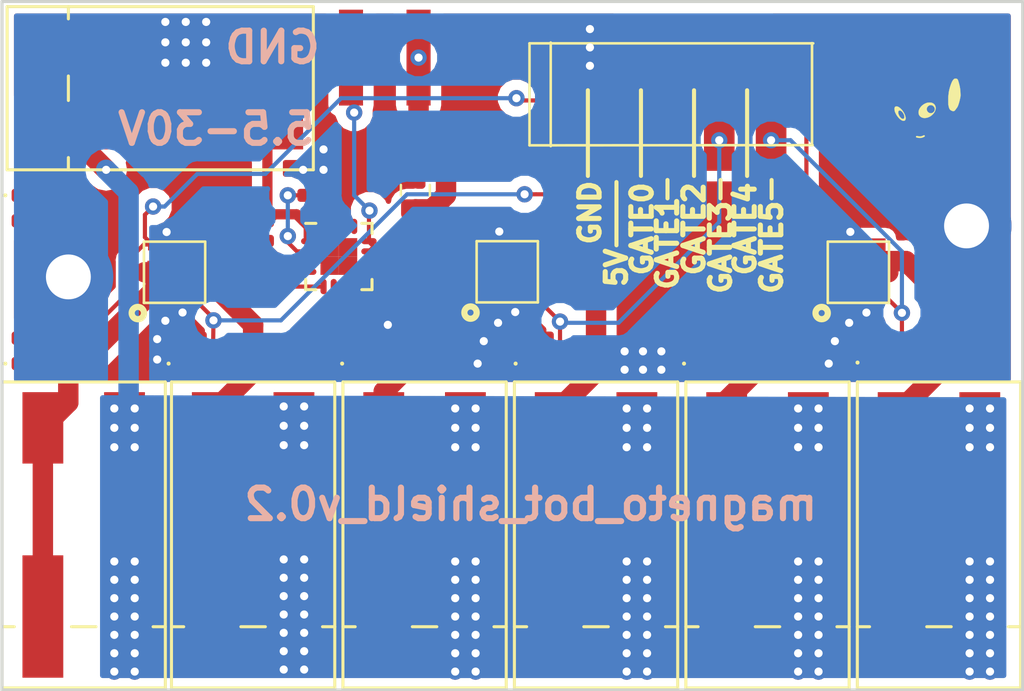
<source format=kicad_pcb>
(kicad_pcb (version 20171130) (host pcbnew 5.0.2-bee76a0~70~ubuntu18.04.1)

  (general
    (thickness 1.6)
    (drawings 23)
    (tracks 413)
    (zones 0)
    (modules 37)
    (nets 29)
  )

  (page A4)
  (layers
    (0 F.Cu signal)
    (31 B.Cu signal)
    (32 B.Adhes user)
    (33 F.Adhes user)
    (34 B.Paste user)
    (35 F.Paste user)
    (36 B.SilkS user)
    (37 F.SilkS user)
    (38 B.Mask user)
    (39 F.Mask user)
    (40 Dwgs.User user)
    (41 Cmts.User user)
    (42 Eco1.User user)
    (43 Eco2.User user)
    (44 Edge.Cuts user)
    (45 Margin user)
    (46 B.CrtYd user)
    (47 F.CrtYd user)
    (48 B.Fab user)
    (49 F.Fab user hide)
  )

  (setup
    (last_trace_width 0.2032)
    (trace_clearance 0.2032)
    (zone_clearance 0.508)
    (zone_45_only no)
    (trace_min 0.2)
    (segment_width 0.2)
    (edge_width 0.15)
    (via_size 0.8)
    (via_drill 0.4)
    (via_min_size 0.4)
    (via_min_drill 0.3)
    (uvia_size 0.3)
    (uvia_drill 0.1)
    (uvias_allowed no)
    (uvia_min_size 0.2)
    (uvia_min_drill 0.1)
    (pcb_text_width 0.3)
    (pcb_text_size 1.5 1.5)
    (mod_edge_width 0.15)
    (mod_text_size 1 1)
    (mod_text_width 0.15)
    (pad_size 1.524 1.524)
    (pad_drill 0.762)
    (pad_to_mask_clearance 0.051)
    (solder_mask_min_width 0.25)
    (aux_axis_origin 0 0)
    (visible_elements FFFFFF7F)
    (pcbplotparams
      (layerselection 0x010fc_ffffffff)
      (usegerberextensions false)
      (usegerberattributes false)
      (usegerberadvancedattributes false)
      (creategerberjobfile false)
      (excludeedgelayer true)
      (linewidth 0.100000)
      (plotframeref false)
      (viasonmask false)
      (mode 1)
      (useauxorigin false)
      (hpglpennumber 1)
      (hpglpenspeed 20)
      (hpglpendiameter 15.000000)
      (psnegative false)
      (psa4output false)
      (plotreference true)
      (plotvalue true)
      (plotinvisibletext false)
      (padsonsilk false)
      (subtractmaskfromsilk false)
      (outputformat 1)
      (mirror false)
      (drillshape 0)
      (scaleselection 1)
      (outputdirectory "magneto_bot_shield_v0.2/"))
  )

  (net 0 "")
  (net 1 "Net-(C1-Pad1)")
  (net 2 GND)
  (net 3 +36V)
  (net 4 "Net-(C3-Pad1)")
  (net 5 "Net-(C4-Pad1)")
  (net 6 "Net-(C4-Pad2)")
  (net 7 +5V)
  (net 8 GATE5)
  (net 9 GATE4)
  (net 10 GATE3)
  (net 11 GATE2)
  (net 12 GATE1)
  (net 13 GATE0)
  (net 14 "Net-(MAX1-Pad7)")
  (net 15 "Net-(MAX1-Pad8)")
  (net 16 "Net-(D1-Pad1)")
  (net 17 "Net-(D2-Pad1)")
  (net 18 "Net-(D3-Pad1)")
  (net 19 "Net-(D4-Pad1)")
  (net 20 "Net-(D5-Pad1)")
  (net 21 "Net-(D6-Pad1)")
  (net 22 "Net-(D7-Pad1)")
  (net 23 "Net-(J1-Pad2)")
  (net 24 "Net-(J2-Pad2)")
  (net 25 "Net-(J3-Pad2)")
  (net 26 "Net-(J4-Pad2)")
  (net 27 "Net-(J5-Pad2)")
  (net 28 "Net-(J8-Pad2)")

  (net_class Default "This is the default net class."
    (clearance 0.2032)
    (trace_width 0.2032)
    (via_dia 0.8)
    (via_drill 0.4)
    (uvia_dia 0.3)
    (uvia_drill 0.1)
    (add_net GATE0)
    (add_net GATE1)
    (add_net GATE2)
    (add_net GATE3)
    (add_net GATE4)
    (add_net GATE5)
    (add_net "Net-(C1-Pad1)")
    (add_net "Net-(C3-Pad1)")
    (add_net "Net-(C4-Pad1)")
    (add_net "Net-(C4-Pad2)")
    (add_net "Net-(MAX1-Pad7)")
    (add_net "Net-(MAX1-Pad8)")
  )

  (net_class GND ""
    (clearance 0.2032)
    (trace_width 0.4)
    (via_dia 0.8)
    (via_drill 0.4)
    (uvia_dia 0.3)
    (uvia_drill 0.1)
    (add_net GND)
  )

  (net_class POWER ""
    (clearance 0.2032)
    (trace_width 1)
    (via_dia 0.8)
    (via_drill 0.4)
    (uvia_dia 0.3)
    (uvia_drill 0.1)
    (add_net +36V)
    (add_net +5V)
    (add_net "Net-(D1-Pad1)")
    (add_net "Net-(D2-Pad1)")
    (add_net "Net-(D3-Pad1)")
    (add_net "Net-(D4-Pad1)")
    (add_net "Net-(D5-Pad1)")
    (add_net "Net-(D6-Pad1)")
    (add_net "Net-(D7-Pad1)")
    (add_net "Net-(J1-Pad2)")
    (add_net "Net-(J2-Pad2)")
    (add_net "Net-(J3-Pad2)")
    (add_net "Net-(J4-Pad2)")
    (add_net "Net-(J5-Pad2)")
    (add_net "Net-(J8-Pad2)")
  )

  (module AON7804:DFN3X3 (layer F.Cu) (tedit 5DE923ED) (tstamp 5E098282)
    (at 146.9525 107.5225 180)
    (path /5DE8161C)
    (attr smd)
    (fp_text reference Q1 (at -2.20822 0.08093 -90) (layer F.SilkS) hide
      (effects (font (size 0.480744 0.480744) (thickness 0.05)))
    )
    (fp_text value AON7804 (at 0 0 180) (layer F.SilkS) hide
      (effects (font (size 1 0.9) (thickness 0.05)))
    )
    (fp_line (start 1.5 -1.5) (end -1.5 -1.5) (layer F.SilkS) (width 0.127))
    (fp_line (start 1.5 1.5) (end 1.5 -1.5) (layer F.SilkS) (width 0.127))
    (fp_line (start -1.5 1.5) (end 1.5 1.5) (layer F.SilkS) (width 0.127))
    (fp_line (start -1.5 -1.5) (end -1.5 1.5) (layer F.SilkS) (width 0.127))
    (fp_circle (center 1.8 -2) (end 1.95 -2) (layer F.SilkS) (width 0.3048))
    (pad D2A smd rect (at -1.465 0 180) (size 0.37 0.43) (layers F.Cu F.Paste F.Mask)
      (net 24 "Net-(J2-Pad2)"))
    (pad D1A smd rect (at 1.465 0 180) (size 0.37 0.43) (layers F.Cu F.Paste F.Mask)
      (net 23 "Net-(J1-Pad2)"))
    (pad G1 smd rect (at 1.1 1.3601 180) (size 0.4 0.58) (layers F.Cu F.Paste F.Mask)
      (net 13 GATE0))
    (pad S1 smd rect (at 0.45 1.36 180) (size 0.4 0.58) (layers F.Cu F.Paste F.Mask)
      (net 2 GND))
    (pad G2 smd rect (at -1.1 -1.36 180) (size 0.4 0.58) (layers F.Cu F.Paste F.Mask)
      (net 12 GATE1))
    (pad S2 smd rect (at -0.45 -1.36 180) (size 0.4 0.58) (layers F.Cu F.Paste F.Mask)
      (net 2 GND))
    (pad D2 smd rect (at -0.7275 0.5475 270) (size 2.225 1.205) (layers F.Cu F.Paste F.Mask)
      (net 24 "Net-(J2-Pad2)"))
    (pad D1 smd rect (at 0.7275 -0.5475 270) (size 2.225 1.205) (layers F.Cu F.Paste F.Mask)
      (net 23 "Net-(J1-Pad2)"))
  )

  (module Capacitor_SMD:C_0402_1005Metric (layer F.Cu) (tedit 5DE923C1) (tstamp 5E0980E5)
    (at 153.75 103.75)
    (descr "Capacitor SMD 0402 (1005 Metric), square (rectangular) end terminal, IPC_7351 nominal, (Body size source: http://www.tortai-tech.com/upload/download/2011102023233369053.pdf), generated with kicad-footprint-generator")
    (tags capacitor)
    (path /5D8A3E13)
    (attr smd)
    (fp_text reference C1 (at 0 -1.17) (layer F.SilkS) hide
      (effects (font (size 1 1) (thickness 0.15)))
    )
    (fp_text value 2.2uF (at 0 1.17) (layer F.Fab)
      (effects (font (size 1 1) (thickness 0.15)))
    )
    (fp_line (start -0.5 0.25) (end -0.5 -0.25) (layer F.Fab) (width 0.1))
    (fp_line (start -0.5 -0.25) (end 0.5 -0.25) (layer F.Fab) (width 0.1))
    (fp_line (start 0.5 -0.25) (end 0.5 0.25) (layer F.Fab) (width 0.1))
    (fp_line (start 0.5 0.25) (end -0.5 0.25) (layer F.Fab) (width 0.1))
    (fp_line (start -0.93 0.47) (end -0.93 -0.47) (layer F.CrtYd) (width 0.05))
    (fp_line (start -0.93 -0.47) (end 0.93 -0.47) (layer F.CrtYd) (width 0.05))
    (fp_line (start 0.93 -0.47) (end 0.93 0.47) (layer F.CrtYd) (width 0.05))
    (fp_line (start 0.93 0.47) (end -0.93 0.47) (layer F.CrtYd) (width 0.05))
    (fp_text user %R (at 0 0) (layer F.Fab)
      (effects (font (size 0.25 0.25) (thickness 0.04)))
    )
    (pad 1 smd roundrect (at -0.485 0) (size 0.59 0.64) (layers F.Cu F.Paste F.Mask) (roundrect_rratio 0.25)
      (net 1 "Net-(C1-Pad1)"))
    (pad 2 smd roundrect (at 0.485 0) (size 0.59 0.64) (layers F.Cu F.Paste F.Mask) (roundrect_rratio 0.25)
      (net 2 GND))
    (model ${KISYS3DMOD}/Capacitor_SMD.3dshapes/C_0402_1005Metric.wrl
      (at (xyz 0 0 0))
      (scale (xyz 1 1 1))
      (rotate (xyz 0 0 0))
    )
  )

  (module Capacitor_SMD:C_0402_1005Metric (layer F.Cu) (tedit 5DE923C4) (tstamp 5E0980F4)
    (at 151.5 105.5 270)
    (descr "Capacitor SMD 0402 (1005 Metric), square (rectangular) end terminal, IPC_7351 nominal, (Body size source: http://www.tortai-tech.com/upload/download/2011102023233369053.pdf), generated with kicad-footprint-generator")
    (tags capacitor)
    (path /5D8A0F75)
    (attr smd)
    (fp_text reference C2 (at 0 -1.17 270) (layer F.SilkS) hide
      (effects (font (size 1 1) (thickness 0.15)))
    )
    (fp_text value 2.2uF (at 0 1.17 270) (layer F.Fab)
      (effects (font (size 1 1) (thickness 0.15)))
    )
    (fp_text user %R (at 0 0 270) (layer F.Fab)
      (effects (font (size 0.25 0.25) (thickness 0.04)))
    )
    (fp_line (start 0.93 0.47) (end -0.93 0.47) (layer F.CrtYd) (width 0.05))
    (fp_line (start 0.93 -0.47) (end 0.93 0.47) (layer F.CrtYd) (width 0.05))
    (fp_line (start -0.93 -0.47) (end 0.93 -0.47) (layer F.CrtYd) (width 0.05))
    (fp_line (start -0.93 0.47) (end -0.93 -0.47) (layer F.CrtYd) (width 0.05))
    (fp_line (start 0.5 0.25) (end -0.5 0.25) (layer F.Fab) (width 0.1))
    (fp_line (start 0.5 -0.25) (end 0.5 0.25) (layer F.Fab) (width 0.1))
    (fp_line (start -0.5 -0.25) (end 0.5 -0.25) (layer F.Fab) (width 0.1))
    (fp_line (start -0.5 0.25) (end -0.5 -0.25) (layer F.Fab) (width 0.1))
    (pad 2 smd roundrect (at 0.485 0 270) (size 0.59 0.64) (layers F.Cu F.Paste F.Mask) (roundrect_rratio 0.25)
      (net 2 GND))
    (pad 1 smd roundrect (at -0.485 0 270) (size 0.59 0.64) (layers F.Cu F.Paste F.Mask) (roundrect_rratio 0.25)
      (net 3 +36V))
    (model ${KISYS3DMOD}/Capacitor_SMD.3dshapes/C_0402_1005Metric.wrl
      (at (xyz 0 0 0))
      (scale (xyz 1 1 1))
      (rotate (xyz 0 0 0))
    )
  )

  (module Capacitor_SMD:C_0402_1005Metric (layer F.Cu) (tedit 5DE923BE) (tstamp 5E098103)
    (at 151.5 107.75 90)
    (descr "Capacitor SMD 0402 (1005 Metric), square (rectangular) end terminal, IPC_7351 nominal, (Body size source: http://www.tortai-tech.com/upload/download/2011102023233369053.pdf), generated with kicad-footprint-generator")
    (tags capacitor)
    (path /5D8A54E8)
    (attr smd)
    (fp_text reference C3 (at 0 -1.17 90) (layer F.SilkS) hide
      (effects (font (size 1 1) (thickness 0.15)))
    )
    (fp_text value 5600pF (at 0 1.17 90) (layer F.Fab)
      (effects (font (size 1 1) (thickness 0.15)))
    )
    (fp_text user %R (at 0 0 90) (layer F.Fab)
      (effects (font (size 0.25 0.25) (thickness 0.04)))
    )
    (fp_line (start 0.93 0.47) (end -0.93 0.47) (layer F.CrtYd) (width 0.05))
    (fp_line (start 0.93 -0.47) (end 0.93 0.47) (layer F.CrtYd) (width 0.05))
    (fp_line (start -0.93 -0.47) (end 0.93 -0.47) (layer F.CrtYd) (width 0.05))
    (fp_line (start -0.93 0.47) (end -0.93 -0.47) (layer F.CrtYd) (width 0.05))
    (fp_line (start 0.5 0.25) (end -0.5 0.25) (layer F.Fab) (width 0.1))
    (fp_line (start 0.5 -0.25) (end 0.5 0.25) (layer F.Fab) (width 0.1))
    (fp_line (start -0.5 -0.25) (end 0.5 -0.25) (layer F.Fab) (width 0.1))
    (fp_line (start -0.5 0.25) (end -0.5 -0.25) (layer F.Fab) (width 0.1))
    (pad 2 smd roundrect (at 0.485 0 90) (size 0.59 0.64) (layers F.Cu F.Paste F.Mask) (roundrect_rratio 0.25)
      (net 2 GND))
    (pad 1 smd roundrect (at -0.485 0 90) (size 0.59 0.64) (layers F.Cu F.Paste F.Mask) (roundrect_rratio 0.25)
      (net 4 "Net-(C3-Pad1)"))
    (model ${KISYS3DMOD}/Capacitor_SMD.3dshapes/C_0402_1005Metric.wrl
      (at (xyz 0 0 0))
      (scale (xyz 1 1 1))
      (rotate (xyz 0 0 0))
    )
  )

  (module Capacitor_SMD:C_0402_1005Metric (layer F.Cu) (tedit 5DE923D0) (tstamp 5E098112)
    (at 158.25 106.75 270)
    (descr "Capacitor SMD 0402 (1005 Metric), square (rectangular) end terminal, IPC_7351 nominal, (Body size source: http://www.tortai-tech.com/upload/download/2011102023233369053.pdf), generated with kicad-footprint-generator")
    (tags capacitor)
    (path /5D8988E8)
    (attr smd)
    (fp_text reference C4 (at 0 -1.17 270) (layer F.SilkS) hide
      (effects (font (size 1 1) (thickness 0.15)))
    )
    (fp_text value 0.1uF (at 0 1.17 270) (layer F.Fab)
      (effects (font (size 1 1) (thickness 0.15)))
    )
    (fp_line (start -0.5 0.25) (end -0.5 -0.25) (layer F.Fab) (width 0.1))
    (fp_line (start -0.5 -0.25) (end 0.5 -0.25) (layer F.Fab) (width 0.1))
    (fp_line (start 0.5 -0.25) (end 0.5 0.25) (layer F.Fab) (width 0.1))
    (fp_line (start 0.5 0.25) (end -0.5 0.25) (layer F.Fab) (width 0.1))
    (fp_line (start -0.93 0.47) (end -0.93 -0.47) (layer F.CrtYd) (width 0.05))
    (fp_line (start -0.93 -0.47) (end 0.93 -0.47) (layer F.CrtYd) (width 0.05))
    (fp_line (start 0.93 -0.47) (end 0.93 0.47) (layer F.CrtYd) (width 0.05))
    (fp_line (start 0.93 0.47) (end -0.93 0.47) (layer F.CrtYd) (width 0.05))
    (fp_text user %R (at 0 0 270) (layer F.Fab)
      (effects (font (size 0.25 0.25) (thickness 0.04)))
    )
    (pad 1 smd roundrect (at -0.485 0 270) (size 0.59 0.64) (layers F.Cu F.Paste F.Mask) (roundrect_rratio 0.25)
      (net 5 "Net-(C4-Pad1)"))
    (pad 2 smd roundrect (at 0.485 0 270) (size 0.59 0.64) (layers F.Cu F.Paste F.Mask) (roundrect_rratio 0.25)
      (net 6 "Net-(C4-Pad2)"))
    (model ${KISYS3DMOD}/Capacitor_SMD.3dshapes/C_0402_1005Metric.wrl
      (at (xyz 0 0 0))
      (scale (xyz 1 1 1))
      (rotate (xyz 0 0 0))
    )
  )

  (module Capacitor_SMD:C_0805_2012Metric (layer F.Cu) (tedit 5DE923CA) (tstamp 5E098123)
    (at 158.75 103.5 270)
    (descr "Capacitor SMD 0805 (2012 Metric), square (rectangular) end terminal, IPC_7351 nominal, (Body size source: https://docs.google.com/spreadsheets/d/1BsfQQcO9C6DZCsRaXUlFlo91Tg2WpOkGARC1WS5S8t0/edit?usp=sharing), generated with kicad-footprint-generator")
    (tags capacitor)
    (path /5D89B4FE)
    (attr smd)
    (fp_text reference C5 (at 0 -1.65 270) (layer F.SilkS) hide
      (effects (font (size 1 1) (thickness 0.15)))
    )
    (fp_text value 22uF (at 0 1.65 270) (layer F.Fab)
      (effects (font (size 1 1) (thickness 0.15)))
    )
    (fp_line (start -1 0.6) (end -1 -0.6) (layer F.Fab) (width 0.1))
    (fp_line (start -1 -0.6) (end 1 -0.6) (layer F.Fab) (width 0.1))
    (fp_line (start 1 -0.6) (end 1 0.6) (layer F.Fab) (width 0.1))
    (fp_line (start 1 0.6) (end -1 0.6) (layer F.Fab) (width 0.1))
    (fp_line (start -0.258578 -0.71) (end 0.258578 -0.71) (layer F.SilkS) (width 0.12))
    (fp_line (start -0.258578 0.71) (end 0.258578 0.71) (layer F.SilkS) (width 0.12))
    (fp_line (start -1.68 0.95) (end -1.68 -0.95) (layer F.CrtYd) (width 0.05))
    (fp_line (start -1.68 -0.95) (end 1.68 -0.95) (layer F.CrtYd) (width 0.05))
    (fp_line (start 1.68 -0.95) (end 1.68 0.95) (layer F.CrtYd) (width 0.05))
    (fp_line (start 1.68 0.95) (end -1.68 0.95) (layer F.CrtYd) (width 0.05))
    (fp_text user %R (at 0 0 270) (layer F.Fab)
      (effects (font (size 0.5 0.5) (thickness 0.08)))
    )
    (pad 1 smd roundrect (at -0.9375 0 270) (size 0.975 1.4) (layers F.Cu F.Paste F.Mask) (roundrect_rratio 0.25)
      (net 2 GND))
    (pad 2 smd roundrect (at 0.9375 0 270) (size 0.975 1.4) (layers F.Cu F.Paste F.Mask) (roundrect_rratio 0.25)
      (net 7 +5V))
    (model ${KISYS3DMOD}/Capacitor_SMD.3dshapes/C_0805_2012Metric.wrl
      (at (xyz 0 0 0))
      (scale (xyz 1 1 1))
      (rotate (xyz 0 0 0))
    )
  )

  (module LED_SMD:LED_0402_1005Metric (layer F.Cu) (tedit 5DE94708) (tstamp 5E098135)
    (at 181.5 111.95)
    (descr "LED SMD 0402 (1005 Metric), square (rectangular) end terminal, IPC_7351 nominal, (Body size source: http://www.tortai-tech.com/upload/download/2011102023233369053.pdf), generated with kicad-footprint-generator")
    (tags LED)
    (path /5DE990FE)
    (attr smd)
    (fp_text reference D1 (at 0 -1.17) (layer F.SilkS) hide
      (effects (font (size 1 1) (thickness 0.15)))
    )
    (fp_text value LED (at 0 1.17) (layer F.Fab)
      (effects (font (size 1 1) (thickness 0.15)))
    )
    (fp_circle (center -1.09 0) (end -1.04 0) (layer F.SilkS) (width 0.1))
    (fp_line (start -0.5 0.25) (end -0.5 -0.25) (layer F.Fab) (width 0.1))
    (fp_line (start -0.5 -0.25) (end 0.5 -0.25) (layer F.Fab) (width 0.1))
    (fp_line (start 0.5 -0.25) (end 0.5 0.25) (layer F.Fab) (width 0.1))
    (fp_line (start 0.5 0.25) (end -0.5 0.25) (layer F.Fab) (width 0.1))
    (fp_line (start -0.4 0.25) (end -0.4 -0.25) (layer F.Fab) (width 0.1))
    (fp_line (start -0.3 0.25) (end -0.3 -0.25) (layer F.Fab) (width 0.1))
    (fp_line (start -0.93 0.47) (end -0.93 -0.47) (layer F.CrtYd) (width 0.05))
    (fp_line (start -0.93 -0.47) (end 0.93 -0.47) (layer F.CrtYd) (width 0.05))
    (fp_line (start 0.93 -0.47) (end 0.93 0.47) (layer F.CrtYd) (width 0.05))
    (fp_line (start 0.93 0.47) (end -0.93 0.47) (layer F.CrtYd) (width 0.05))
    (fp_text user %R (at 0 0) (layer F.Fab)
      (effects (font (size 0.25 0.25) (thickness 0.04)))
    )
    (pad 1 smd roundrect (at -0.485 0) (size 0.59 0.64) (layers F.Cu F.Paste F.Mask) (roundrect_rratio 0.25)
      (net 16 "Net-(D1-Pad1)"))
    (pad 2 smd roundrect (at 0.485 0) (size 0.59 0.64) (layers F.Cu F.Paste F.Mask) (roundrect_rratio 0.25)
      (net 8 GATE5))
    (model ${KISYS3DMOD}/LED_SMD.3dshapes/LED_0402_1005Metric.wrl
      (at (xyz 0 0 0))
      (scale (xyz 1 1 1))
      (rotate (xyz 0 0 0))
    )
  )

  (module LED_SMD:LED_0402_1005Metric (layer F.Cu) (tedit 5DE94700) (tstamp 5E098147)
    (at 173 112)
    (descr "LED SMD 0402 (1005 Metric), square (rectangular) end terminal, IPC_7351 nominal, (Body size source: http://www.tortai-tech.com/upload/download/2011102023233369053.pdf), generated with kicad-footprint-generator")
    (tags LED)
    (path /5DE990B6)
    (attr smd)
    (fp_text reference D2 (at 0 -1.17) (layer F.SilkS) hide
      (effects (font (size 1 1) (thickness 0.15)))
    )
    (fp_text value LED (at 0 1.17) (layer F.Fab)
      (effects (font (size 1 1) (thickness 0.15)))
    )
    (fp_text user %R (at 0 0) (layer F.Fab)
      (effects (font (size 0.25 0.25) (thickness 0.04)))
    )
    (fp_line (start 0.93 0.47) (end -0.93 0.47) (layer F.CrtYd) (width 0.05))
    (fp_line (start 0.93 -0.47) (end 0.93 0.47) (layer F.CrtYd) (width 0.05))
    (fp_line (start -0.93 -0.47) (end 0.93 -0.47) (layer F.CrtYd) (width 0.05))
    (fp_line (start -0.93 0.47) (end -0.93 -0.47) (layer F.CrtYd) (width 0.05))
    (fp_line (start -0.3 0.25) (end -0.3 -0.25) (layer F.Fab) (width 0.1))
    (fp_line (start -0.4 0.25) (end -0.4 -0.25) (layer F.Fab) (width 0.1))
    (fp_line (start 0.5 0.25) (end -0.5 0.25) (layer F.Fab) (width 0.1))
    (fp_line (start 0.5 -0.25) (end 0.5 0.25) (layer F.Fab) (width 0.1))
    (fp_line (start -0.5 -0.25) (end 0.5 -0.25) (layer F.Fab) (width 0.1))
    (fp_line (start -0.5 0.25) (end -0.5 -0.25) (layer F.Fab) (width 0.1))
    (fp_circle (center -1.09 0) (end -1.04 0) (layer F.SilkS) (width 0.1))
    (pad 2 smd roundrect (at 0.485 0) (size 0.59 0.64) (layers F.Cu F.Paste F.Mask) (roundrect_rratio 0.25)
      (net 9 GATE4))
    (pad 1 smd roundrect (at -0.485 0) (size 0.59 0.64) (layers F.Cu F.Paste F.Mask) (roundrect_rratio 0.25)
      (net 17 "Net-(D2-Pad1)"))
    (model ${KISYS3DMOD}/LED_SMD.3dshapes/LED_0402_1005Metric.wrl
      (at (xyz 0 0 0))
      (scale (xyz 1 1 1))
      (rotate (xyz 0 0 0))
    )
  )

  (module LED_SMD:LED_0402_1005Metric (layer F.Cu) (tedit 5DE946FB) (tstamp 5E098159)
    (at 164.75 112)
    (descr "LED SMD 0402 (1005 Metric), square (rectangular) end terminal, IPC_7351 nominal, (Body size source: http://www.tortai-tech.com/upload/download/2011102023233369053.pdf), generated with kicad-footprint-generator")
    (tags LED)
    (path /5DE99018)
    (attr smd)
    (fp_text reference D3 (at 0 -1.17) (layer F.SilkS) hide
      (effects (font (size 1 1) (thickness 0.15)))
    )
    (fp_text value LED (at 0 1.17) (layer F.Fab)
      (effects (font (size 1 1) (thickness 0.15)))
    )
    (fp_circle (center -1.09 0) (end -1.04 0) (layer F.SilkS) (width 0.1))
    (fp_line (start -0.5 0.25) (end -0.5 -0.25) (layer F.Fab) (width 0.1))
    (fp_line (start -0.5 -0.25) (end 0.5 -0.25) (layer F.Fab) (width 0.1))
    (fp_line (start 0.5 -0.25) (end 0.5 0.25) (layer F.Fab) (width 0.1))
    (fp_line (start 0.5 0.25) (end -0.5 0.25) (layer F.Fab) (width 0.1))
    (fp_line (start -0.4 0.25) (end -0.4 -0.25) (layer F.Fab) (width 0.1))
    (fp_line (start -0.3 0.25) (end -0.3 -0.25) (layer F.Fab) (width 0.1))
    (fp_line (start -0.93 0.47) (end -0.93 -0.47) (layer F.CrtYd) (width 0.05))
    (fp_line (start -0.93 -0.47) (end 0.93 -0.47) (layer F.CrtYd) (width 0.05))
    (fp_line (start 0.93 -0.47) (end 0.93 0.47) (layer F.CrtYd) (width 0.05))
    (fp_line (start 0.93 0.47) (end -0.93 0.47) (layer F.CrtYd) (width 0.05))
    (fp_text user %R (at 0 0) (layer F.Fab)
      (effects (font (size 0.25 0.25) (thickness 0.04)))
    )
    (pad 1 smd roundrect (at -0.485 0) (size 0.59 0.64) (layers F.Cu F.Paste F.Mask) (roundrect_rratio 0.25)
      (net 18 "Net-(D3-Pad1)"))
    (pad 2 smd roundrect (at 0.485 0) (size 0.59 0.64) (layers F.Cu F.Paste F.Mask) (roundrect_rratio 0.25)
      (net 10 GATE3))
    (model ${KISYS3DMOD}/LED_SMD.3dshapes/LED_0402_1005Metric.wrl
      (at (xyz 0 0 0))
      (scale (xyz 1 1 1))
      (rotate (xyz 0 0 0))
    )
  )

  (module LED_SMD:LED_0402_1005Metric (layer F.Cu) (tedit 5DE946EE) (tstamp 5E09816B)
    (at 156.25 112)
    (descr "LED SMD 0402 (1005 Metric), square (rectangular) end terminal, IPC_7351 nominal, (Body size source: http://www.tortai-tech.com/upload/download/2011102023233369053.pdf), generated with kicad-footprint-generator")
    (tags LED)
    (path /5DE98FCC)
    (attr smd)
    (fp_text reference D4 (at 0 -1.17) (layer F.SilkS) hide
      (effects (font (size 1 1) (thickness 0.15)))
    )
    (fp_text value LED (at 0 1.17) (layer F.Fab)
      (effects (font (size 1 1) (thickness 0.15)))
    )
    (fp_text user %R (at 0 0) (layer F.Fab)
      (effects (font (size 0.25 0.25) (thickness 0.04)))
    )
    (fp_line (start 0.93 0.47) (end -0.93 0.47) (layer F.CrtYd) (width 0.05))
    (fp_line (start 0.93 -0.47) (end 0.93 0.47) (layer F.CrtYd) (width 0.05))
    (fp_line (start -0.93 -0.47) (end 0.93 -0.47) (layer F.CrtYd) (width 0.05))
    (fp_line (start -0.93 0.47) (end -0.93 -0.47) (layer F.CrtYd) (width 0.05))
    (fp_line (start -0.3 0.25) (end -0.3 -0.25) (layer F.Fab) (width 0.1))
    (fp_line (start -0.4 0.25) (end -0.4 -0.25) (layer F.Fab) (width 0.1))
    (fp_line (start 0.5 0.25) (end -0.5 0.25) (layer F.Fab) (width 0.1))
    (fp_line (start 0.5 -0.25) (end 0.5 0.25) (layer F.Fab) (width 0.1))
    (fp_line (start -0.5 -0.25) (end 0.5 -0.25) (layer F.Fab) (width 0.1))
    (fp_line (start -0.5 0.25) (end -0.5 -0.25) (layer F.Fab) (width 0.1))
    (fp_circle (center -1.09 0) (end -1.04 0) (layer F.SilkS) (width 0.1))
    (pad 2 smd roundrect (at 0.485 0) (size 0.59 0.64) (layers F.Cu F.Paste F.Mask) (roundrect_rratio 0.25)
      (net 11 GATE2))
    (pad 1 smd roundrect (at -0.485 0) (size 0.59 0.64) (layers F.Cu F.Paste F.Mask) (roundrect_rratio 0.25)
      (net 19 "Net-(D4-Pad1)"))
    (model ${KISYS3DMOD}/LED_SMD.3dshapes/LED_0402_1005Metric.wrl
      (at (xyz 0 0 0))
      (scale (xyz 1 1 1))
      (rotate (xyz 0 0 0))
    )
  )

  (module LED_SMD:LED_0402_1005Metric (layer F.Cu) (tedit 5DE946E1) (tstamp 5E09817D)
    (at 147.75 112)
    (descr "LED SMD 0402 (1005 Metric), square (rectangular) end terminal, IPC_7351 nominal, (Body size source: http://www.tortai-tech.com/upload/download/2011102023233369053.pdf), generated with kicad-footprint-generator")
    (tags LED)
    (path /5DE98F70)
    (attr smd)
    (fp_text reference D5 (at 0 -1.17) (layer F.SilkS) hide
      (effects (font (size 1 1) (thickness 0.15)))
    )
    (fp_text value LED (at 0 1.17) (layer F.Fab)
      (effects (font (size 1 1) (thickness 0.15)))
    )
    (fp_circle (center -1.09 0) (end -1.04 0) (layer F.SilkS) (width 0.1))
    (fp_line (start -0.5 0.25) (end -0.5 -0.25) (layer F.Fab) (width 0.1))
    (fp_line (start -0.5 -0.25) (end 0.5 -0.25) (layer F.Fab) (width 0.1))
    (fp_line (start 0.5 -0.25) (end 0.5 0.25) (layer F.Fab) (width 0.1))
    (fp_line (start 0.5 0.25) (end -0.5 0.25) (layer F.Fab) (width 0.1))
    (fp_line (start -0.4 0.25) (end -0.4 -0.25) (layer F.Fab) (width 0.1))
    (fp_line (start -0.3 0.25) (end -0.3 -0.25) (layer F.Fab) (width 0.1))
    (fp_line (start -0.93 0.47) (end -0.93 -0.47) (layer F.CrtYd) (width 0.05))
    (fp_line (start -0.93 -0.47) (end 0.93 -0.47) (layer F.CrtYd) (width 0.05))
    (fp_line (start 0.93 -0.47) (end 0.93 0.47) (layer F.CrtYd) (width 0.05))
    (fp_line (start 0.93 0.47) (end -0.93 0.47) (layer F.CrtYd) (width 0.05))
    (fp_text user %R (at 0 0) (layer F.Fab)
      (effects (font (size 0.25 0.25) (thickness 0.04)))
    )
    (pad 1 smd roundrect (at -0.485 0) (size 0.59 0.64) (layers F.Cu F.Paste F.Mask) (roundrect_rratio 0.25)
      (net 20 "Net-(D5-Pad1)"))
    (pad 2 smd roundrect (at 0.485 0) (size 0.59 0.64) (layers F.Cu F.Paste F.Mask) (roundrect_rratio 0.25)
      (net 12 GATE1))
    (model ${KISYS3DMOD}/LED_SMD.3dshapes/LED_0402_1005Metric.wrl
      (at (xyz 0 0 0))
      (scale (xyz 1 1 1))
      (rotate (xyz 0 0 0))
    )
  )

  (module LED_SMD:LED_0402_1005Metric (layer F.Cu) (tedit 5DE946DB) (tstamp 5E09818F)
    (at 139.75 112)
    (descr "LED SMD 0402 (1005 Metric), square (rectangular) end terminal, IPC_7351 nominal, (Body size source: http://www.tortai-tech.com/upload/download/2011102023233369053.pdf), generated with kicad-footprint-generator")
    (tags LED)
    (path /5DE98CAC)
    (attr smd)
    (fp_text reference D6 (at 0 -1.17) (layer F.SilkS) hide
      (effects (font (size 1 1) (thickness 0.15)))
    )
    (fp_text value LED (at 0 1.17) (layer F.Fab)
      (effects (font (size 1 1) (thickness 0.15)))
    )
    (fp_text user %R (at 0 0) (layer F.Fab)
      (effects (font (size 0.25 0.25) (thickness 0.04)))
    )
    (fp_line (start 0.93 0.47) (end -0.93 0.47) (layer F.CrtYd) (width 0.05))
    (fp_line (start 0.93 -0.47) (end 0.93 0.47) (layer F.CrtYd) (width 0.05))
    (fp_line (start -0.93 -0.47) (end 0.93 -0.47) (layer F.CrtYd) (width 0.05))
    (fp_line (start -0.93 0.47) (end -0.93 -0.47) (layer F.CrtYd) (width 0.05))
    (fp_line (start -0.3 0.25) (end -0.3 -0.25) (layer F.Fab) (width 0.1))
    (fp_line (start -0.4 0.25) (end -0.4 -0.25) (layer F.Fab) (width 0.1))
    (fp_line (start 0.5 0.25) (end -0.5 0.25) (layer F.Fab) (width 0.1))
    (fp_line (start 0.5 -0.25) (end 0.5 0.25) (layer F.Fab) (width 0.1))
    (fp_line (start -0.5 -0.25) (end 0.5 -0.25) (layer F.Fab) (width 0.1))
    (fp_line (start -0.5 0.25) (end -0.5 -0.25) (layer F.Fab) (width 0.1))
    (fp_circle (center -1.09 0) (end -1.04 0) (layer F.SilkS) (width 0.1))
    (pad 2 smd roundrect (at 0.485 0) (size 0.59 0.64) (layers F.Cu F.Paste F.Mask) (roundrect_rratio 0.25)
      (net 13 GATE0))
    (pad 1 smd roundrect (at -0.485 0) (size 0.59 0.64) (layers F.Cu F.Paste F.Mask) (roundrect_rratio 0.25)
      (net 21 "Net-(D6-Pad1)"))
    (model ${KISYS3DMOD}/LED_SMD.3dshapes/LED_0402_1005Metric.wrl
      (at (xyz 0 0 0))
      (scale (xyz 1 1 1))
      (rotate (xyz 0 0 0))
    )
  )

  (module custom_lib:Wago_2060_2_SMD (layer F.Cu) (tedit 5DE923EA) (tstamp 5E0981A2)
    (at 142.5 120.4 180)
    (path /5DE87B28)
    (fp_text reference J1 (at 0 -9 180) (layer F.SilkS) hide
      (effects (font (size 1 1) (thickness 0.15)))
    )
    (fp_text value CON0 (at 0 8.9 180) (layer F.Fab)
      (effects (font (size 1 1) (thickness 0.15)))
    )
    (fp_line (start 4 -4.5) (end 3.4 -4.5) (layer F.SilkS) (width 0.15))
    (fp_line (start -0.6 -4.5) (end 0.6 -4.5) (layer F.SilkS) (width 0.15))
    (fp_line (start -4 -4.5) (end -3.4 -4.5) (layer F.SilkS) (width 0.15))
    (fp_line (start -4 -7.5) (end 4 -7.5) (layer F.CrtYd) (width 0.15))
    (fp_line (start 4 -7.5) (end 4 7.5) (layer F.CrtYd) (width 0.15))
    (fp_line (start 4 7.5) (end -4 7.5) (layer F.CrtYd) (width 0.15))
    (fp_line (start -4 7.5) (end -4 -7.5) (layer F.CrtYd) (width 0.15))
    (fp_line (start 4 -7.5) (end -4 -7.5) (layer F.SilkS) (width 0.15))
    (fp_line (start -4 -7.5) (end -4 7.5) (layer F.SilkS) (width 0.15))
    (fp_line (start -4 7.5) (end 4 7.5) (layer F.SilkS) (width 0.15))
    (fp_line (start 4 7.5) (end 4 -7.5) (layer F.SilkS) (width 0.15))
    (pad 2 smd rect (at 2 5.25 180) (size 2 3.5) (layers F.Cu F.Paste F.Mask)
      (net 23 "Net-(J1-Pad2)"))
    (pad 2 smd rect (at 2 -4 180) (size 2 6) (layers F.Cu F.Paste F.Mask)
      (net 23 "Net-(J1-Pad2)"))
    (pad 1 smd rect (at -2 -4 180) (size 2 6) (layers F.Cu F.Paste F.Mask)
      (net 3 +36V))
    (pad 1 smd rect (at -2 5.25 180) (size 2 3.5) (layers F.Cu F.Paste F.Mask)
      (net 3 +36V))
  )

  (module custom_lib:Wago_2060_2_SMD (layer F.Cu) (tedit 5DE923E7) (tstamp 5E0981B5)
    (at 150.8 120.4 180)
    (path /5DE88657)
    (fp_text reference J2 (at 0 -9 180) (layer F.SilkS) hide
      (effects (font (size 1 1) (thickness 0.15)))
    )
    (fp_text value CON1 (at 0 8.9 180) (layer F.Fab)
      (effects (font (size 1 1) (thickness 0.15)))
    )
    (fp_line (start 4 7.5) (end 4 -7.5) (layer F.SilkS) (width 0.15))
    (fp_line (start -4 7.5) (end 4 7.5) (layer F.SilkS) (width 0.15))
    (fp_line (start -4 -7.5) (end -4 7.5) (layer F.SilkS) (width 0.15))
    (fp_line (start 4 -7.5) (end -4 -7.5) (layer F.SilkS) (width 0.15))
    (fp_line (start -4 7.5) (end -4 -7.5) (layer F.CrtYd) (width 0.15))
    (fp_line (start 4 7.5) (end -4 7.5) (layer F.CrtYd) (width 0.15))
    (fp_line (start 4 -7.5) (end 4 7.5) (layer F.CrtYd) (width 0.15))
    (fp_line (start -4 -7.5) (end 4 -7.5) (layer F.CrtYd) (width 0.15))
    (fp_line (start -4 -4.5) (end -3.4 -4.5) (layer F.SilkS) (width 0.15))
    (fp_line (start -0.6 -4.5) (end 0.6 -4.5) (layer F.SilkS) (width 0.15))
    (fp_line (start 4 -4.5) (end 3.4 -4.5) (layer F.SilkS) (width 0.15))
    (pad 1 smd rect (at -2 5.25 180) (size 2 3.5) (layers F.Cu F.Paste F.Mask)
      (net 3 +36V))
    (pad 1 smd rect (at -2 -4 180) (size 2 6) (layers F.Cu F.Paste F.Mask)
      (net 3 +36V))
    (pad 2 smd rect (at 2 -4 180) (size 2 6) (layers F.Cu F.Paste F.Mask)
      (net 24 "Net-(J2-Pad2)"))
    (pad 2 smd rect (at 2 5.25 180) (size 2 3.5) (layers F.Cu F.Paste F.Mask)
      (net 24 "Net-(J2-Pad2)"))
  )

  (module custom_lib:Wago_2060_2_SMD (layer F.Cu) (tedit 5DE923E4) (tstamp 5E0981C8)
    (at 159.2 120.4 180)
    (path /5DE886D1)
    (fp_text reference J3 (at 0 -9 180) (layer F.SilkS) hide
      (effects (font (size 1 1) (thickness 0.15)))
    )
    (fp_text value CON2 (at 0 8.9 180) (layer F.Fab)
      (effects (font (size 1 1) (thickness 0.15)))
    )
    (fp_line (start 4 7.5) (end 4 -7.5) (layer F.SilkS) (width 0.15))
    (fp_line (start -4 7.5) (end 4 7.5) (layer F.SilkS) (width 0.15))
    (fp_line (start -4 -7.5) (end -4 7.5) (layer F.SilkS) (width 0.15))
    (fp_line (start 4 -7.5) (end -4 -7.5) (layer F.SilkS) (width 0.15))
    (fp_line (start -4 7.5) (end -4 -7.5) (layer F.CrtYd) (width 0.15))
    (fp_line (start 4 7.5) (end -4 7.5) (layer F.CrtYd) (width 0.15))
    (fp_line (start 4 -7.5) (end 4 7.5) (layer F.CrtYd) (width 0.15))
    (fp_line (start -4 -7.5) (end 4 -7.5) (layer F.CrtYd) (width 0.15))
    (fp_line (start -4 -4.5) (end -3.4 -4.5) (layer F.SilkS) (width 0.15))
    (fp_line (start -0.6 -4.5) (end 0.6 -4.5) (layer F.SilkS) (width 0.15))
    (fp_line (start 4 -4.5) (end 3.4 -4.5) (layer F.SilkS) (width 0.15))
    (pad 1 smd rect (at -2 5.25 180) (size 2 3.5) (layers F.Cu F.Paste F.Mask)
      (net 3 +36V))
    (pad 1 smd rect (at -2 -4 180) (size 2 6) (layers F.Cu F.Paste F.Mask)
      (net 3 +36V))
    (pad 2 smd rect (at 2 -4 180) (size 2 6) (layers F.Cu F.Paste F.Mask)
      (net 25 "Net-(J3-Pad2)"))
    (pad 2 smd rect (at 2 5.25 180) (size 2 3.5) (layers F.Cu F.Paste F.Mask)
      (net 25 "Net-(J3-Pad2)"))
  )

  (module custom_lib:Wago_2060_2_SMD (layer F.Cu) (tedit 5DE923E1) (tstamp 5E0981DB)
    (at 167.6 120.4 180)
    (path /5DE8873D)
    (fp_text reference J4 (at 0 -9 180) (layer F.SilkS) hide
      (effects (font (size 1 1) (thickness 0.15)))
    )
    (fp_text value CON3 (at 0 8.9 180) (layer F.Fab)
      (effects (font (size 1 1) (thickness 0.15)))
    )
    (fp_line (start 4 -4.5) (end 3.4 -4.5) (layer F.SilkS) (width 0.15))
    (fp_line (start -0.6 -4.5) (end 0.6 -4.5) (layer F.SilkS) (width 0.15))
    (fp_line (start -4 -4.5) (end -3.4 -4.5) (layer F.SilkS) (width 0.15))
    (fp_line (start -4 -7.5) (end 4 -7.5) (layer F.CrtYd) (width 0.15))
    (fp_line (start 4 -7.5) (end 4 7.5) (layer F.CrtYd) (width 0.15))
    (fp_line (start 4 7.5) (end -4 7.5) (layer F.CrtYd) (width 0.15))
    (fp_line (start -4 7.5) (end -4 -7.5) (layer F.CrtYd) (width 0.15))
    (fp_line (start 4 -7.5) (end -4 -7.5) (layer F.SilkS) (width 0.15))
    (fp_line (start -4 -7.5) (end -4 7.5) (layer F.SilkS) (width 0.15))
    (fp_line (start -4 7.5) (end 4 7.5) (layer F.SilkS) (width 0.15))
    (fp_line (start 4 7.5) (end 4 -7.5) (layer F.SilkS) (width 0.15))
    (pad 2 smd rect (at 2 5.25 180) (size 2 3.5) (layers F.Cu F.Paste F.Mask)
      (net 26 "Net-(J4-Pad2)"))
    (pad 2 smd rect (at 2 -4 180) (size 2 6) (layers F.Cu F.Paste F.Mask)
      (net 26 "Net-(J4-Pad2)"))
    (pad 1 smd rect (at -2 -4 180) (size 2 6) (layers F.Cu F.Paste F.Mask)
      (net 3 +36V))
    (pad 1 smd rect (at -2 5.25 180) (size 2 3.5) (layers F.Cu F.Paste F.Mask)
      (net 3 +36V))
  )

  (module custom_lib:Wago_2060_2_SMD (layer F.Cu) (tedit 5DE923DF) (tstamp 5E0981EE)
    (at 176 120.4 180)
    (path /5DE8879D)
    (fp_text reference J5 (at 0 -9 180) (layer F.SilkS) hide
      (effects (font (size 1 1) (thickness 0.15)))
    )
    (fp_text value CON4 (at 0 8.9 180) (layer F.Fab)
      (effects (font (size 1 1) (thickness 0.15)))
    )
    (fp_line (start 4 7.5) (end 4 -7.5) (layer F.SilkS) (width 0.15))
    (fp_line (start -4 7.5) (end 4 7.5) (layer F.SilkS) (width 0.15))
    (fp_line (start -4 -7.5) (end -4 7.5) (layer F.SilkS) (width 0.15))
    (fp_line (start 4 -7.5) (end -4 -7.5) (layer F.SilkS) (width 0.15))
    (fp_line (start -4 7.5) (end -4 -7.5) (layer F.CrtYd) (width 0.15))
    (fp_line (start 4 7.5) (end -4 7.5) (layer F.CrtYd) (width 0.15))
    (fp_line (start 4 -7.5) (end 4 7.5) (layer F.CrtYd) (width 0.15))
    (fp_line (start -4 -7.5) (end 4 -7.5) (layer F.CrtYd) (width 0.15))
    (fp_line (start -4 -4.5) (end -3.4 -4.5) (layer F.SilkS) (width 0.15))
    (fp_line (start -0.6 -4.5) (end 0.6 -4.5) (layer F.SilkS) (width 0.15))
    (fp_line (start 4 -4.5) (end 3.4 -4.5) (layer F.SilkS) (width 0.15))
    (pad 1 smd rect (at -2 5.25 180) (size 2 3.5) (layers F.Cu F.Paste F.Mask)
      (net 3 +36V))
    (pad 1 smd rect (at -2 -4 180) (size 2 6) (layers F.Cu F.Paste F.Mask)
      (net 3 +36V))
    (pad 2 smd rect (at 2 -4 180) (size 2 6) (layers F.Cu F.Paste F.Mask)
      (net 27 "Net-(J5-Pad2)"))
    (pad 2 smd rect (at 2 5.25 180) (size 2 3.5) (layers F.Cu F.Paste F.Mask)
      (net 27 "Net-(J5-Pad2)"))
  )

  (module custom_lib:Wago_2060_2_SMD (layer F.Cu) (tedit 5DE923AF) (tstamp 5E098201)
    (at 146.25 98.5 90)
    (path /5DEA34BF)
    (fp_text reference J6 (at 0 -9 90) (layer F.SilkS) hide
      (effects (font (size 1 1) (thickness 0.15)))
    )
    (fp_text value POWER_IN (at 0 8.9 90) (layer F.Fab)
      (effects (font (size 1 1) (thickness 0.15)))
    )
    (fp_line (start 4 -4.5) (end 3.4 -4.5) (layer F.SilkS) (width 0.15))
    (fp_line (start -0.6 -4.5) (end 0.6 -4.5) (layer F.SilkS) (width 0.15))
    (fp_line (start -4 -4.5) (end -3.4 -4.5) (layer F.SilkS) (width 0.15))
    (fp_line (start -4 -7.5) (end 4 -7.5) (layer F.CrtYd) (width 0.15))
    (fp_line (start 4 -7.5) (end 4 7.5) (layer F.CrtYd) (width 0.15))
    (fp_line (start 4 7.5) (end -4 7.5) (layer F.CrtYd) (width 0.15))
    (fp_line (start -4 7.5) (end -4 -7.5) (layer F.CrtYd) (width 0.15))
    (fp_line (start 4 -7.5) (end -4 -7.5) (layer F.SilkS) (width 0.15))
    (fp_line (start -4 -7.5) (end -4 7.5) (layer F.SilkS) (width 0.15))
    (fp_line (start -4 7.5) (end 4 7.5) (layer F.SilkS) (width 0.15))
    (fp_line (start 4 7.5) (end 4 -7.5) (layer F.SilkS) (width 0.15))
    (pad 2 smd rect (at 2 5.25 90) (size 2 3.5) (layers F.Cu F.Paste F.Mask)
      (net 2 GND))
    (pad 2 smd rect (at 2 -4 90) (size 2 6) (layers F.Cu F.Paste F.Mask)
      (net 2 GND))
    (pad 1 smd rect (at -2 -4 90) (size 2 6) (layers F.Cu F.Paste F.Mask)
      (net 3 +36V))
    (pad 1 smd rect (at -2 5.25 90) (size 2 3.5) (layers F.Cu F.Paste F.Mask)
      (net 3 +36V))
  )

  (module custom_lib:Wago_2060_2_SMD (layer F.Cu) (tedit 5DE923DC) (tstamp 5E098227)
    (at 184.4 120.4 180)
    (path /5DE88801)
    (fp_text reference J8 (at 0 -9 180) (layer F.SilkS) hide
      (effects (font (size 1 1) (thickness 0.15)))
    )
    (fp_text value CON5 (at 0 8.9 180) (layer F.Fab)
      (effects (font (size 1 1) (thickness 0.15)))
    )
    (fp_line (start 4 -4.5) (end 3.4 -4.5) (layer F.SilkS) (width 0.15))
    (fp_line (start -0.6 -4.5) (end 0.6 -4.5) (layer F.SilkS) (width 0.15))
    (fp_line (start -4 -4.5) (end -3.4 -4.5) (layer F.SilkS) (width 0.15))
    (fp_line (start -4 -7.5) (end 4 -7.5) (layer F.CrtYd) (width 0.15))
    (fp_line (start 4 -7.5) (end 4 7.5) (layer F.CrtYd) (width 0.15))
    (fp_line (start 4 7.5) (end -4 7.5) (layer F.CrtYd) (width 0.15))
    (fp_line (start -4 7.5) (end -4 -7.5) (layer F.CrtYd) (width 0.15))
    (fp_line (start 4 -7.5) (end -4 -7.5) (layer F.SilkS) (width 0.15))
    (fp_line (start -4 -7.5) (end -4 7.5) (layer F.SilkS) (width 0.15))
    (fp_line (start -4 7.5) (end 4 7.5) (layer F.SilkS) (width 0.15))
    (fp_line (start 4 7.5) (end 4 -7.5) (layer F.SilkS) (width 0.15))
    (pad 2 smd rect (at 2 5.25 180) (size 2 3.5) (layers F.Cu F.Paste F.Mask)
      (net 28 "Net-(J8-Pad2)"))
    (pad 2 smd rect (at 2 -4 180) (size 2 6) (layers F.Cu F.Paste F.Mask)
      (net 28 "Net-(J8-Pad2)"))
    (pad 1 smd rect (at -2 -4 180) (size 2 6) (layers F.Cu F.Paste F.Mask)
      (net 3 +36V))
    (pad 1 smd rect (at -2 5.25 180) (size 2 3.5) (layers F.Cu F.Paste F.Mask)
      (net 3 +36V))
  )

  (module custom_lib:XAL5050-103MEC (layer F.Cu) (tedit 5DE923CD) (tstamp 5E098249)
    (at 157.25 97 180)
    (path /5D899E5F)
    (fp_text reference L1 (at 0 5.5 180) (layer F.SilkS) hide
      (effects (font (size 1 1) (thickness 0.15)))
    )
    (fp_text value 10uH (at 0 -4 180) (layer F.Fab)
      (effects (font (size 1 1) (thickness 0.15)))
    )
    (pad 1 smd rect (at -1.655 0 180) (size 1.18 4.7) (layers F.Cu F.Paste F.Mask)
      (net 7 +5V))
    (pad 2 smd rect (at 1.655 0 180) (size 1.18 4.7) (layers F.Cu F.Paste F.Mask)
      (net 5 "Net-(C4-Pad1)"))
  )

  (module custom_lib:QFN-16-1EP_3x3mm_Pitch0.5mm (layer F.Cu) (tedit 5DE923C7) (tstamp 5E098271)
    (at 155 106.75)
    (descr "16-Lead Plastic Quad Flat, No Lead Package (NG) - 3x3x0.9 mm Body [QFN]; (see Microchip Packaging Specification 00000049BS.pdf)")
    (tags "QFN 0.5")
    (path /5D889306)
    (attr smd)
    (fp_text reference MAX1 (at 0 -2.85) (layer F.SilkS) hide
      (effects (font (size 1 1) (thickness 0.15)))
    )
    (fp_text value MAX17632 (at 0 2.85) (layer F.Fab)
      (effects (font (size 1 1) (thickness 0.15)))
    )
    (fp_line (start -0.5 -1.5) (end 1.5 -1.5) (layer F.Fab) (width 0.15))
    (fp_line (start 1.5 -1.5) (end 1.5 1.5) (layer F.Fab) (width 0.15))
    (fp_line (start 1.5 1.5) (end -1.5 1.5) (layer F.Fab) (width 0.15))
    (fp_line (start -1.5 1.5) (end -1.5 -0.5) (layer F.Fab) (width 0.15))
    (fp_line (start -1.5 -0.5) (end -0.5 -1.5) (layer F.Fab) (width 0.15))
    (fp_line (start -2.1 -2.1) (end -2.1 2.1) (layer F.CrtYd) (width 0.05))
    (fp_line (start 2.1 -2.1) (end 2.1 2.1) (layer F.CrtYd) (width 0.05))
    (fp_line (start -2.1 -2.1) (end 2.1 -2.1) (layer F.CrtYd) (width 0.05))
    (fp_line (start -2.1 2.1) (end 2.1 2.1) (layer F.CrtYd) (width 0.05))
    (fp_line (start 1.625 -1.625) (end 1.625 -1.125) (layer F.SilkS) (width 0.15))
    (fp_line (start -1.625 1.625) (end -1.625 1.125) (layer F.SilkS) (width 0.15))
    (fp_line (start 1.625 1.625) (end 1.625 1.125) (layer F.SilkS) (width 0.15))
    (fp_line (start -1.625 -1.625) (end -1.125 -1.625) (layer F.SilkS) (width 0.15))
    (fp_line (start -1.625 1.625) (end -1.125 1.625) (layer F.SilkS) (width 0.15))
    (fp_line (start 1.625 1.625) (end 1.125 1.625) (layer F.SilkS) (width 0.15))
    (fp_line (start 1.625 -1.625) (end 1.125 -1.625) (layer F.SilkS) (width 0.15))
    (pad 1 smd oval (at -1.475 -0.75) (size 0.75 0.3) (layers F.Cu F.Paste F.Mask)
      (net 3 +36V))
    (pad 2 smd oval (at -1.475 -0.25) (size 0.75 0.3) (layers F.Cu F.Paste F.Mask)
      (net 1 "Net-(C1-Pad1)"))
    (pad 3 smd oval (at -1.475 0.25) (size 0.75 0.3) (layers F.Cu F.Paste F.Mask)
      (net 2 GND))
    (pad 4 smd oval (at -1.475 0.75) (size 0.75 0.3) (layers F.Cu F.Paste F.Mask)
      (net 2 GND))
    (pad 5 smd oval (at -0.75 1.475 90) (size 0.75 0.3) (layers F.Cu F.Paste F.Mask)
      (net 4 "Net-(C3-Pad1)"))
    (pad 6 smd oval (at -0.25 1.475 90) (size 0.75 0.3) (layers F.Cu F.Paste F.Mask)
      (net 7 +5V))
    (pad 7 smd oval (at 0.25 1.475 90) (size 0.75 0.3) (layers F.Cu F.Paste F.Mask)
      (net 14 "Net-(MAX1-Pad7)"))
    (pad 8 smd oval (at 0.75 1.475 90) (size 0.75 0.3) (layers F.Cu F.Paste F.Mask)
      (net 15 "Net-(MAX1-Pad8)"))
    (pad 9 smd oval (at 1.475 0.75) (size 0.75 0.3) (layers F.Cu F.Paste F.Mask)
      (net 7 +5V))
    (pad 10 smd oval (at 1.475 0.25) (size 0.75 0.3) (layers F.Cu F.Paste F.Mask)
      (net 6 "Net-(C4-Pad2)"))
    (pad 11 smd oval (at 1.475 -0.25) (size 0.75 0.3) (layers F.Cu F.Paste F.Mask)
      (net 5 "Net-(C4-Pad1)"))
    (pad 12 smd oval (at 1.475 -0.75) (size 0.75 0.3) (layers F.Cu F.Paste F.Mask)
      (net 5 "Net-(C4-Pad1)"))
    (pad 13 smd oval (at 0.75 -1.475 90) (size 0.75 0.3) (layers F.Cu F.Paste F.Mask)
      (net 2 GND))
    (pad 14 smd oval (at 0.25 -1.475 90) (size 0.75 0.3) (layers F.Cu F.Paste F.Mask)
      (net 2 GND))
    (pad 15 smd oval (at -0.25 -1.475 90) (size 0.75 0.3) (layers F.Cu F.Paste F.Mask)
      (net 3 +36V))
    (pad 16 smd oval (at -0.75 -1.475 90) (size 0.75 0.3) (layers F.Cu F.Paste F.Mask)
      (net 3 +36V))
    (pad 17 smd rect (at 0.45 0.45) (size 0.9 0.9) (layers F.Cu F.Paste F.Mask)
      (solder_paste_margin_ratio -0.2))
    (pad 17 smd rect (at 0.45 -0.45) (size 0.9 0.9) (layers F.Cu F.Paste F.Mask)
      (solder_paste_margin_ratio -0.2))
    (pad 17 smd rect (at -0.45 0.45) (size 0.9 0.9) (layers F.Cu F.Paste F.Mask)
      (solder_paste_margin_ratio -0.2))
    (pad 17 smd rect (at -0.45 -0.45) (size 0.9 0.9) (layers F.Cu F.Paste F.Mask)
      (solder_paste_margin_ratio -0.2))
    (model ${KISYS3DMOD}/Housings_DFN_QFN.3dshapes/QFN-16-1EP_3x3mm_Pitch0.5mm.wrl
      (at (xyz 0 0 0))
      (scale (xyz 1 1 1))
      (rotate (xyz 0 0 0))
    )
  )

  (module AON7804:DFN3X3 (layer F.Cu) (tedit 5DE923F1) (tstamp 5E098293)
    (at 163.25 107.5 180)
    (path /5DE821ED)
    (attr smd)
    (fp_text reference Q2 (at -2.20822 0.08093 -90) (layer F.SilkS) hide
      (effects (font (size 0.480744 0.480744) (thickness 0.05)))
    )
    (fp_text value AON7804 (at 0 0 180) (layer F.SilkS) hide
      (effects (font (size 1 0.9) (thickness 0.05)))
    )
    (fp_circle (center 1.8 -2) (end 1.95 -2) (layer F.SilkS) (width 0.3048))
    (fp_line (start -1.5 -1.5) (end -1.5 1.5) (layer F.SilkS) (width 0.127))
    (fp_line (start -1.5 1.5) (end 1.5 1.5) (layer F.SilkS) (width 0.127))
    (fp_line (start 1.5 1.5) (end 1.5 -1.5) (layer F.SilkS) (width 0.127))
    (fp_line (start 1.5 -1.5) (end -1.5 -1.5) (layer F.SilkS) (width 0.127))
    (pad D1 smd rect (at 0.7275 -0.5475 270) (size 2.225 1.205) (layers F.Cu F.Paste F.Mask)
      (net 25 "Net-(J3-Pad2)"))
    (pad D2 smd rect (at -0.7275 0.5475 270) (size 2.225 1.205) (layers F.Cu F.Paste F.Mask)
      (net 26 "Net-(J4-Pad2)"))
    (pad S2 smd rect (at -0.45 -1.36 180) (size 0.4 0.58) (layers F.Cu F.Paste F.Mask)
      (net 2 GND))
    (pad G2 smd rect (at -1.1 -1.36 180) (size 0.4 0.58) (layers F.Cu F.Paste F.Mask)
      (net 10 GATE3))
    (pad S1 smd rect (at 0.45 1.36 180) (size 0.4 0.58) (layers F.Cu F.Paste F.Mask)
      (net 2 GND))
    (pad G1 smd rect (at 1.1 1.3601 180) (size 0.4 0.58) (layers F.Cu F.Paste F.Mask)
      (net 11 GATE2))
    (pad D1A smd rect (at 1.465 0 180) (size 0.37 0.43) (layers F.Cu F.Paste F.Mask)
      (net 25 "Net-(J3-Pad2)"))
    (pad D2A smd rect (at -1.465 0 180) (size 0.37 0.43) (layers F.Cu F.Paste F.Mask)
      (net 26 "Net-(J4-Pad2)"))
  )

  (module AON7804:DFN3X3 (layer F.Cu) (tedit 5DE923F7) (tstamp 5E0982A4)
    (at 180.4525 107.5225 180)
    (path /5DE8232A)
    (attr smd)
    (fp_text reference Q3 (at -2.20822 0.08093 -90) (layer F.SilkS) hide
      (effects (font (size 0.480744 0.480744) (thickness 0.05)))
    )
    (fp_text value AON7804 (at 0 0 180) (layer F.SilkS) hide
      (effects (font (size 1 0.9) (thickness 0.05)))
    )
    (fp_circle (center 1.8 -2) (end 1.95 -2) (layer F.SilkS) (width 0.3048))
    (fp_line (start -1.5 -1.5) (end -1.5 1.5) (layer F.SilkS) (width 0.127))
    (fp_line (start -1.5 1.5) (end 1.5 1.5) (layer F.SilkS) (width 0.127))
    (fp_line (start 1.5 1.5) (end 1.5 -1.5) (layer F.SilkS) (width 0.127))
    (fp_line (start 1.5 -1.5) (end -1.5 -1.5) (layer F.SilkS) (width 0.127))
    (pad D1 smd rect (at 0.7275 -0.5475 270) (size 2.225 1.205) (layers F.Cu F.Paste F.Mask)
      (net 27 "Net-(J5-Pad2)"))
    (pad D2 smd rect (at -0.7275 0.5475 270) (size 2.225 1.205) (layers F.Cu F.Paste F.Mask)
      (net 28 "Net-(J8-Pad2)"))
    (pad S2 smd rect (at -0.45 -1.36 180) (size 0.4 0.58) (layers F.Cu F.Paste F.Mask)
      (net 2 GND))
    (pad G2 smd rect (at -1.1 -1.36 180) (size 0.4 0.58) (layers F.Cu F.Paste F.Mask)
      (net 8 GATE5))
    (pad S1 smd rect (at 0.45 1.36 180) (size 0.4 0.58) (layers F.Cu F.Paste F.Mask)
      (net 2 GND))
    (pad G1 smd rect (at 1.1 1.3601 180) (size 0.4 0.58) (layers F.Cu F.Paste F.Mask)
      (net 9 GATE4))
    (pad D1A smd rect (at 1.465 0 180) (size 0.37 0.43) (layers F.Cu F.Paste F.Mask)
      (net 27 "Net-(J5-Pad2)"))
    (pad D2A smd rect (at -1.465 0 180) (size 0.37 0.43) (layers F.Cu F.Paste F.Mask)
      (net 28 "Net-(J8-Pad2)"))
  )

  (module LED_SMD:LED_0402_1005Metric (layer F.Cu) (tedit 5DE923B3) (tstamp 5E0990FE)
    (at 139.75 103.75)
    (descr "LED SMD 0402 (1005 Metric), square (rectangular) end terminal, IPC_7351 nominal, (Body size source: http://www.tortai-tech.com/upload/download/2011102023233369053.pdf), generated with kicad-footprint-generator")
    (tags LED)
    (path /5DEBC2B7)
    (attr smd)
    (fp_text reference D7 (at 0 -1.17) (layer F.SilkS) hide
      (effects (font (size 1 1) (thickness 0.15)))
    )
    (fp_text value LED (at 0 1.17) (layer F.Fab)
      (effects (font (size 1 1) (thickness 0.15)))
    )
    (fp_circle (center -1.09 0) (end -1.04 0) (layer F.SilkS) (width 0.1))
    (fp_line (start -0.5 0.25) (end -0.5 -0.25) (layer F.Fab) (width 0.1))
    (fp_line (start -0.5 -0.25) (end 0.5 -0.25) (layer F.Fab) (width 0.1))
    (fp_line (start 0.5 -0.25) (end 0.5 0.25) (layer F.Fab) (width 0.1))
    (fp_line (start 0.5 0.25) (end -0.5 0.25) (layer F.Fab) (width 0.1))
    (fp_line (start -0.4 0.25) (end -0.4 -0.25) (layer F.Fab) (width 0.1))
    (fp_line (start -0.3 0.25) (end -0.3 -0.25) (layer F.Fab) (width 0.1))
    (fp_line (start -0.93 0.47) (end -0.93 -0.47) (layer F.CrtYd) (width 0.05))
    (fp_line (start -0.93 -0.47) (end 0.93 -0.47) (layer F.CrtYd) (width 0.05))
    (fp_line (start 0.93 -0.47) (end 0.93 0.47) (layer F.CrtYd) (width 0.05))
    (fp_line (start 0.93 0.47) (end -0.93 0.47) (layer F.CrtYd) (width 0.05))
    (fp_text user %R (at 0 0) (layer F.Fab)
      (effects (font (size 0.25 0.25) (thickness 0.04)))
    )
    (pad 1 smd roundrect (at -0.485 0) (size 0.59 0.64) (layers F.Cu F.Paste F.Mask) (roundrect_rratio 0.25)
      (net 22 "Net-(D7-Pad1)"))
    (pad 2 smd roundrect (at 0.485 0) (size 0.59 0.64) (layers F.Cu F.Paste F.Mask) (roundrect_rratio 0.25)
      (net 3 +36V))
    (model ${KISYS3DMOD}/LED_SMD.3dshapes/LED_0402_1005Metric.wrl
      (at (xyz 0 0 0))
      (scale (xyz 1 1 1))
      (rotate (xyz 0 0 0))
    )
  )

  (module Resistor_SMD:R_0402_1005Metric (layer F.Cu) (tedit 5DE9470B) (tstamp 5E09910D)
    (at 181.5 110.75 180)
    (descr "Resistor SMD 0402 (1005 Metric), square (rectangular) end terminal, IPC_7351 nominal, (Body size source: http://www.tortai-tech.com/upload/download/2011102023233369053.pdf), generated with kicad-footprint-generator")
    (tags resistor)
    (path /5DEAF917)
    (attr smd)
    (fp_text reference R1 (at 0 -1.17 180) (layer F.SilkS) hide
      (effects (font (size 1 1) (thickness 0.15)))
    )
    (fp_text value 1k (at 0 1.17 180) (layer F.Fab)
      (effects (font (size 1 1) (thickness 0.15)))
    )
    (fp_text user %R (at 0 0 180) (layer F.Fab)
      (effects (font (size 0.25 0.25) (thickness 0.04)))
    )
    (fp_line (start 0.93 0.47) (end -0.93 0.47) (layer F.CrtYd) (width 0.05))
    (fp_line (start 0.93 -0.47) (end 0.93 0.47) (layer F.CrtYd) (width 0.05))
    (fp_line (start -0.93 -0.47) (end 0.93 -0.47) (layer F.CrtYd) (width 0.05))
    (fp_line (start -0.93 0.47) (end -0.93 -0.47) (layer F.CrtYd) (width 0.05))
    (fp_line (start 0.5 0.25) (end -0.5 0.25) (layer F.Fab) (width 0.1))
    (fp_line (start 0.5 -0.25) (end 0.5 0.25) (layer F.Fab) (width 0.1))
    (fp_line (start -0.5 -0.25) (end 0.5 -0.25) (layer F.Fab) (width 0.1))
    (fp_line (start -0.5 0.25) (end -0.5 -0.25) (layer F.Fab) (width 0.1))
    (pad 2 smd roundrect (at 0.485 0 180) (size 0.59 0.64) (layers F.Cu F.Paste F.Mask) (roundrect_rratio 0.25)
      (net 16 "Net-(D1-Pad1)"))
    (pad 1 smd roundrect (at -0.485 0 180) (size 0.59 0.64) (layers F.Cu F.Paste F.Mask) (roundrect_rratio 0.25)
      (net 2 GND))
    (model ${KISYS3DMOD}/Resistor_SMD.3dshapes/R_0402_1005Metric.wrl
      (at (xyz 0 0 0))
      (scale (xyz 1 1 1))
      (rotate (xyz 0 0 0))
    )
  )

  (module Resistor_SMD:R_0402_1005Metric (layer F.Cu) (tedit 5DE94703) (tstamp 5E09911C)
    (at 172.985 110.75 180)
    (descr "Resistor SMD 0402 (1005 Metric), square (rectangular) end terminal, IPC_7351 nominal, (Body size source: http://www.tortai-tech.com/upload/download/2011102023233369053.pdf), generated with kicad-footprint-generator")
    (tags resistor)
    (path /5DEAFB8C)
    (attr smd)
    (fp_text reference R2 (at 0 -1.17 180) (layer F.SilkS) hide
      (effects (font (size 1 1) (thickness 0.15)))
    )
    (fp_text value 1k (at 0 1.17 180) (layer F.Fab)
      (effects (font (size 1 1) (thickness 0.15)))
    )
    (fp_line (start -0.5 0.25) (end -0.5 -0.25) (layer F.Fab) (width 0.1))
    (fp_line (start -0.5 -0.25) (end 0.5 -0.25) (layer F.Fab) (width 0.1))
    (fp_line (start 0.5 -0.25) (end 0.5 0.25) (layer F.Fab) (width 0.1))
    (fp_line (start 0.5 0.25) (end -0.5 0.25) (layer F.Fab) (width 0.1))
    (fp_line (start -0.93 0.47) (end -0.93 -0.47) (layer F.CrtYd) (width 0.05))
    (fp_line (start -0.93 -0.47) (end 0.93 -0.47) (layer F.CrtYd) (width 0.05))
    (fp_line (start 0.93 -0.47) (end 0.93 0.47) (layer F.CrtYd) (width 0.05))
    (fp_line (start 0.93 0.47) (end -0.93 0.47) (layer F.CrtYd) (width 0.05))
    (fp_text user %R (at 0 0 180) (layer F.Fab)
      (effects (font (size 0.25 0.25) (thickness 0.04)))
    )
    (pad 1 smd roundrect (at -0.485 0 180) (size 0.59 0.64) (layers F.Cu F.Paste F.Mask) (roundrect_rratio 0.25)
      (net 2 GND))
    (pad 2 smd roundrect (at 0.485 0 180) (size 0.59 0.64) (layers F.Cu F.Paste F.Mask) (roundrect_rratio 0.25)
      (net 17 "Net-(D2-Pad1)"))
    (model ${KISYS3DMOD}/Resistor_SMD.3dshapes/R_0402_1005Metric.wrl
      (at (xyz 0 0 0))
      (scale (xyz 1 1 1))
      (rotate (xyz 0 0 0))
    )
  )

  (module Resistor_SMD:R_0402_1005Metric (layer F.Cu) (tedit 5DE946F8) (tstamp 5E09912B)
    (at 164.75 110.75 180)
    (descr "Resistor SMD 0402 (1005 Metric), square (rectangular) end terminal, IPC_7351 nominal, (Body size source: http://www.tortai-tech.com/upload/download/2011102023233369053.pdf), generated with kicad-footprint-generator")
    (tags resistor)
    (path /5DEAFBE6)
    (attr smd)
    (fp_text reference R3 (at 0 -1.17 180) (layer F.SilkS) hide
      (effects (font (size 1 1) (thickness 0.15)))
    )
    (fp_text value 1k (at 0 1.17 180) (layer F.Fab)
      (effects (font (size 1 1) (thickness 0.15)))
    )
    (fp_text user %R (at 0 0 180) (layer F.Fab)
      (effects (font (size 0.25 0.25) (thickness 0.04)))
    )
    (fp_line (start 0.93 0.47) (end -0.93 0.47) (layer F.CrtYd) (width 0.05))
    (fp_line (start 0.93 -0.47) (end 0.93 0.47) (layer F.CrtYd) (width 0.05))
    (fp_line (start -0.93 -0.47) (end 0.93 -0.47) (layer F.CrtYd) (width 0.05))
    (fp_line (start -0.93 0.47) (end -0.93 -0.47) (layer F.CrtYd) (width 0.05))
    (fp_line (start 0.5 0.25) (end -0.5 0.25) (layer F.Fab) (width 0.1))
    (fp_line (start 0.5 -0.25) (end 0.5 0.25) (layer F.Fab) (width 0.1))
    (fp_line (start -0.5 -0.25) (end 0.5 -0.25) (layer F.Fab) (width 0.1))
    (fp_line (start -0.5 0.25) (end -0.5 -0.25) (layer F.Fab) (width 0.1))
    (pad 2 smd roundrect (at 0.485 0 180) (size 0.59 0.64) (layers F.Cu F.Paste F.Mask) (roundrect_rratio 0.25)
      (net 18 "Net-(D3-Pad1)"))
    (pad 1 smd roundrect (at -0.485 0 180) (size 0.59 0.64) (layers F.Cu F.Paste F.Mask) (roundrect_rratio 0.25)
      (net 2 GND))
    (model ${KISYS3DMOD}/Resistor_SMD.3dshapes/R_0402_1005Metric.wrl
      (at (xyz 0 0 0))
      (scale (xyz 1 1 1))
      (rotate (xyz 0 0 0))
    )
  )

  (module Resistor_SMD:R_0402_1005Metric (layer F.Cu) (tedit 5DE946F2) (tstamp 5E09913A)
    (at 156.25 110.75 180)
    (descr "Resistor SMD 0402 (1005 Metric), square (rectangular) end terminal, IPC_7351 nominal, (Body size source: http://www.tortai-tech.com/upload/download/2011102023233369053.pdf), generated with kicad-footprint-generator")
    (tags resistor)
    (path /5DEAFC3E)
    (attr smd)
    (fp_text reference R4 (at 0 -1.17 180) (layer F.SilkS) hide
      (effects (font (size 1 1) (thickness 0.15)))
    )
    (fp_text value 1k (at 0 1.17 180) (layer F.Fab)
      (effects (font (size 1 1) (thickness 0.15)))
    )
    (fp_line (start -0.5 0.25) (end -0.5 -0.25) (layer F.Fab) (width 0.1))
    (fp_line (start -0.5 -0.25) (end 0.5 -0.25) (layer F.Fab) (width 0.1))
    (fp_line (start 0.5 -0.25) (end 0.5 0.25) (layer F.Fab) (width 0.1))
    (fp_line (start 0.5 0.25) (end -0.5 0.25) (layer F.Fab) (width 0.1))
    (fp_line (start -0.93 0.47) (end -0.93 -0.47) (layer F.CrtYd) (width 0.05))
    (fp_line (start -0.93 -0.47) (end 0.93 -0.47) (layer F.CrtYd) (width 0.05))
    (fp_line (start 0.93 -0.47) (end 0.93 0.47) (layer F.CrtYd) (width 0.05))
    (fp_line (start 0.93 0.47) (end -0.93 0.47) (layer F.CrtYd) (width 0.05))
    (fp_text user %R (at 0 0 180) (layer F.Fab)
      (effects (font (size 0.25 0.25) (thickness 0.04)))
    )
    (pad 1 smd roundrect (at -0.485 0 180) (size 0.59 0.64) (layers F.Cu F.Paste F.Mask) (roundrect_rratio 0.25)
      (net 2 GND))
    (pad 2 smd roundrect (at 0.485 0 180) (size 0.59 0.64) (layers F.Cu F.Paste F.Mask) (roundrect_rratio 0.25)
      (net 19 "Net-(D4-Pad1)"))
    (model ${KISYS3DMOD}/Resistor_SMD.3dshapes/R_0402_1005Metric.wrl
      (at (xyz 0 0 0))
      (scale (xyz 1 1 1))
      (rotate (xyz 0 0 0))
    )
  )

  (module Resistor_SMD:R_0402_1005Metric (layer F.Cu) (tedit 5DE923B6) (tstamp 5E099149)
    (at 139.75 105 180)
    (descr "Resistor SMD 0402 (1005 Metric), square (rectangular) end terminal, IPC_7351 nominal, (Body size source: http://www.tortai-tech.com/upload/download/2011102023233369053.pdf), generated with kicad-footprint-generator")
    (tags resistor)
    (path /5DEBC5F4)
    (attr smd)
    (fp_text reference R5 (at 0 -1.17 180) (layer F.SilkS) hide
      (effects (font (size 1 1) (thickness 0.15)))
    )
    (fp_text value 10k (at 0 1.17 180) (layer F.Fab)
      (effects (font (size 1 1) (thickness 0.15)))
    )
    (fp_line (start -0.5 0.25) (end -0.5 -0.25) (layer F.Fab) (width 0.1))
    (fp_line (start -0.5 -0.25) (end 0.5 -0.25) (layer F.Fab) (width 0.1))
    (fp_line (start 0.5 -0.25) (end 0.5 0.25) (layer F.Fab) (width 0.1))
    (fp_line (start 0.5 0.25) (end -0.5 0.25) (layer F.Fab) (width 0.1))
    (fp_line (start -0.93 0.47) (end -0.93 -0.47) (layer F.CrtYd) (width 0.05))
    (fp_line (start -0.93 -0.47) (end 0.93 -0.47) (layer F.CrtYd) (width 0.05))
    (fp_line (start 0.93 -0.47) (end 0.93 0.47) (layer F.CrtYd) (width 0.05))
    (fp_line (start 0.93 0.47) (end -0.93 0.47) (layer F.CrtYd) (width 0.05))
    (fp_text user %R (at 0 0 180) (layer F.Fab)
      (effects (font (size 0.25 0.25) (thickness 0.04)))
    )
    (pad 1 smd roundrect (at -0.485 0 180) (size 0.59 0.64) (layers F.Cu F.Paste F.Mask) (roundrect_rratio 0.25)
      (net 2 GND))
    (pad 2 smd roundrect (at 0.485 0 180) (size 0.59 0.64) (layers F.Cu F.Paste F.Mask) (roundrect_rratio 0.25)
      (net 22 "Net-(D7-Pad1)"))
    (model ${KISYS3DMOD}/Resistor_SMD.3dshapes/R_0402_1005Metric.wrl
      (at (xyz 0 0 0))
      (scale (xyz 1 1 1))
      (rotate (xyz 0 0 0))
    )
  )

  (module Resistor_SMD:R_0402_1005Metric (layer F.Cu) (tedit 5DE946E5) (tstamp 5E099158)
    (at 147.75 110.75 180)
    (descr "Resistor SMD 0402 (1005 Metric), square (rectangular) end terminal, IPC_7351 nominal, (Body size source: http://www.tortai-tech.com/upload/download/2011102023233369053.pdf), generated with kicad-footprint-generator")
    (tags resistor)
    (path /5DEAFC94)
    (attr smd)
    (fp_text reference R6 (at 0 -1.17 180) (layer F.SilkS) hide
      (effects (font (size 1 1) (thickness 0.15)))
    )
    (fp_text value 1k (at 0 1.17 180) (layer F.Fab)
      (effects (font (size 1 1) (thickness 0.15)))
    )
    (fp_text user %R (at 0 0 180) (layer F.Fab)
      (effects (font (size 0.25 0.25) (thickness 0.04)))
    )
    (fp_line (start 0.93 0.47) (end -0.93 0.47) (layer F.CrtYd) (width 0.05))
    (fp_line (start 0.93 -0.47) (end 0.93 0.47) (layer F.CrtYd) (width 0.05))
    (fp_line (start -0.93 -0.47) (end 0.93 -0.47) (layer F.CrtYd) (width 0.05))
    (fp_line (start -0.93 0.47) (end -0.93 -0.47) (layer F.CrtYd) (width 0.05))
    (fp_line (start 0.5 0.25) (end -0.5 0.25) (layer F.Fab) (width 0.1))
    (fp_line (start 0.5 -0.25) (end 0.5 0.25) (layer F.Fab) (width 0.1))
    (fp_line (start -0.5 -0.25) (end 0.5 -0.25) (layer F.Fab) (width 0.1))
    (fp_line (start -0.5 0.25) (end -0.5 -0.25) (layer F.Fab) (width 0.1))
    (pad 2 smd roundrect (at 0.485 0 180) (size 0.59 0.64) (layers F.Cu F.Paste F.Mask) (roundrect_rratio 0.25)
      (net 20 "Net-(D5-Pad1)"))
    (pad 1 smd roundrect (at -0.485 0 180) (size 0.59 0.64) (layers F.Cu F.Paste F.Mask) (roundrect_rratio 0.25)
      (net 2 GND))
    (model ${KISYS3DMOD}/Resistor_SMD.3dshapes/R_0402_1005Metric.wrl
      (at (xyz 0 0 0))
      (scale (xyz 1 1 1))
      (rotate (xyz 0 0 0))
    )
  )

  (module Resistor_SMD:R_0402_1005Metric (layer F.Cu) (tedit 5DE946D6) (tstamp 5E099167)
    (at 139.75 110.75 180)
    (descr "Resistor SMD 0402 (1005 Metric), square (rectangular) end terminal, IPC_7351 nominal, (Body size source: http://www.tortai-tech.com/upload/download/2011102023233369053.pdf), generated with kicad-footprint-generator")
    (tags resistor)
    (path /5DEAFCEC)
    (attr smd)
    (fp_text reference R7 (at 0 -1.17 180) (layer F.SilkS) hide
      (effects (font (size 1 1) (thickness 0.15)))
    )
    (fp_text value 1k (at 0 1.17 180) (layer F.Fab)
      (effects (font (size 1 1) (thickness 0.15)))
    )
    (fp_line (start -0.5 0.25) (end -0.5 -0.25) (layer F.Fab) (width 0.1))
    (fp_line (start -0.5 -0.25) (end 0.5 -0.25) (layer F.Fab) (width 0.1))
    (fp_line (start 0.5 -0.25) (end 0.5 0.25) (layer F.Fab) (width 0.1))
    (fp_line (start 0.5 0.25) (end -0.5 0.25) (layer F.Fab) (width 0.1))
    (fp_line (start -0.93 0.47) (end -0.93 -0.47) (layer F.CrtYd) (width 0.05))
    (fp_line (start -0.93 -0.47) (end 0.93 -0.47) (layer F.CrtYd) (width 0.05))
    (fp_line (start 0.93 -0.47) (end 0.93 0.47) (layer F.CrtYd) (width 0.05))
    (fp_line (start 0.93 0.47) (end -0.93 0.47) (layer F.CrtYd) (width 0.05))
    (fp_text user %R (at 0 0 180) (layer F.Fab)
      (effects (font (size 0.25 0.25) (thickness 0.04)))
    )
    (pad 1 smd roundrect (at -0.485 0 180) (size 0.59 0.64) (layers F.Cu F.Paste F.Mask) (roundrect_rratio 0.25)
      (net 2 GND))
    (pad 2 smd roundrect (at 0.485 0 180) (size 0.59 0.64) (layers F.Cu F.Paste F.Mask) (roundrect_rratio 0.25)
      (net 21 "Net-(D6-Pad1)"))
    (model ${KISYS3DMOD}/Resistor_SMD.3dshapes/R_0402_1005Metric.wrl
      (at (xyz 0 0 0))
      (scale (xyz 1 1 1))
      (rotate (xyz 0 0 0))
    )
  )

  (module MountingHole:MountingHole_2.2mm_M2_Pad (layer F.Cu) (tedit 5DE92F04) (tstamp 5E0A7895)
    (at 141.75 107.75)
    (descr "Mounting Hole 2.2mm, M2")
    (tags "mounting hole 2.2mm m2")
    (path /5DEC3633)
    (attr virtual)
    (fp_text reference H1 (at 0 -3.2) (layer F.SilkS) hide
      (effects (font (size 1 1) (thickness 0.15)))
    )
    (fp_text value MountingHole_Pad (at 0 3.2) (layer F.Fab)
      (effects (font (size 1 1) (thickness 0.15)))
    )
    (fp_text user %R (at 0.3 0) (layer F.Fab)
      (effects (font (size 1 1) (thickness 0.15)))
    )
    (fp_circle (center 0 0) (end 2.2 0) (layer Cmts.User) (width 0.15))
    (fp_circle (center 0 0) (end 2.45 0) (layer F.CrtYd) (width 0.05))
    (pad 1 thru_hole circle (at 0 0) (size 4.4 4.4) (drill 2.2) (layers *.Cu *.Mask)
      (net 2 GND))
  )

  (module MountingHole:MountingHole_2.2mm_M2_Pad (layer F.Cu) (tedit 5DE92F00) (tstamp 5E0A789D)
    (at 185.75 105.25)
    (descr "Mounting Hole 2.2mm, M2")
    (tags "mounting hole 2.2mm m2")
    (path /5DEC36D9)
    (attr virtual)
    (fp_text reference H2 (at 0 -3.2) (layer F.SilkS) hide
      (effects (font (size 1 1) (thickness 0.15)))
    )
    (fp_text value MountingHole_Pad (at 0 3.2) (layer F.Fab)
      (effects (font (size 1 1) (thickness 0.15)))
    )
    (fp_circle (center 0 0) (end 2.45 0) (layer F.CrtYd) (width 0.05))
    (fp_circle (center 0 0) (end 2.2 0) (layer Cmts.User) (width 0.15))
    (fp_text user %R (at 0.3 0) (layer F.Fab)
      (effects (font (size 1 1) (thickness 0.15)))
    )
    (pad 1 thru_hole circle (at 0 0) (size 4.4 4.4) (drill 2.2) (layers *.Cu *.Mask)
      (net 2 GND))
  )

  (module custom_lib:R1_ear_silk_5.5mm (layer F.Cu) (tedit 5A75A981) (tstamp 5E0A78A2)
    (at 183.05 98.8)
    (path /5DEC3DC6)
    (fp_text reference H3 (at 0 0) (layer F.SilkS) hide
      (effects (font (size 1.524 1.524) (thickness 0.3)))
    )
    (fp_text value LABEL (at 0.75 0) (layer F.SilkS) hide
      (effects (font (size 1.524 1.524) (thickness 0.3)))
    )
    (fp_poly (pts (xy 2.178201 -0.770262) (xy 2.198348 -0.768035) (xy 2.215863 -0.764436) (xy 2.231188 -0.758692)
      (xy 2.244766 -0.750029) (xy 2.257039 -0.737676) (xy 2.26845 -0.72086) (xy 2.27944 -0.698807)
      (xy 2.290453 -0.670745) (xy 2.301931 -0.635901) (xy 2.314316 -0.593502) (xy 2.32805 -0.542775)
      (xy 2.343577 -0.482948) (xy 2.344299 -0.480133) (xy 2.361506 -0.407526) (xy 2.37554 -0.335724)
      (xy 2.386689 -0.262557) (xy 2.395238 -0.18585) (xy 2.401474 -0.103431) (xy 2.405609 -0.01524)
      (xy 2.406717 0.018405) (xy 2.407222 0.044525) (xy 2.406933 0.065749) (xy 2.405658 0.084703)
      (xy 2.403208 0.104014) (xy 2.399391 0.126309) (xy 2.394016 0.154217) (xy 2.392872 0.16002)
      (xy 2.376391 0.238711) (xy 2.358865 0.313406) (xy 2.340546 0.383339) (xy 2.321687 0.447741)
      (xy 2.302541 0.505845) (xy 2.283359 0.556882) (xy 2.264394 0.600085) (xy 2.2459 0.634686)
      (xy 2.228657 0.659293) (xy 2.217953 0.672749) (xy 2.203677 0.691717) (xy 2.187975 0.713311)
      (xy 2.177487 0.728152) (xy 2.151986 0.762275) (xy 2.128222 0.789201) (xy 2.106922 0.808184)
      (xy 2.089823 0.818106) (xy 2.077848 0.820698) (xy 2.060149 0.822358) (xy 2.045639 0.822712)
      (xy 2.029049 0.821866) (xy 2.013769 0.819024) (xy 1.996746 0.813303) (xy 1.974929 0.803818)
      (xy 1.96596 0.799618) (xy 1.943192 0.787894) (xy 1.921706 0.775181) (xy 1.904652 0.763418)
      (xy 1.898199 0.757955) (xy 1.875298 0.72971) (xy 1.855228 0.691883) (xy 1.837972 0.64442)
      (xy 1.823507 0.587269) (xy 1.814959 0.54102) (xy 1.812442 0.523764) (xy 1.810422 0.505587)
      (xy 1.808848 0.485174) (xy 1.807672 0.461208) (xy 1.806843 0.432375) (xy 1.806312 0.397359)
      (xy 1.806029 0.354844) (xy 1.805945 0.303516) (xy 1.805945 0.30226) (xy 1.806068 0.245778)
      (xy 1.806514 0.197431) (xy 1.807403 0.155192) (xy 1.808857 0.117037) (xy 1.810997 0.080942)
      (xy 1.813942 0.044882) (xy 1.817814 0.006833) (xy 1.822734 -0.035231) (xy 1.828823 -0.083333)
      (xy 1.829068 -0.085222) (xy 1.838126 -0.142246) (xy 1.850976 -0.204701) (xy 1.867031 -0.270699)
      (xy 1.885706 -0.338352) (xy 1.906413 -0.405773) (xy 1.928565 -0.471073) (xy 1.951577 -0.532365)
      (xy 1.974862 -0.587761) (xy 1.997832 -0.635374) (xy 2.00303 -0.645063) (xy 2.030897 -0.689165)
      (xy 2.061983 -0.726483) (xy 2.062588 -0.727104) (xy 2.08538 -0.748381) (xy 2.106068 -0.762098)
      (xy 2.127763 -0.769417) (xy 2.153575 -0.771498) (xy 2.178201 -0.770262)) (layer F.SilkS) (width 0.01))
  )

  (module custom_lib:R1_eyes_mask_5.5mm (layer F.Cu) (tedit 5D5A8000) (tstamp 5E0A78A9)
    (at 183.05 98.8)
    (path /5DEC3EAB)
    (fp_text reference H4 (at 0 -2.54) (layer F.SilkS) hide
      (effects (font (size 1.524 1.524) (thickness 0.3)))
    )
    (fp_text value LABEL (at 0.75 -2.54) (layer F.SilkS) hide
      (effects (font (size 1.524 1.524) (thickness 0.3)))
    )
    (fp_poly (pts (xy 0.918423 0.401777) (xy 0.956263 0.405066) (xy 0.976759 0.408897) (xy 1.02839 0.425874)
      (xy 1.07306 0.449654) (xy 1.110646 0.479527) (xy 1.141024 0.514781) (xy 1.164071 0.554703)
      (xy 1.179661 0.598583) (xy 1.187672 0.645708) (xy 1.18798 0.695366) (xy 1.180461 0.746846)
      (xy 1.16499 0.799436) (xy 1.141445 0.852424) (xy 1.109701 0.905099) (xy 1.071669 0.954398)
      (xy 1.022024 1.005506) (xy 0.967034 1.050255) (xy 0.907863 1.088142) (xy 0.845678 1.118666)
      (xy 0.781645 1.141325) (xy 0.716929 1.155617) (xy 0.652695 1.161041) (xy 0.598218 1.158169)
      (xy 0.543393 1.147107) (xy 0.494297 1.128036) (xy 0.451371 1.101148) (xy 0.432887 1.085333)
      (xy 0.40114 1.051436) (xy 0.378 1.016962) (xy 0.362118 0.97932) (xy 0.352141 0.935916)
      (xy 0.350986 0.928145) (xy 0.348426 0.873755) (xy 0.355286 0.818691) (xy 0.370934 0.763752)
      (xy 0.384275 0.733475) (xy 0.749164 0.733475) (xy 0.751545 0.755112) (xy 0.764506 0.799304)
      (xy 0.785689 0.838657) (xy 0.814198 0.872122) (xy 0.849137 0.898653) (xy 0.88961 0.917204)
      (xy 0.890453 0.917481) (xy 0.910411 0.92146) (xy 0.937461 0.923152) (xy 0.955684 0.922976)
      (xy 0.979938 0.921571) (xy 0.998324 0.918634) (xy 1.015122 0.913176) (xy 1.03269 0.905155)
      (xy 1.069679 0.881788) (xy 1.100282 0.851948) (xy 1.123754 0.817048) (xy 1.139349 0.778504)
      (xy 1.146322 0.737728) (xy 1.143925 0.696134) (xy 1.14367 0.694722) (xy 1.130966 0.652824)
      (xy 1.109644 0.614438) (xy 1.080985 0.581215) (xy 1.04627 0.554806) (xy 1.027445 0.544858)
      (xy 0.997518 0.53535) (xy 0.962396 0.530786) (xy 0.92579 0.531225) (xy 0.891413 0.536724)
      (xy 0.873531 0.542426) (xy 0.838383 0.561486) (xy 0.807691 0.587944) (xy 0.78244 0.620087)
      (xy 0.763613 0.656199) (xy 0.752193 0.694567) (xy 0.749164 0.733475) (xy 0.384275 0.733475)
      (xy 0.394736 0.709736) (xy 0.426061 0.657441) (xy 0.464274 0.607666) (xy 0.508745 0.561207)
      (xy 0.55884 0.518864) (xy 0.613926 0.481434) (xy 0.67337 0.449716) (xy 0.736541 0.424507)
      (xy 0.754886 0.418701) (xy 0.791263 0.410238) (xy 0.832757 0.404503) (xy 0.876199 0.401636)
      (xy 0.918423 0.401777)) (layer F.SilkS) (width 0.01))
    (fp_poly (pts (xy -0.706335 0.5924) (xy -0.688801 0.594815) (xy -0.672121 0.600076) (xy -0.653322 0.608404)
      (xy -0.603456 0.63681) (xy -0.553972 0.674026) (xy -0.505814 0.718713) (xy -0.459923 0.769536)
      (xy -0.417243 0.825158) (xy -0.378715 0.884244) (xy -0.345283 0.945456) (xy -0.317888 1.007459)
      (xy -0.297474 1.068917) (xy -0.284982 1.128492) (xy -0.284619 1.131129) (xy -0.281851 1.174196)
      (xy -0.285544 1.212257) (xy -0.295407 1.244427) (xy -0.311147 1.269822) (xy -0.332475 1.287556)
      (xy -0.336813 1.289832) (xy -0.364781 1.298318) (xy -0.396591 1.299581) (xy -0.428811 1.293488)
      (xy -0.42926 1.293346) (xy -0.472797 1.275057) (xy -0.51773 1.247842) (xy -0.563119 1.212665)
      (xy -0.608024 1.170487) (xy -0.651505 1.122272) (xy -0.692622 1.068982) (xy -0.730435 1.011579)
      (xy -0.764004 0.951026) (xy -0.76446 0.950119) (xy -0.789819 0.895845) (xy -0.798289 0.873574)
      (xy -0.644716 0.873574) (xy -0.644457 0.901315) (xy -0.641879 0.929311) (xy -0.637433 0.952702)
      (xy -0.627593 0.982865) (xy -0.613001 1.017156) (xy -0.595465 1.051944) (xy -0.576792 1.083596)
      (xy -0.561618 1.105022) (xy -0.530105 1.140806) (xy -0.498848 1.168895) (xy -0.468494 1.189)
      (xy -0.439691 1.200834) (xy -0.413087 1.204109) (xy -0.38933 1.198538) (xy -0.373867 1.188466)
      (xy -0.359233 1.171999) (xy -0.349981 1.152003) (xy -0.345394 1.126313) (xy -0.344598 1.100316)
      (xy -0.348416 1.061085) (xy -0.358413 1.020767) (xy -0.373735 0.980451) (xy -0.393534 0.941228)
      (xy -0.416958 0.904188) (xy -0.443156 0.870421) (xy -0.471277 0.841018) (xy -0.500471 0.817069)
      (xy -0.529887 0.799664) (xy -0.558674 0.789894) (xy -0.585981 0.788849) (xy -0.587479 0.789075)
      (xy -0.609774 0.79761) (xy -0.62813 0.814429) (xy -0.638195 0.831686) (xy -0.642635 0.849295)
      (xy -0.644716 0.873574) (xy -0.798289 0.873574) (xy -0.808495 0.846742) (xy -0.821044 0.80085)
      (xy -0.82802 0.756209) (xy -0.829976 0.71882) (xy -0.829853 0.693734) (xy -0.828644 0.67578)
      (xy -0.825892 0.66195) (xy -0.821139 0.649235) (xy -0.818557 0.643751) (xy -0.807788 0.626421)
      (xy -0.794329 0.610733) (xy -0.788529 0.605651) (xy -0.778226 0.598608) (xy -0.768127 0.594452)
      (xy -0.755061 0.592443) (xy -0.735855 0.591838) (xy -0.729359 0.59182) (xy -0.706335 0.5924)) (layer F.SilkS) (width 0.01))
    (fp_poly (pts (xy 0.624692 2.03183) (xy 0.628884 2.037238) (xy 0.629842 2.045434) (xy 0.625424 2.050854)
      (xy 0.613375 2.05871) (xy 0.595655 2.068093) (xy 0.574225 2.07809) (xy 0.551046 2.087791)
      (xy 0.528078 2.096284) (xy 0.507282 2.102659) (xy 0.505917 2.103013) (xy 0.462856 2.110486)
      (xy 0.414361 2.11286) (xy 0.363785 2.110138) (xy 0.3175 2.102965) (xy 0.2902 2.097186)
      (xy 0.271309 2.092973) (xy 0.259286 2.08984) (xy 0.252588 2.087302) (xy 0.249673 2.084876)
      (xy 0.248999 2.082076) (xy 0.248997 2.081433) (xy 0.250026 2.073727) (xy 0.253898 2.069084)
      (xy 0.26214 2.067369) (xy 0.276276 2.068449) (xy 0.297832 2.07219) (xy 0.31496 2.075657)
      (xy 0.373922 2.085109) (xy 0.427388 2.087441) (xy 0.477312 2.082442) (xy 0.525646 2.069901)
      (xy 0.574342 2.049609) (xy 0.579221 2.047188) (xy 0.601207 2.036758) (xy 0.615915 2.031654)
      (xy 0.624692 2.03183)) (layer F.SilkS) (width 0.06))
  )

  (module custom_lib:R1_face_mask_5.5mm (layer F.Cu) (tedit 5A75A9C8) (tstamp 5E0A78B0)
    (at 183.052843 98.807939)
    (path /5DEC3F19)
    (fp_text reference H5 (at 0 0) (layer F.SilkS) hide
      (effects (font (size 1.524 1.524) (thickness 0.3)))
    )
    (fp_text value LABEL (at 0.75 0) (layer F.SilkS) hide
      (effects (font (size 1.524 1.524) (thickness 0.3)))
    )
    (fp_poly (pts (xy 0.963667 0.651102) (xy 0.976744 0.654493) (xy 0.988048 0.661622) (xy 0.990392 0.663545)
      (xy 1.009692 0.685382) (xy 1.019619 0.709859) (xy 1.019926 0.735768) (xy 1.010441 0.761765)
      (xy 0.996012 0.780859) (xy 0.977537 0.792325) (xy 0.953024 0.79721) (xy 0.942228 0.79756)
      (xy 0.924829 0.796947) (xy 0.913155 0.793934) (xy 0.902794 0.786758) (xy 0.893903 0.778259)
      (xy 0.877278 0.755369) (xy 0.869936 0.730434) (xy 0.871832 0.705206) (xy 0.882919 0.681436)
      (xy 0.896859 0.665951) (xy 0.908713 0.656754) (xy 0.92003 0.652033) (xy 0.93513 0.650369)
      (xy 0.944667 0.65024) (xy 0.963667 0.651102)) (layer F.Mask) (width 0.01))
    (fp_poly (pts (xy -0.475534 0.929926) (xy -0.460446 0.941333) (xy -0.458211 0.94361) (xy -0.442003 0.964076)
      (xy -0.428697 0.987188) (xy -0.418605 1.011348) (xy -0.412039 1.03496) (xy -0.409309 1.056426)
      (xy -0.410726 1.07415) (xy -0.416603 1.086535) (xy -0.42725 1.091983) (xy -0.42926 1.092103)
      (xy -0.436681 1.08969) (xy -0.448182 1.083702) (xy -0.449903 1.082671) (xy -0.466901 1.067908)
      (xy -0.482633 1.046401) (xy -0.496083 1.020683) (xy -0.506236 0.993289) (xy -0.512079 0.966754)
      (xy -0.512595 0.943613) (xy -0.509997 0.932595) (xy -0.502578 0.925074) (xy -0.490334 0.924345)
      (xy -0.475534 0.929926)) (layer F.Mask) (width 0.01))
    (fp_poly (pts (xy 0.111411 -2.752342) (xy 0.160303 -2.750966) (xy 0.201791 -2.748773) (xy 0.204248 -2.748596)
      (xy 0.37073 -2.731383) (xy 0.534856 -2.704381) (xy 0.696263 -2.667764) (xy 0.854589 -2.621703)
      (xy 1.00947 -2.566372) (xy 1.160545 -2.501944) (xy 1.307451 -2.42859) (xy 1.449824 -2.346485)
      (xy 1.587304 -2.255801) (xy 1.719526 -2.15671) (xy 1.846128 -2.049386) (xy 1.966748 -1.934001)
      (xy 2.011488 -1.887494) (xy 2.122388 -1.762198) (xy 2.224852 -1.63132) (xy 2.318766 -1.495106)
      (xy 2.404014 -1.353803) (xy 2.480485 -1.207656) (xy 2.548064 -1.056909) (xy 2.606637 -0.90181)
      (xy 2.65609 -0.742604) (xy 2.69631 -0.579535) (xy 2.727184 -0.412851) (xy 2.741027 -0.31242)
      (xy 2.743688 -0.284386) (xy 2.746056 -0.247842) (xy 2.748107 -0.204435) (xy 2.749818 -0.155812)
      (xy 2.751168 -0.103621) (xy 2.752131 -0.049507) (xy 2.752687 0.004881) (xy 2.75281 0.057898)
      (xy 2.752479 0.107897) (xy 2.751671 0.153229) (xy 2.750362 0.19225) (xy 2.748529 0.223311)
      (xy 2.748521 0.223409) (xy 2.730425 0.387738) (xy 2.702523 0.549947) (xy 2.665024 0.709636)
      (xy 2.618137 0.866405) (xy 2.562068 1.019853) (xy 2.497026 1.16958) (xy 2.42322 1.315186)
      (xy 2.340858 1.456271) (xy 2.250147 1.592433) (xy 2.151295 1.723273) (xy 2.044512 1.848391)
      (xy 1.930005 1.967385) (xy 1.807982 2.079856) (xy 1.763827 2.117365) (xy 1.632339 2.220164)
      (xy 1.495556 2.31437) (xy 1.35382 2.399844) (xy 1.207475 2.476444) (xy 1.056863 2.54403)
      (xy 0.902328 2.602462) (xy 0.744213 2.651599) (xy 0.582861 2.6913) (xy 0.418615 2.721425)
      (xy 0.251818 2.741834) (xy 0.23622 2.74323) (xy 0.204605 2.745421) (xy 0.165273 2.747283)
      (xy 0.120337 2.748791) (xy 0.071909 2.749916) (xy 0.022102 2.750634) (xy -0.026971 2.750917)
      (xy -0.073198 2.75074) (xy -0.114466 2.750076) (xy -0.148662 2.748899) (xy -0.161306 2.748187)
      (xy -0.330938 2.732042) (xy -0.497622 2.706308) (xy -0.661092 2.671099) (xy -0.821084 2.626529)
      (xy -0.977333 2.572712) (xy -1.129573 2.509763) (xy -1.277539 2.437796) (xy -1.420967 2.356925)
      (xy -1.559592 2.267265) (xy -1.693148 2.168929) (xy -1.82137 2.062031) (xy -1.882731 2.006036)
      (xy -2.001121 1.887867) (xy -2.111521 1.763571) (xy -2.213759 1.63351) (xy -2.307662 1.498048)
      (xy -2.393057 1.357546) (xy -2.469771 1.212369) (xy -2.53763 1.06288) (xy -2.596463 0.909441)
      (xy -2.646096 0.752416) (xy -2.686356 0.592168) (xy -2.71707 0.42906) (xy -2.738065 0.263454)
      (xy -2.743516 0.199168) (xy -2.745765 0.158243) (xy -2.747194 0.109784) (xy -2.747842 0.055741)
      (xy -2.747746 -0.001935) (xy -2.747155 -0.04572) (xy -1.064134 -0.04572) (xy -1.063913 0.014867)
      (xy -1.0632 0.067255) (xy -1.061846 0.113398) (xy -1.059704 0.155249) (xy -1.056624 0.194763)
      (xy -1.052459 0.233895) (xy -1.047061 0.274598) (xy -1.040281 0.318827) (xy -1.033317 0.36068)
      (xy -1.008679 0.485767) (xy -0.976828 0.615784) (xy -0.938356 0.749155) (xy -0.893854 0.884306)
      (xy -0.843915 1.01966) (xy -0.789131 1.153644) (xy -0.730093 1.284683) (xy -0.667395 1.411201)
      (xy -0.601627 1.531623) (xy -0.577862 1.57226) (xy -0.55215 1.61415) (xy -0.527608 1.65107)
      (xy -0.502542 1.685163) (xy -0.475261 1.718577) (xy -0.444073 1.753455) (xy -0.407286 1.791944)
      (xy -0.393763 1.805668) (xy -0.325461 1.872063) (xy -0.259968 1.930339) (xy -0.19582 1.981594)
      (xy -0.131555 2.026927) (xy -0.065708 2.067436) (xy 0.003183 2.10422) (xy 0.005625 2.105432)
      (xy 0.072865 2.136631) (xy 0.140523 2.163591) (xy 0.209818 2.186574) (xy 0.281972 2.205841)
      (xy 0.358208 2.221653) (xy 0.439746 2.234271) (xy 0.527807 2.243955) (xy 0.623614 2.250968)
      (xy 0.704301 2.254743) (xy 0.718468 2.254065) (xy 0.739174 2.251605) (xy 0.763042 2.247805)
      (xy 0.776346 2.245295) (xy 0.882126 2.218969) (xy 0.986227 2.182724) (xy 1.08874 2.13652)
      (xy 1.189759 2.080316) (xy 1.268715 2.028715) (xy 1.304948 2.002443) (xy 1.345856 1.971048)
      (xy 1.390005 1.935764) (xy 1.435964 1.897826) (xy 1.482299 1.858467) (xy 1.527577 1.818921)
      (xy 1.570365 1.780423) (xy 1.60923 1.744207) (xy 1.64274 1.711506) (xy 1.669357 1.683669)
      (xy 1.719078 1.626571) (xy 1.768026 1.565833) (xy 1.815342 1.502772) (xy 1.860168 1.438702)
      (xy 1.901646 1.374939) (xy 1.938916 1.3128) (xy 1.97112 1.2536) (xy 1.997399 1.198654)
      (xy 2.015547 1.15316) (xy 2.027166 1.116683) (xy 2.033669 1.08692) (xy 2.035291 1.061946)
      (xy 2.032266 1.039838) (xy 2.030229 1.032655) (xy 2.021899 0.999183) (xy 2.015174 0.95585)
      (xy 2.010045 0.902582) (xy 2.008557 0.88048) (xy 2.006914 0.857285) (xy 2.005091 0.837827)
      (xy 2.003327 0.824354) (xy 2.002048 0.819279) (xy 1.995985 0.815091) (xy 1.983461 0.808816)
      (xy 1.971213 0.803494) (xy 1.935191 0.785805) (xy 1.90505 0.764111) (xy 1.880055 0.737333)
      (xy 1.859472 0.704396) (xy 1.842567 0.664221) (xy 1.828606 0.615733) (xy 1.821731 0.5842)
      (xy 1.813109 0.529984) (xy 1.806872 0.467299) (xy 1.803003 0.397547) (xy 1.801488 0.322131)
      (xy 1.80231 0.242453) (xy 1.805454 0.159917) (xy 1.810904 0.075924) (xy 1.818644 -0.008122)
      (xy 1.828658 -0.090819) (xy 1.829391 -0.096143) (xy 1.837683 -0.147379) (xy 1.848851 -0.201477)
      (xy 1.863299 -0.260119) (xy 1.881436 -0.324988) (xy 1.897507 -0.378106) (xy 1.908001 -0.413404)
      (xy 1.914749 -0.439777) (xy 1.917856 -0.457702) (xy 1.91763 -0.467006) (xy 1.916992 -0.474183)
      (xy 1.916273 -0.490661) (xy 1.91549 -0.515578) (xy 1.914662 -0.548074) (xy 1.913807 -0.587292)
      (xy 1.912943 -0.632369) (xy 1.912087 -0.682447) (xy 1.911258 -0.736665) (xy 1.910474 -0.794164)
      (xy 1.910024 -0.83058) (xy 1.909099 -0.905134) (xy 1.908178 -0.970564) (xy 1.907209 -1.027906)
      (xy 1.906143 -1.078198) (xy 1.904928 -1.122475) (xy 1.903514 -1.161772) (xy 1.901851 -1.197128)
      (xy 1.899886 -1.229578) (xy 1.89757 -1.260157) (xy 1.894853 -1.289903) (xy 1.891682 -1.319852)
      (xy 1.888009 -1.351039) (xy 1.883781 -1.384502) (xy 1.882415 -1.395005) (xy 1.87345 -1.457467)
      (xy 1.862637 -1.522818) (xy 1.850663 -1.587228) (xy 1.838216 -1.646869) (xy 1.833201 -1.66878)
      (xy 1.827194 -1.69426) (xy 1.821859 -1.716922) (xy 1.817719 -1.734535) (xy 1.8153 -1.744865)
      (xy 1.815099 -1.745727) (xy 1.809514 -1.755404) (xy 1.79677 -1.76986) (xy 1.778059 -1.788088)
      (xy 1.754573 -1.80908) (xy 1.727505 -1.83183) (xy 1.698047 -1.855329) (xy 1.667391 -1.87857)
      (xy 1.636729 -1.900546) (xy 1.6129 -1.916602) (xy 1.519663 -1.971439) (xy 1.420366 -2.018335)
      (xy 1.314885 -2.057335) (xy 1.203099 -2.088485) (xy 1.084885 -2.111827) (xy 1.07442 -2.113471)
      (xy 1.029797 -2.119006) (xy 0.977546 -2.123267) (xy 0.920123 -2.126211) (xy 0.859984 -2.127792)
      (xy 0.799587 -2.127964) (xy 0.741389 -2.126684) (xy 0.687846 -2.123906) (xy 0.65532 -2.121136)
      (xy 0.518305 -2.103124) (xy 0.386889 -2.077752) (xy 0.261374 -2.045137) (xy 0.142065 -2.005393)
      (xy 0.029262 -1.958638) (xy -0.07673 -1.904986) (xy -0.175609 -1.844553) (xy -0.267072 -1.777456)
      (xy -0.287693 -1.760535) (xy -0.320882 -1.731516) (xy -0.353274 -1.700572) (xy -0.386365 -1.66613)
      (xy -0.421651 -1.626622) (xy -0.460628 -1.580476) (xy -0.469483 -1.56972) (xy -0.573094 -1.437268)
      (xy -0.666621 -1.304813) (xy -0.750142 -1.172203) (xy -0.823732 -1.039284) (xy -0.887467 -0.905902)
      (xy -0.941423 -0.771902) (xy -0.985676 -0.637133) (xy -1.020303 -0.501439) (xy -1.035661 -0.42418)
      (xy -1.043138 -0.381036) (xy -1.049213 -0.342439) (xy -1.054025 -0.306548) (xy -1.057713 -0.271523)
      (xy -1.060415 -0.235523) (xy -1.06227 -0.196709) (xy -1.063415 -0.153238) (xy -1.063991 -0.103271)
      (xy -1.064134 -0.04572) (xy -2.747155 -0.04572) (xy -2.746944 -0.061296) (xy -2.745474 -0.120389)
      (xy -2.743376 -0.177265) (xy -2.740686 -0.229973) (xy -2.737444 -0.276563) (xy -2.733686 -0.315085)
      (xy -2.733418 -0.31732) (xy -2.707944 -0.486852) (xy -2.673272 -0.652074) (xy -2.629371 -0.813062)
      (xy -2.576208 -0.969888) (xy -2.513751 -1.122626) (xy -2.44197 -1.27135) (xy -2.360831 -1.416134)
      (xy -2.270303 -1.557052) (xy -2.170354 -1.694178) (xy -2.102843 -1.778282) (xy -2.077746 -1.807266)
      (xy -2.04654 -1.841436) (xy -2.010746 -1.879272) (xy -1.971884 -1.919253) (xy -1.931477 -1.959857)
      (xy -1.891045 -1.999562) (xy -1.85211 -2.036849) (xy -1.816192 -2.070195) (xy -1.784814 -2.09808)
      (xy -1.773202 -2.107923) (xy -1.656874 -2.200237) (xy -1.539865 -2.283925) (xy -1.420014 -2.360414)
      (xy -1.295164 -2.43113) (xy -1.24206 -2.45877) (xy -1.096799 -2.527483) (xy -0.949547 -2.586924)
      (xy -0.799455 -2.63735) (xy -0.645676 -2.679016) (xy -0.48736 -2.712177) (xy -0.323658 -2.737089)
      (xy -0.31224 -2.738498) (xy -0.274326 -2.742289) (xy -0.228213 -2.745567) (xy -0.175852 -2.748295)
      (xy -0.119194 -2.750434) (xy -0.060188 -2.751946) (xy -0.000785 -2.752794) (xy 0.057065 -2.752938)
      (xy 0.111411 -2.752342)) (layer F.Mask) (width 0.01))
  )

  (module custom_lib:micro_match_female_8pos_SMT (layer F.Cu) (tedit 5DD5607A) (tstamp 5E763917)
    (at 173 98.8)
    (path /5E6AEFE2)
    (fp_text reference J7 (at -8 -4 -180) (layer F.SilkS) hide
      (effects (font (size 0.9652 0.9652) (thickness 0.09652)) (justify right bottom))
    )
    (fp_text value Conn_01x08_Female (at -8 5 -180) (layer F.Fab)
      (effects (font (size 0.77216 0.77216) (thickness 0.061772)) (justify right bottom))
    )
    (fp_line (start 5.24 -2.5) (end -8.66 -2.5) (layer F.SilkS) (width 0.127))
    (fp_line (start -8.66 -2.5) (end -8.66 2.5) (layer F.SilkS) (width 0.127))
    (fp_line (start -8.66 2.5) (end 5.21 2.49) (layer F.SilkS) (width 0.127))
    (fp_line (start 5.18 2.49) (end 5.18 -2.51) (layer F.SilkS) (width 0.127))
    (fp_text user 1 (at -7.62 0 -180) (layer F.SilkS) hide
      (effects (font (size 1.2065 1.2065) (thickness 0.1016)) (justify right bottom))
    )
    (fp_line (start -7.62 2.54) (end -7.62 -2.54) (layer F.SilkS) (width 0.127))
    (pad 1 smd rect (at -5.715 -2.25 90) (size 3 1.5) (layers F.Cu F.Paste F.Mask)
      (net 2 GND) (solder_mask_margin 0.075))
    (pad 3 smd rect (at -3.175 -2.25 90) (size 3 1.5) (layers F.Cu F.Paste F.Mask)
      (net 13 GATE0) (solder_mask_margin 0.075))
    (pad 5 smd rect (at -0.635 -2.25 90) (size 3 1.5) (layers F.Cu F.Paste F.Mask)
      (net 11 GATE2) (solder_mask_margin 0.075))
    (pad 7 smd rect (at 1.905 -2.25 90) (size 3 1.5) (layers F.Cu F.Paste F.Mask)
      (net 9 GATE4) (solder_mask_margin 0.075))
    (pad 2 smd rect (at -4.445 2.25 90) (size 3 1.5) (layers F.Cu F.Paste F.Mask)
      (net 7 +5V) (solder_mask_margin 0.075))
    (pad 4 smd rect (at -1.905 2.25 90) (size 3 1.5) (layers F.Cu F.Paste F.Mask)
      (net 12 GATE1) (solder_mask_margin 0.075))
    (pad 6 smd rect (at 0.635 2.25 90) (size 3 1.5) (layers F.Cu F.Paste F.Mask)
      (net 10 GATE3) (solder_mask_margin 0.075))
    (pad 8 smd rect (at 3.175 2.25 90) (size 3 1.5) (layers F.Cu F.Paste F.Mask)
      (net 8 GATE5) (solder_mask_margin 0.075))
  )

  (gr_line (start 176.2 103) (end 176.2 103.9) (layer F.SilkS) (width 0.2) (tstamp 5E765932))
  (gr_line (start 173.7 103) (end 173.7 103.9) (layer F.SilkS) (width 0.2) (tstamp 5E765932))
  (gr_line (start 171.1 103) (end 171.1 103.9) (layer F.SilkS) (width 0.2) (tstamp 5E7657D9))
  (gr_line (start 172.4 102.8) (end 172.4 98.6) (layer F.SilkS) (width 0.2) (tstamp 5E76572B))
  (gr_line (start 175 102.8) (end 175 98.6) (layer F.SilkS) (width 0.2) (tstamp 5E76572A))
  (gr_line (start 169.8 102.8) (end 169.8 98.6) (layer F.SilkS) (width 0.2) (tstamp 5E7655CF))
  (gr_line (start 168.6 103.1) (end 168.6 106.2) (layer F.SilkS) (width 0.2))
  (gr_line (start 167.2 102.8) (end 167.2 98.6) (layer F.SilkS) (width 0.2))
  (gr_text GATE5 (at 176.2 106.3 90) (layer F.SilkS) (tstamp 5E0A991C)
    (effects (font (size 1 1) (thickness 0.25)))
  )
  (gr_text GATE4 (at 174.9 105.4 90) (layer F.SilkS) (tstamp 5E0A991C)
    (effects (font (size 1 1) (thickness 0.25)))
  )
  (gr_text GATE3 (at 173.7 106.3 90) (layer F.SilkS) (tstamp 5E0A991C)
    (effects (font (size 1 1) (thickness 0.25)))
  )
  (gr_text GATE2 (at 172.4 105.4 90) (layer F.SilkS) (tstamp 5E0A991C)
    (effects (font (size 1 1) (thickness 0.25)))
  )
  (gr_text GATE1 (at 171.1 106.1 90) (layer F.SilkS) (tstamp 5E0A991C)
    (effects (font (size 1 1) (thickness 0.25)))
  )
  (gr_text GATE0 (at 169.852974 105.4 90) (layer F.SilkS) (tstamp 5E0A8C3D)
    (effects (font (size 1 1) (thickness 0.25)))
  )
  (gr_text 5V (at 168.6 107.3 90) (layer F.SilkS) (tstamp 5E0A8C3D)
    (effects (font (size 1 1) (thickness 0.25)))
  )
  (gr_text GND (at 167.3 104.6 90) (layer F.SilkS) (tstamp 5E0A8C3D)
    (effects (font (size 1 1) (thickness 0.25)))
  )
  (gr_text 5.5-30V (at 149 100.5) (layer B.SilkS) (tstamp 5E0A8C3D)
    (effects (font (size 1.5 1.5) (thickness 0.3)) (justify mirror))
  )
  (gr_text GND (at 151.75 96.5) (layer B.SilkS)
    (effects (font (size 1.5 1.5) (thickness 0.3)) (justify mirror))
  )
  (gr_text magneto_bot_shield_v0.2 (at 164.4 118.9) (layer B.SilkS)
    (effects (font (size 1.5 1.5) (thickness 0.3)) (justify mirror))
  )
  (gr_line (start 188.5 94.25) (end 138.5 94.25) (layer Edge.Cuts) (width 0.15))
  (gr_line (start 188.5 128) (end 188.5 94.25) (layer Edge.Cuts) (width 0.15))
  (gr_line (start 138.5 128) (end 188.5 128) (layer Edge.Cuts) (width 0.15))
  (gr_line (start 138.5 94.25) (end 138.5 128) (layer Edge.Cuts) (width 0.15))

  (via (at 185.9 124.4) (size 0.8) (drill 0.4) (layers F.Cu B.Cu) (net 3) (tstamp 5E7694FC))
  (via (at 186.9 114.2) (size 0.8) (drill 0.4) (layers F.Cu B.Cu) (net 3) (tstamp 5E7694FD))
  (via (at 185.9 121.7) (size 0.8) (drill 0.4) (layers F.Cu B.Cu) (net 3) (tstamp 5E7694FE))
  (via (at 186.9 123.5) (size 0.8) (drill 0.4) (layers F.Cu B.Cu) (net 3) (tstamp 5E7694FF))
  (via (at 185.9 126.2) (size 0.8) (drill 0.4) (layers F.Cu B.Cu) (net 3) (tstamp 5E769500))
  (via (at 186.9 122.6) (size 0.8) (drill 0.4) (layers F.Cu B.Cu) (net 3) (tstamp 5E769501))
  (via (at 186.9 126.2) (size 0.8) (drill 0.4) (layers F.Cu B.Cu) (net 3) (tstamp 5E769502))
  (via (at 186.9 121.7) (size 0.8) (drill 0.4) (layers F.Cu B.Cu) (net 3) (tstamp 5E769503))
  (via (at 185.9 116.1) (size 0.8) (drill 0.4) (layers F.Cu B.Cu) (net 3) (tstamp 5E769504))
  (via (at 185.9 127.1) (size 0.8) (drill 0.4) (layers F.Cu B.Cu) (net 3) (tstamp 5E769505))
  (via (at 186.9 125.3) (size 0.8) (drill 0.4) (layers F.Cu B.Cu) (net 3) (tstamp 5E769506))
  (via (at 186.9 116.1) (size 0.8) (drill 0.4) (layers F.Cu B.Cu) (net 3) (tstamp 5E769507))
  (via (at 185.9 115.15) (size 0.8) (drill 0.4) (layers F.Cu B.Cu) (net 3) (tstamp 5E769508))
  (via (at 185.9 114.2) (size 0.8) (drill 0.4) (layers F.Cu B.Cu) (net 3) (tstamp 5E769509))
  (via (at 185.9 123.5) (size 0.8) (drill 0.4) (layers F.Cu B.Cu) (net 3) (tstamp 5E76950A))
  (via (at 186.9 115.15) (size 0.8) (drill 0.4) (layers F.Cu B.Cu) (net 3) (tstamp 5E76950B))
  (via (at 186.9 124.4) (size 0.8) (drill 0.4) (layers F.Cu B.Cu) (net 3) (tstamp 5E76950C))
  (via (at 185.9 122.6) (size 0.8) (drill 0.4) (layers F.Cu B.Cu) (net 3) (tstamp 5E76950D))
  (via (at 185.9 125.3) (size 0.8) (drill 0.4) (layers F.Cu B.Cu) (net 3) (tstamp 5E76950E))
  (via (at 186.9 127.1) (size 0.8) (drill 0.4) (layers F.Cu B.Cu) (net 3) (tstamp 5E76950F))
  (via (at 177.5 124.4) (size 0.8) (drill 0.4) (layers F.Cu B.Cu) (net 3) (tstamp 5E7694FC))
  (via (at 178.5 114.2) (size 0.8) (drill 0.4) (layers F.Cu B.Cu) (net 3) (tstamp 5E7694FD))
  (via (at 177.5 121.7) (size 0.8) (drill 0.4) (layers F.Cu B.Cu) (net 3) (tstamp 5E7694FE))
  (via (at 178.5 123.5) (size 0.8) (drill 0.4) (layers F.Cu B.Cu) (net 3) (tstamp 5E7694FF))
  (via (at 177.5 126.2) (size 0.8) (drill 0.4) (layers F.Cu B.Cu) (net 3) (tstamp 5E769500))
  (via (at 178.5 122.6) (size 0.8) (drill 0.4) (layers F.Cu B.Cu) (net 3) (tstamp 5E769501))
  (via (at 178.5 126.2) (size 0.8) (drill 0.4) (layers F.Cu B.Cu) (net 3) (tstamp 5E769502))
  (via (at 178.5 121.7) (size 0.8) (drill 0.4) (layers F.Cu B.Cu) (net 3) (tstamp 5E769503))
  (via (at 177.5 116.1) (size 0.8) (drill 0.4) (layers F.Cu B.Cu) (net 3) (tstamp 5E769504))
  (via (at 177.5 127.1) (size 0.8) (drill 0.4) (layers F.Cu B.Cu) (net 3) (tstamp 5E769505))
  (via (at 178.5 125.3) (size 0.8) (drill 0.4) (layers F.Cu B.Cu) (net 3) (tstamp 5E769506))
  (via (at 178.5 116.1) (size 0.8) (drill 0.4) (layers F.Cu B.Cu) (net 3) (tstamp 5E769507))
  (via (at 177.5 115.15) (size 0.8) (drill 0.4) (layers F.Cu B.Cu) (net 3) (tstamp 5E769508))
  (via (at 177.5 114.2) (size 0.8) (drill 0.4) (layers F.Cu B.Cu) (net 3) (tstamp 5E769509))
  (via (at 177.5 123.5) (size 0.8) (drill 0.4) (layers F.Cu B.Cu) (net 3) (tstamp 5E76950A))
  (via (at 178.5 115.15) (size 0.8) (drill 0.4) (layers F.Cu B.Cu) (net 3) (tstamp 5E76950B))
  (via (at 178.5 124.4) (size 0.8) (drill 0.4) (layers F.Cu B.Cu) (net 3) (tstamp 5E76950C))
  (via (at 177.5 122.6) (size 0.8) (drill 0.4) (layers F.Cu B.Cu) (net 3) (tstamp 5E76950D))
  (via (at 177.5 125.3) (size 0.8) (drill 0.4) (layers F.Cu B.Cu) (net 3) (tstamp 5E76950E))
  (via (at 178.5 127.1) (size 0.8) (drill 0.4) (layers F.Cu B.Cu) (net 3) (tstamp 5E76950F))
  (via (at 169.1 124.4) (size 0.8) (drill 0.4) (layers F.Cu B.Cu) (net 3) (tstamp 5E7694FC))
  (via (at 170.1 114.2) (size 0.8) (drill 0.4) (layers F.Cu B.Cu) (net 3) (tstamp 5E7694FD))
  (via (at 169.1 121.7) (size 0.8) (drill 0.4) (layers F.Cu B.Cu) (net 3) (tstamp 5E7694FE))
  (via (at 170.1 123.5) (size 0.8) (drill 0.4) (layers F.Cu B.Cu) (net 3) (tstamp 5E7694FF))
  (via (at 169.1 126.2) (size 0.8) (drill 0.4) (layers F.Cu B.Cu) (net 3) (tstamp 5E769500))
  (via (at 170.1 122.6) (size 0.8) (drill 0.4) (layers F.Cu B.Cu) (net 3) (tstamp 5E769501))
  (via (at 170.1 126.2) (size 0.8) (drill 0.4) (layers F.Cu B.Cu) (net 3) (tstamp 5E769502))
  (via (at 170.1 121.7) (size 0.8) (drill 0.4) (layers F.Cu B.Cu) (net 3) (tstamp 5E769503))
  (via (at 169.1 116.1) (size 0.8) (drill 0.4) (layers F.Cu B.Cu) (net 3) (tstamp 5E769504))
  (via (at 169.1 127.1) (size 0.8) (drill 0.4) (layers F.Cu B.Cu) (net 3) (tstamp 5E769505))
  (via (at 170.1 125.3) (size 0.8) (drill 0.4) (layers F.Cu B.Cu) (net 3) (tstamp 5E769506))
  (via (at 170.1 116.1) (size 0.8) (drill 0.4) (layers F.Cu B.Cu) (net 3) (tstamp 5E769507))
  (via (at 169.1 115.15) (size 0.8) (drill 0.4) (layers F.Cu B.Cu) (net 3) (tstamp 5E769508))
  (via (at 169.1 114.2) (size 0.8) (drill 0.4) (layers F.Cu B.Cu) (net 3) (tstamp 5E769509))
  (via (at 169.1 123.5) (size 0.8) (drill 0.4) (layers F.Cu B.Cu) (net 3) (tstamp 5E76950A))
  (via (at 170.1 115.15) (size 0.8) (drill 0.4) (layers F.Cu B.Cu) (net 3) (tstamp 5E76950B))
  (via (at 170.1 124.4) (size 0.8) (drill 0.4) (layers F.Cu B.Cu) (net 3) (tstamp 5E76950C))
  (via (at 169.1 122.6) (size 0.8) (drill 0.4) (layers F.Cu B.Cu) (net 3) (tstamp 5E76950D))
  (via (at 169.1 125.3) (size 0.8) (drill 0.4) (layers F.Cu B.Cu) (net 3) (tstamp 5E76950E))
  (via (at 170.1 127.1) (size 0.8) (drill 0.4) (layers F.Cu B.Cu) (net 3) (tstamp 5E76950F))
  (via (at 160.7 124.4) (size 0.8) (drill 0.4) (layers F.Cu B.Cu) (net 3) (tstamp 5E7694FC))
  (via (at 161.7 114.2) (size 0.8) (drill 0.4) (layers F.Cu B.Cu) (net 3) (tstamp 5E7694FD))
  (via (at 160.7 121.7) (size 0.8) (drill 0.4) (layers F.Cu B.Cu) (net 3) (tstamp 5E7694FE))
  (via (at 161.7 123.5) (size 0.8) (drill 0.4) (layers F.Cu B.Cu) (net 3) (tstamp 5E7694FF))
  (via (at 160.7 126.2) (size 0.8) (drill 0.4) (layers F.Cu B.Cu) (net 3) (tstamp 5E769500))
  (via (at 161.7 122.6) (size 0.8) (drill 0.4) (layers F.Cu B.Cu) (net 3) (tstamp 5E769501))
  (via (at 161.7 126.2) (size 0.8) (drill 0.4) (layers F.Cu B.Cu) (net 3) (tstamp 5E769502))
  (via (at 161.7 121.7) (size 0.8) (drill 0.4) (layers F.Cu B.Cu) (net 3) (tstamp 5E769503))
  (via (at 160.7 116.1) (size 0.8) (drill 0.4) (layers F.Cu B.Cu) (net 3) (tstamp 5E769504))
  (via (at 160.7 127.1) (size 0.8) (drill 0.4) (layers F.Cu B.Cu) (net 3) (tstamp 5E769505))
  (via (at 161.7 125.3) (size 0.8) (drill 0.4) (layers F.Cu B.Cu) (net 3) (tstamp 5E769506))
  (via (at 161.7 116.1) (size 0.8) (drill 0.4) (layers F.Cu B.Cu) (net 3) (tstamp 5E769507))
  (via (at 160.7 115.15) (size 0.8) (drill 0.4) (layers F.Cu B.Cu) (net 3) (tstamp 5E769508))
  (via (at 160.7 114.2) (size 0.8) (drill 0.4) (layers F.Cu B.Cu) (net 3) (tstamp 5E769509))
  (via (at 160.7 123.5) (size 0.8) (drill 0.4) (layers F.Cu B.Cu) (net 3) (tstamp 5E76950A))
  (via (at 161.7 115.15) (size 0.8) (drill 0.4) (layers F.Cu B.Cu) (net 3) (tstamp 5E76950B))
  (via (at 161.7 124.4) (size 0.8) (drill 0.4) (layers F.Cu B.Cu) (net 3) (tstamp 5E76950C))
  (via (at 160.7 122.6) (size 0.8) (drill 0.4) (layers F.Cu B.Cu) (net 3) (tstamp 5E76950D))
  (via (at 160.7 125.3) (size 0.8) (drill 0.4) (layers F.Cu B.Cu) (net 3) (tstamp 5E76950E))
  (via (at 161.7 127.1) (size 0.8) (drill 0.4) (layers F.Cu B.Cu) (net 3) (tstamp 5E76950F))
  (via (at 152.3 124.3) (size 0.8) (drill 0.4) (layers F.Cu B.Cu) (net 3) (tstamp 5E7694FC))
  (via (at 153.3 114.1) (size 0.8) (drill 0.4) (layers F.Cu B.Cu) (net 3) (tstamp 5E7694FD))
  (via (at 152.3 121.6) (size 0.8) (drill 0.4) (layers F.Cu B.Cu) (net 3) (tstamp 5E7694FE))
  (via (at 153.3 123.4) (size 0.8) (drill 0.4) (layers F.Cu B.Cu) (net 3) (tstamp 5E7694FF))
  (via (at 152.3 126.1) (size 0.8) (drill 0.4) (layers F.Cu B.Cu) (net 3) (tstamp 5E769500))
  (via (at 153.3 122.5) (size 0.8) (drill 0.4) (layers F.Cu B.Cu) (net 3) (tstamp 5E769501))
  (via (at 153.3 126.1) (size 0.8) (drill 0.4) (layers F.Cu B.Cu) (net 3) (tstamp 5E769502))
  (via (at 153.3 121.6) (size 0.8) (drill 0.4) (layers F.Cu B.Cu) (net 3) (tstamp 5E769503))
  (via (at 152.3 116) (size 0.8) (drill 0.4) (layers F.Cu B.Cu) (net 3) (tstamp 5E769504))
  (via (at 152.3 127) (size 0.8) (drill 0.4) (layers F.Cu B.Cu) (net 3) (tstamp 5E769505))
  (via (at 153.3 125.2) (size 0.8) (drill 0.4) (layers F.Cu B.Cu) (net 3) (tstamp 5E769506))
  (via (at 153.3 116) (size 0.8) (drill 0.4) (layers F.Cu B.Cu) (net 3) (tstamp 5E769507))
  (via (at 152.3 115.05) (size 0.8) (drill 0.4) (layers F.Cu B.Cu) (net 3) (tstamp 5E769508))
  (via (at 152.3 114.1) (size 0.8) (drill 0.4) (layers F.Cu B.Cu) (net 3) (tstamp 5E769509))
  (via (at 152.3 123.4) (size 0.8) (drill 0.4) (layers F.Cu B.Cu) (net 3) (tstamp 5E76950A))
  (via (at 153.3 115.05) (size 0.8) (drill 0.4) (layers F.Cu B.Cu) (net 3) (tstamp 5E76950B))
  (via (at 153.3 124.3) (size 0.8) (drill 0.4) (layers F.Cu B.Cu) (net 3) (tstamp 5E76950C))
  (via (at 152.3 122.5) (size 0.8) (drill 0.4) (layers F.Cu B.Cu) (net 3) (tstamp 5E76950D))
  (via (at 152.3 125.2) (size 0.8) (drill 0.4) (layers F.Cu B.Cu) (net 3) (tstamp 5E76950E))
  (via (at 153.3 127) (size 0.8) (drill 0.4) (layers F.Cu B.Cu) (net 3) (tstamp 5E76950F))
  (via (at 145 115.15) (size 0.8) (drill 0.4) (layers F.Cu B.Cu) (net 3) (tstamp 5E76949D))
  (via (at 145 124.4) (size 0.8) (drill 0.4) (layers F.Cu B.Cu) (net 3) (tstamp 5E769148))
  (via (at 145 121.7) (size 0.8) (drill 0.4) (layers F.Cu B.Cu) (net 3) (tstamp 5E769149))
  (via (at 145 126.2) (size 0.8) (drill 0.4) (layers F.Cu B.Cu) (net 3) (tstamp 5E76914A))
  (via (at 145 127.1) (size 0.8) (drill 0.4) (layers F.Cu B.Cu) (net 3) (tstamp 5E76914B))
  (via (at 145 123.5) (size 0.8) (drill 0.4) (layers F.Cu B.Cu) (net 3) (tstamp 5E76914C))
  (via (at 145 122.6) (size 0.8) (drill 0.4) (layers F.Cu B.Cu) (net 3) (tstamp 5E76914D))
  (via (at 145 125.3) (size 0.8) (drill 0.4) (layers F.Cu B.Cu) (net 3) (tstamp 5E76914E))
  (via (at 145 116.1) (size 0.8) (drill 0.4) (layers F.Cu B.Cu) (net 3) (tstamp 5E768FC3))
  (via (at 145 114.2) (size 0.8) (drill 0.4) (layers F.Cu B.Cu) (net 3) (tstamp 5E768FC5))
  (via (at 144 114.2) (size 0.8) (drill 0.4) (layers F.Cu B.Cu) (net 3) (tstamp 5E768F05))
  (via (at 162.1 110.9) (size 0.8) (drill 0.4) (layers F.Cu B.Cu) (net 2) (tstamp 5E768063))
  (via (at 161.8 112) (size 0.8) (drill 0.4) (layers F.Cu B.Cu) (net 2) (tstamp 5E768064))
  (via (at 162.8 110) (size 0.8) (drill 0.4) (layers F.Cu B.Cu) (net 2) (tstamp 5E768065))
  (via (at 167.3 95.6) (size 0.8) (drill 0.4) (layers F.Cu B.Cu) (net 2))
  (via (at 167.3 97.4) (size 0.8) (drill 0.4) (layers F.Cu B.Cu) (net 2))
  (via (at 167.3 96.5) (size 0.8) (drill 0.4) (layers F.Cu B.Cu) (net 2))
  (via (at 144 122.6) (size 0.8) (drill 0.4) (layers F.Cu B.Cu) (net 3) (tstamp 5E764C3E))
  (via (at 144 123.5) (size 0.8) (drill 0.4) (layers F.Cu B.Cu) (net 3) (tstamp 5E764C3F))
  (via (at 144 121.7) (size 0.8) (drill 0.4) (layers F.Cu B.Cu) (net 3) (tstamp 5E764C40))
  (via (at 144 125.3) (size 0.8) (drill 0.4) (layers F.Cu B.Cu) (net 3) (tstamp 5E764C35))
  (via (at 144 126.2) (size 0.8) (drill 0.4) (layers F.Cu B.Cu) (net 3))
  (via (at 144 127.1) (size 0.8) (drill 0.4) (layers F.Cu B.Cu) (net 3))
  (segment (start 152.5 106.0532) (end 152.5 105.75) (width 0.2032) (layer F.Cu) (net 1))
  (via (at 152.5 105.75) (size 0.8) (drill 0.4) (layers F.Cu B.Cu) (net 1))
  (segment (start 153.525 106.5) (end 152.9468 106.5) (width 0.2032) (layer F.Cu) (net 1))
  (segment (start 152.9468 106.5) (end 152.5 106.0532) (width 0.2032) (layer F.Cu) (net 1))
  (via (at 152.5 103.75) (size 0.8) (drill 0.4) (layers F.Cu B.Cu) (net 1))
  (segment (start 152.5 105.75) (end 152.5 103.75) (width 0.2032) (layer B.Cu) (net 1))
  (segment (start 152.5 103.75) (end 153.265 103.75) (width 0.2032) (layer F.Cu) (net 1))
  (segment (start 151.735 107.5) (end 151.5 107.265) (width 0.2032) (layer F.Cu) (net 2))
  (segment (start 153.525 107.5) (end 151.735 107.5) (width 0.2032) (layer F.Cu) (net 2))
  (segment (start 153.525 107) (end 153.525 107.5) (width 0.2032) (layer F.Cu) (net 2))
  (segment (start 155.5 105.015) (end 155.5 105.275) (width 0.2032) (layer F.Cu) (net 2))
  (segment (start 154.235 103.75) (end 155.5 105.015) (width 0.2032) (layer F.Cu) (net 2))
  (segment (start 155.75 105.275) (end 155.5 105.275) (width 0.2032) (layer F.Cu) (net 2))
  (segment (start 155.5 105.275) (end 155.25 105.275) (width 0.2032) (layer F.Cu) (net 2))
  (via (at 146.5 95.25) (size 0.8) (drill 0.4) (layers F.Cu B.Cu) (net 2))
  (via (at 147.5 95.25) (size 0.8) (drill 0.4) (layers F.Cu B.Cu) (net 2))
  (via (at 148.5 95.25) (size 0.8) (drill 0.4) (layers F.Cu B.Cu) (net 2))
  (via (at 148.5 96.25) (size 0.8) (drill 0.4) (layers F.Cu B.Cu) (net 2))
  (via (at 147.5 96.25) (size 0.8) (drill 0.4) (layers F.Cu B.Cu) (net 2))
  (via (at 146.5 96.25) (size 0.8) (drill 0.4) (layers F.Cu B.Cu) (net 2))
  (via (at 146.5 97.25) (size 0.8) (drill 0.4) (layers F.Cu B.Cu) (net 2))
  (via (at 147.5 97.25) (size 0.8) (drill 0.4) (layers F.Cu B.Cu) (net 2))
  (via (at 148.5 97.25) (size 0.8) (drill 0.4) (layers F.Cu B.Cu) (net 2))
  (via (at 153.25 102.5) (size 0.8) (drill 0.4) (layers F.Cu B.Cu) (net 2))
  (via (at 154.25 102.5) (size 0.8) (drill 0.4) (layers F.Cu B.Cu) (net 2))
  (via (at 154.25 101.5) (size 0.8) (drill 0.4) (layers F.Cu B.Cu) (net 2))
  (segment (start 140.569168 106.569168) (end 141.75 107.75) (width 0.2032) (layer F.Cu) (net 2))
  (segment (start 140.569168 105.334168) (end 140.569168 106.569168) (width 0.2032) (layer F.Cu) (net 2))
  (segment (start 140.235 105) (end 140.569168 105.334168) (width 0.2032) (layer F.Cu) (net 2))
  (via (at 180.057037 105.541802) (size 0.8) (drill 0.4) (layers F.Cu B.Cu) (net 2))
  (segment (start 180.0025 106.1625) (end 180.0025 105.596339) (width 0.4) (layer F.Cu) (net 2))
  (segment (start 180.0025 105.596339) (end 180.057037 105.541802) (width 0.4) (layer F.Cu) (net 2))
  (via (at 180.845684 109.499594) (size 0.8) (drill 0.4) (layers F.Cu B.Cu) (net 2))
  (segment (start 180.9025 108.8825) (end 180.9025 109.442778) (width 0.4) (layer F.Cu) (net 2))
  (segment (start 180.9025 109.442778) (end 180.845684 109.499594) (width 0.4) (layer F.Cu) (net 2))
  (via (at 163.640602 109.473058) (size 0.8) (drill 0.4) (layers F.Cu B.Cu) (net 2))
  (segment (start 163.7 108.86) (end 163.7 109.41366) (width 0.4) (layer F.Cu) (net 2))
  (segment (start 163.7 109.41366) (end 163.640602 109.473058) (width 0.4) (layer F.Cu) (net 2))
  (via (at 162.859428 105.526891) (size 0.8) (drill 0.4) (layers F.Cu B.Cu) (net 2))
  (segment (start 162.8 106.14) (end 162.8 105.586319) (width 0.4) (layer F.Cu) (net 2))
  (segment (start 162.8 105.586319) (end 162.859428 105.526891) (width 0.4) (layer F.Cu) (net 2))
  (via (at 147.343102 109.495558) (size 0.8) (drill 0.4) (layers F.Cu B.Cu) (net 2))
  (segment (start 147.4025 108.8825) (end 147.4025 109.43616) (width 0.4) (layer F.Cu) (net 2))
  (segment (start 147.4025 109.43616) (end 147.343102 109.495558) (width 0.4) (layer F.Cu) (net 2))
  (via (at 146.561927 105.549391) (size 0.8) (drill 0.4) (layers F.Cu B.Cu) (net 2))
  (segment (start 146.5025 106.1625) (end 146.5025 105.608818) (width 0.4) (layer F.Cu) (net 2))
  (segment (start 146.5025 105.608818) (end 146.561927 105.549391) (width 0.4) (layer F.Cu) (net 2))
  (segment (start 148.235 110.387456) (end 148.235 110.75) (width 0.4) (layer F.Cu) (net 2))
  (segment (start 147.343102 109.495558) (end 148.235 110.387456) (width 0.4) (layer F.Cu) (net 2))
  (via (at 157.4 110.1) (size 0.8) (drill 0.4) (layers F.Cu B.Cu) (net 2))
  (segment (start 156.735 110.75) (end 156.75 110.75) (width 0.4) (layer F.Cu) (net 2))
  (segment (start 156.75 110.75) (end 157.4 110.1) (width 0.4) (layer F.Cu) (net 2))
  (segment (start 164.486881 109.873057) (end 164.040601 109.873057) (width 0.4) (layer F.Cu) (net 2))
  (segment (start 164.96321 110.349386) (end 164.486881 109.873057) (width 0.4) (layer F.Cu) (net 2))
  (segment (start 164.96321 110.66321) (end 164.96321 110.349386) (width 0.4) (layer F.Cu) (net 2))
  (segment (start 164.040601 109.873057) (end 163.640602 109.473058) (width 0.4) (layer F.Cu) (net 2))
  (segment (start 165.05 110.75) (end 164.96321 110.66321) (width 0.4) (layer F.Cu) (net 2))
  (segment (start 165.235 110.75) (end 165.05 110.75) (width 0.4) (layer F.Cu) (net 2))
  (segment (start 181.985 110.530762) (end 181.985 110.75) (width 0.4) (layer F.Cu) (net 2))
  (segment (start 180.953832 109.499594) (end 181.985 110.530762) (width 0.4) (layer F.Cu) (net 2))
  (segment (start 180.845684 109.499594) (end 180.953832 109.499594) (width 0.4) (layer F.Cu) (net 2))
  (via (at 180 110) (size 0.8) (drill 0.4) (layers F.Cu B.Cu) (net 2))
  (via (at 179.3 110.9) (size 0.8) (drill 0.4) (layers F.Cu B.Cu) (net 2))
  (via (at 179 112) (size 0.8) (drill 0.4) (layers F.Cu B.Cu) (net 2))
  (via (at 146.5 109.9) (size 0.8) (drill 0.4) (layers F.Cu B.Cu) (net 2))
  (via (at 146.1 110.8) (size 0.8) (drill 0.4) (layers F.Cu B.Cu) (net 2))
  (via (at 146.1 111.8) (size 0.8) (drill 0.4) (layers F.Cu B.Cu) (net 2))
  (via (at 169 112.3) (size 0.8) (drill 0.4) (layers F.Cu B.Cu) (net 2))
  (via (at 169.9 112.3) (size 0.8) (drill 0.4) (layers F.Cu B.Cu) (net 2))
  (via (at 170.8 112.3) (size 0.8) (drill 0.4) (layers F.Cu B.Cu) (net 2))
  (via (at 170.8 111.4) (size 0.8) (drill 0.4) (layers F.Cu B.Cu) (net 2))
  (via (at 169.9 111.4) (size 0.8) (drill 0.4) (layers F.Cu B.Cu) (net 2))
  (via (at 169 111.4) (size 0.8) (drill 0.4) (layers F.Cu B.Cu) (net 2))
  (segment (start 153.8968 105.275) (end 154.25 105.275) (width 0.2032) (layer F.Cu) (net 3))
  (segment (start 153.6718 105.5) (end 153.6718 105.4218) (width 0.2032) (layer F.Cu) (net 3))
  (segment (start 153.6718 105.5) (end 153.8968 105.275) (width 0.2032) (layer F.Cu) (net 3))
  (segment (start 153.525 105.6468) (end 153.6718 105.5) (width 0.2032) (layer F.Cu) (net 3))
  (segment (start 153.6718 105.4218) (end 153.25 105) (width 0.2032) (layer F.Cu) (net 3))
  (segment (start 140.4064 103.75) (end 140.235 103.75) (width 0.4064) (layer F.Cu) (net 3))
  (segment (start 142.25 101.9064) (end 140.4064 103.75) (width 0.4064) (layer F.Cu) (net 3))
  (segment (start 142.25 100.5) (end 142.25 101.9064) (width 0.4064) (layer F.Cu) (net 3))
  (segment (start 151.51 108.225) (end 151.5 108.235) (width 0.2032) (layer F.Cu) (net 4))
  (segment (start 154.25 108.225) (end 151.51 108.225) (width 0.2032) (layer F.Cu) (net 4))
  (segment (start 156.71 106.265) (end 156.475 106.5) (width 0.2032) (layer F.Cu) (net 5))
  (segment (start 158.25 106.265) (end 156.71 106.265) (width 0.2032) (layer F.Cu) (net 5))
  (segment (start 156.475 106.03) (end 156.71 106.265) (width 0.2032) (layer F.Cu) (net 5))
  (segment (start 156.475 106) (end 156.475 106.03) (width 0.2032) (layer F.Cu) (net 5))
  (via (at 156.5 104.5) (size 0.8) (drill 0.4) (layers F.Cu B.Cu) (net 5))
  (segment (start 156.475 106) (end 156.475 104.525) (width 0.2032) (layer F.Cu) (net 5))
  (segment (start 156.475 104.525) (end 156.5 104.5) (width 0.2032) (layer F.Cu) (net 5))
  (segment (start 156.5 104.5) (end 155.75 103.75) (width 0.2032) (layer B.Cu) (net 5))
  (via (at 155.75 99.6936) (size 0.8) (drill 0.4) (layers F.Cu B.Cu) (net 5))
  (segment (start 155.75 103.75) (end 155.75 99.6936) (width 0.2032) (layer B.Cu) (net 5))
  (segment (start 155.75 97.155) (end 155.595 97) (width 0.2032) (layer F.Cu) (net 5))
  (segment (start 155.75 99.6936) (end 155.75 97.155) (width 0.2032) (layer F.Cu) (net 5))
  (segment (start 158.015 107) (end 156.475 107) (width 0.2032) (layer F.Cu) (net 6))
  (segment (start 158.25 107.235) (end 158.015 107) (width 0.2032) (layer F.Cu) (net 6))
  (segment (start 154.75 108.8032) (end 154.9468 109) (width 0.2032) (layer F.Cu) (net 7))
  (segment (start 154.75 108.225) (end 154.75 108.8032) (width 0.2032) (layer F.Cu) (net 7))
  (segment (start 157.1218 108.5) (end 157.25 108.5) (width 0.2032) (layer F.Cu) (net 7))
  (segment (start 156.53141 107.55641) (end 156.475 107.55641) (width 0.4064) (layer F.Cu) (net 7))
  (segment (start 158.75 108.5) (end 157.475 108.5) (width 0.4064) (layer F.Cu) (net 7))
  (segment (start 157.475 108.5) (end 157.25 108.5) (width 0.4064) (layer F.Cu) (net 7))
  (segment (start 154.95321 109.00641) (end 154.9468 109) (width 0.4064) (layer F.Cu) (net 7))
  (segment (start 154.95321 108.95321) (end 154.743441 108.743441) (width 0.4064) (layer F.Cu) (net 7))
  (segment (start 154.95321 109.00641) (end 154.95321 108.95321) (width 0.4064) (layer F.Cu) (net 7))
  (segment (start 154.743441 108.743441) (end 154.75 108.736882) (width 0.4064) (layer F.Cu) (net 7))
  (segment (start 152.930832 104.680832) (end 151.834168 104.680832) (width 0.5) (layer F.Cu) (net 3))
  (segment (start 151.834168 104.680832) (end 151.5 105.015) (width 0.5) (layer F.Cu) (net 3))
  (segment (start 153.25 105) (end 152.930832 104.680832) (width 0.5) (layer F.Cu) (net 3))
  (segment (start 153.525 105.275) (end 153.525 105.8) (width 0.5) (layer F.Cu) (net 3))
  (segment (start 153.25 105) (end 153.525 105.275) (width 0.5) (layer F.Cu) (net 3))
  (segment (start 153.525 106) (end 153.525 105.8) (width 0.2032) (layer F.Cu) (net 3))
  (segment (start 153.525 105.8) (end 153.525 105.6468) (width 0.2032) (layer F.Cu) (net 3))
  (segment (start 154.75 105.275) (end 154.5 105.275) (width 0.2032) (layer F.Cu) (net 3))
  (segment (start 153.9 105.275) (end 153.525 105.275) (width 0.5) (layer F.Cu) (net 3))
  (segment (start 153.9 105.275) (end 154.5 105.275) (width 0.5) (layer F.Cu) (net 3))
  (segment (start 154.5 105.275) (end 154.25 105.275) (width 0.2032) (layer F.Cu) (net 3))
  (segment (start 154.25 105.275) (end 153.9 105.275) (width 0.5) (layer F.Cu) (net 3))
  (segment (start 151.5 105.015) (end 151.5 100.5) (width 0.5) (layer F.Cu) (net 3))
  (segment (start 144.5 124.4) (end 144.5 123.6) (width 1) (layer F.Cu) (net 3))
  (segment (start 152.8 124.4) (end 152.8 115.15) (width 1) (layer F.Cu) (net 3))
  (segment (start 161.2 115.15) (end 161.2 124.4) (width 1) (layer F.Cu) (net 3))
  (segment (start 169.6 115.15) (end 169.6 124.4) (width 1) (layer F.Cu) (net 3))
  (segment (start 178 115.15) (end 178 124.4) (width 1) (layer F.Cu) (net 3))
  (segment (start 186.4 115.15) (end 186.4 124.4) (width 1) (layer F.Cu) (net 3))
  (segment (start 151.5 100.5) (end 142.25 100.5) (width 1) (layer F.Cu) (net 3))
  (via (at 144 115.15) (size 0.8) (drill 0.4) (layers F.Cu B.Cu) (net 3))
  (via (at 144 124.4) (size 0.8) (drill 0.4) (layers F.Cu B.Cu) (net 3))
  (segment (start 144.5 122.8) (end 144.5 115.15) (width 1) (layer F.Cu) (net 3) (tstamp 5E764C24))
  (segment (start 144.5 123.6) (end 144.5 122.8) (width 1) (layer F.Cu) (net 3) (tstamp 5E764C28))
  (via (at 144 116.1) (size 0.8) (drill 0.4) (layers F.Cu B.Cu) (net 3))
  (via (at 143.6 102.5) (size 0.8) (drill 0.4) (layers F.Cu B.Cu) (net 3))
  (segment (start 142.25 100.5) (end 142.25 101.15) (width 1) (layer F.Cu) (net 3))
  (segment (start 142.25 101.15) (end 143.6 102.5) (width 1) (layer F.Cu) (net 3))
  (segment (start 143.6 102.5) (end 144.7 103.6) (width 1) (layer B.Cu) (net 3))
  (segment (start 144.7 103.6) (end 144.7 115.5) (width 1) (layer B.Cu) (net 3))
  (via (at 158.905 97) (size 0.8) (drill 0.4) (layers F.Cu B.Cu) (net 7))
  (segment (start 158.905 100.35) (end 158.905 97) (width 1) (layer F.Cu) (net 7))
  (segment (start 160.25 101.695) (end 158.905 100.35) (width 1) (layer F.Cu) (net 7))
  (segment (start 158.75 104.4375) (end 159.55 104.4375) (width 1) (layer F.Cu) (net 7))
  (segment (start 157.25 108.5) (end 159 108.5) (width 1) (layer F.Cu) (net 7))
  (segment (start 158.75 105.025) (end 158.75 104.4375) (width 1) (layer F.Cu) (net 7))
  (segment (start 159.27321 105.54821) (end 158.75 105.025) (width 1) (layer F.Cu) (net 7))
  (segment (start 159.27321 108.22679) (end 159.27321 105.54821) (width 1) (layer F.Cu) (net 7))
  (segment (start 159 108.5) (end 159.27321 108.22679) (width 1) (layer F.Cu) (net 7))
  (segment (start 157.25 108.275) (end 156.57821 107.60321) (width 0.5) (layer F.Cu) (net 7))
  (segment (start 156.57821 107.60321) (end 156.53141 107.60321) (width 0.5) (layer F.Cu) (net 7))
  (segment (start 157.25 108.5) (end 157.25 108.275) (width 0.5) (layer F.Cu) (net 7))
  (segment (start 157.475 108.5) (end 156.53141 107.60321) (width 0.4064) (layer F.Cu) (net 7))
  (segment (start 156.53141 107.60321) (end 156.53141 107.55641) (width 0.4064) (layer F.Cu) (net 7))
  (segment (start 157.10641 108.5) (end 156.6 109.00641) (width 0.5) (layer F.Cu) (net 7))
  (segment (start 157.25 108.5) (end 157.10641 108.5) (width 0.5) (layer F.Cu) (net 7))
  (segment (start 155.999857 109.05321) (end 155.00001 109.05321) (width 0.5) (layer F.Cu) (net 7))
  (segment (start 155.00001 109.05321) (end 154.95321 109.00641) (width 0.5) (layer F.Cu) (net 7))
  (segment (start 156.046657 109.00641) (end 155.999857 109.05321) (width 0.5) (layer F.Cu) (net 7))
  (segment (start 156.6 109.00641) (end 156.046657 109.00641) (width 0.5) (layer F.Cu) (net 7))
  (segment (start 160.895 101.05) (end 160.25 101.695) (width 1) (layer F.Cu) (net 7))
  (segment (start 168.555 101.05) (end 160.895 101.05) (width 1) (layer F.Cu) (net 7))
  (segment (start 160.25 101.695) (end 160.25 103.7375) (width 1) (layer F.Cu) (net 7))
  (segment (start 160.25 103.7375) (end 159.9875 104) (width 1) (layer F.Cu) (net 7))
  (segment (start 159.55 104.4375) (end 159.9875 104) (width 1) (layer F.Cu) (net 7))
  (segment (start 182.319168 111.615832) (end 181.985 111.95) (width 0.2032) (layer F.Cu) (net 8))
  (segment (start 182.58481 111.35019) (end 182.319168 111.615832) (width 0.2032) (layer F.Cu) (net 8))
  (segment (start 182.58481 109.51161) (end 182.58481 111.35019) (width 0.2032) (layer F.Cu) (net 8))
  (segment (start 181.9557 108.8825) (end 182.58481 109.51161) (width 0.2032) (layer F.Cu) (net 8))
  (segment (start 181.5525 108.8825) (end 181.9557 108.8825) (width 0.2032) (layer F.Cu) (net 8))
  (via (at 182.58481 109.51161) (size 0.8) (drill 0.4) (layers F.Cu B.Cu) (net 8))
  (segment (start 182.6 109.49642) (end 182.58481 109.51161) (width 0.2032) (layer B.Cu) (net 8))
  (via (at 176.175 101.05) (size 0.8) (drill 0.4) (layers F.Cu B.Cu) (net 8))
  (segment (start 182.58481 108.945925) (end 182.58481 109.51161) (width 0.2032) (layer B.Cu) (net 8))
  (segment (start 177.1282 101.05) (end 182.58481 106.50661) (width 0.2032) (layer B.Cu) (net 8))
  (segment (start 182.58481 106.50661) (end 182.58481 108.945925) (width 0.2032) (layer B.Cu) (net 8))
  (segment (start 176.175 101.05) (end 177.1282 101.05) (width 0.2032) (layer B.Cu) (net 8))
  (segment (start 179.3525 106.2524) (end 179.3525 106.1624) (width 0.2032) (layer F.Cu) (net 9))
  (segment (start 178.9493 106.6556) (end 179.3525 106.2524) (width 0.2032) (layer F.Cu) (net 9))
  (segment (start 178.716227 106.6556) (end 178.9493 106.6556) (width 0.2032) (layer F.Cu) (net 9))
  (segment (start 173.819168 111.552659) (end 178.716227 106.6556) (width 0.2032) (layer F.Cu) (net 9))
  (segment (start 173.819168 111.665832) (end 173.819168 111.552659) (width 0.2032) (layer F.Cu) (net 9))
  (segment (start 173.485 112) (end 173.819168 111.665832) (width 0.2032) (layer F.Cu) (net 9))
  (segment (start 178.9493 106.1624) (end 179.3525 106.1624) (width 0.2032) (layer F.Cu) (net 9))
  (segment (start 177.905 105.1181) (end 178.9493 106.1624) (width 0.2032) (layer F.Cu) (net 9))
  (segment (start 165.569168 111.665832) (end 165.235 112) (width 0.2032) (layer F.Cu) (net 10))
  (segment (start 165.83481 111.40019) (end 165.569168 111.665832) (width 0.2032) (layer F.Cu) (net 10))
  (segment (start 165.83481 109.94161) (end 165.83481 111.40019) (width 0.2032) (layer F.Cu) (net 10))
  (segment (start 164.7532 108.86) (end 165.83481 109.94161) (width 0.2032) (layer F.Cu) (net 10))
  (segment (start 164.35 108.86) (end 164.7532 108.86) (width 0.2032) (layer F.Cu) (net 10))
  (via (at 165.83481 109.94161) (size 0.8) (drill 0.4) (layers F.Cu B.Cu) (net 10))
  (segment (start 161.7468 106.1399) (end 162.15 106.1399) (width 0.2032) (layer F.Cu) (net 11))
  (segment (start 177.905 98.5968) (end 177.905 105.1181) (width 0.2032) (layer F.Cu) (net 9))
  (segment (start 175.8582 96.55) (end 177.905 98.5968) (width 0.2032) (layer F.Cu) (net 9))
  (segment (start 174.905 96.55) (end 175.8582 96.55) (width 0.2032) (layer F.Cu) (net 9))
  (segment (start 173.635 105.065) (end 173.635 101.05) (width 0.2032) (layer B.Cu) (net 10))
  (segment (start 168.7 110) (end 173.635 105.065) (width 0.2032) (layer B.Cu) (net 10))
  (segment (start 165.8932 110) (end 168.7 110) (width 0.2032) (layer B.Cu) (net 10))
  (segment (start 165.83481 109.94161) (end 165.8932 110) (width 0.2032) (layer B.Cu) (net 10))
  (via (at 173.635 101.05) (size 0.8) (drill 0.4) (layers F.Cu B.Cu) (net 10))
  (segment (start 160.897111 106.845245) (end 161.7468 106.1399) (width 0.2032) (layer F.Cu) (net 11))
  (segment (start 160.897111 106.27956) (end 160.897111 106.845245) (width 0.2032) (layer F.Cu) (net 11))
  (segment (start 162.354581 104.82209) (end 160.897111 106.27956) (width 0.2032) (layer F.Cu) (net 11))
  (segment (start 170.121552 104.82209) (end 162.354581 104.82209) (width 0.2032) (layer F.Cu) (net 11))
  (segment (start 172.365 102.578642) (end 170.121552 104.82209) (width 0.2032) (layer F.Cu) (net 11))
  (segment (start 172.365 96.55) (end 172.365 102.578642) (width 0.2032) (layer F.Cu) (net 11))
  (segment (start 157.13 112) (end 156.735 112) (width 0.2032) (layer F.Cu) (net 11))
  (segment (start 160.897111 108.232889) (end 157.13 112) (width 0.2032) (layer F.Cu) (net 11))
  (segment (start 160.897111 106.845245) (end 160.897111 108.232889) (width 0.2032) (layer F.Cu) (net 11))
  (segment (start 148.569168 111.665832) (end 148.235 112) (width 0.2032) (layer F.Cu) (net 12))
  (segment (start 148.83481 111.40019) (end 148.569168 111.665832) (width 0.2032) (layer F.Cu) (net 12))
  (segment (start 148.0525 108.9725) (end 148.83481 109.75481) (width 0.2032) (layer F.Cu) (net 12))
  (segment (start 148.0525 108.8825) (end 148.0525 108.9725) (width 0.2032) (layer F.Cu) (net 12))
  (via (at 164.1 103.7) (size 0.8) (drill 0.4) (layers F.Cu B.Cu) (net 12))
  (segment (start 152.162211 109.880895) (end 148.858319 109.880895) (width 0.2032) (layer B.Cu) (net 12))
  (via (at 148.858319 109.880895) (size 0.8) (drill 0.4) (layers F.Cu B.Cu) (net 12))
  (segment (start 164.1 103.7) (end 158.343106 103.7) (width 0.2032) (layer B.Cu) (net 12))
  (segment (start 158.343106 103.7) (end 152.162211 109.880895) (width 0.2032) (layer B.Cu) (net 12))
  (segment (start 148.83481 109.75481) (end 148.858319 109.880895) (width 0.2032) (layer F.Cu) (net 12))
  (segment (start 148.858319 109.880895) (end 148.83481 111.40019) (width 0.2032) (layer F.Cu) (net 12))
  (segment (start 170.1482 103.7) (end 164.665685 103.7) (width 0.2032) (layer F.Cu) (net 12))
  (segment (start 164.665685 103.7) (end 164.1 103.7) (width 0.2032) (layer F.Cu) (net 12))
  (segment (start 171.095 102.7532) (end 170.1482 103.7) (width 0.2032) (layer F.Cu) (net 12))
  (segment (start 171.095 101.05) (end 171.095 102.7532) (width 0.2032) (layer F.Cu) (net 12))
  (segment (start 145.4493 106.1624) (end 145.8525 106.1624) (width 0.2032) (layer F.Cu) (net 13))
  (segment (start 144.68269 106.92901) (end 145.4493 106.1624) (width 0.2032) (layer F.Cu) (net 13))
  (segment (start 144.68269 108.524416) (end 144.68269 106.92901) (width 0.2032) (layer F.Cu) (net 13))
  (segment (start 142.952305 110.254801) (end 144.68269 108.524416) (width 0.2032) (layer F.Cu) (net 13))
  (segment (start 141.980199 110.254801) (end 142.952305 110.254801) (width 0.2032) (layer F.Cu) (net 13))
  (segment (start 140.235 112) (end 141.980199 110.254801) (width 0.2032) (layer F.Cu) (net 13))
  (via (at 145.9 104.3) (size 0.8) (drill 0.4) (layers F.Cu B.Cu) (net 13))
  (segment (start 145.500001 105.809901) (end 145.8525 106.1624) (width 0.2032) (layer F.Cu) (net 13))
  (segment (start 145.500001 104.699999) (end 145.500001 105.809901) (width 0.2032) (layer F.Cu) (net 13))
  (segment (start 145.9 104.3) (end 145.500001 104.699999) (width 0.2032) (layer F.Cu) (net 13))
  (segment (start 151.4 102.7) (end 155.111201 98.988799) (width 0.2032) (layer B.Cu) (net 13))
  (segment (start 146.465685 104.3) (end 148.065685 102.7) (width 0.2032) (layer B.Cu) (net 13))
  (segment (start 148.065685 102.7) (end 151.4 102.7) (width 0.2032) (layer B.Cu) (net 13))
  (segment (start 145.9 104.3) (end 146.465685 104.3) (width 0.2032) (layer B.Cu) (net 13))
  (segment (start 169.825 97.3) (end 168.025 99.1) (width 0.2032) (layer F.Cu) (net 13))
  (segment (start 169.825 96.55) (end 169.825 97.3) (width 0.2032) (layer F.Cu) (net 13))
  (via (at 163.7 98.988799) (size 0.8) (drill 0.4) (layers F.Cu B.Cu) (net 13))
  (segment (start 168.025 99.1) (end 163.811201 99.1) (width 0.2032) (layer F.Cu) (net 13))
  (segment (start 163.811201 99.1) (end 163.7 98.988799) (width 0.2032) (layer F.Cu) (net 13))
  (segment (start 155.111201 98.988799) (end 163.7 98.988799) (width 0.2032) (layer B.Cu) (net 13))
  (segment (start 163.7 98.988799) (end 163.788799 98.988799) (width 0.2032) (layer B.Cu) (net 13))
  (segment (start 181.015 110.75) (end 181.015 111.95) (width 0.2032) (layer F.Cu) (net 16))
  (segment (start 172.5 111.985) (end 172.515 112) (width 0.2032) (layer F.Cu) (net 17))
  (segment (start 172.5 110.75) (end 172.5 111.985) (width 0.2032) (layer F.Cu) (net 17))
  (segment (start 164.265 110.75) (end 164.265 112) (width 0.2032) (layer F.Cu) (net 18))
  (segment (start 155.765 110.75) (end 155.765 112) (width 0.2032) (layer F.Cu) (net 19))
  (segment (start 147.265 110.75) (end 147.265 112) (width 0.2032) (layer F.Cu) (net 20))
  (segment (start 139.265 110.75) (end 139.265 112) (width 0.2032) (layer F.Cu) (net 21))
  (segment (start 139.265 103.75) (end 139.265 105) (width 0.2032) (layer F.Cu) (net 22))
  (segment (start 145.6775 107.5225) (end 146.225 108.07) (width 1) (layer F.Cu) (net 23))
  (segment (start 145.4875 107.5225) (end 145.6775 107.5225) (width 1) (layer F.Cu) (net 23))
  (segment (start 140.5 115.15) (end 140.5 124.4) (width 1) (layer F.Cu) (net 23))
  (segment (start 141.745278 113.904722) (end 140.5 115.15) (width 1) (layer F.Cu) (net 23))
  (segment (start 141.745278 112.6) (end 141.745278 113.904722) (width 1) (layer F.Cu) (net 23))
  (segment (start 146.225 108.120278) (end 141.745278 112.6) (width 1) (layer F.Cu) (net 23))
  (segment (start 146.225 108.07) (end 146.225 108.120278) (width 1) (layer F.Cu) (net 23))
  (segment (start 148.8 114.4) (end 148.8 115.15) (width 1) (layer F.Cu) (net 24))
  (segment (start 150.8 112.4) (end 148.8 114.4) (width 1) (layer F.Cu) (net 24))
  (segment (start 150.8 110.095) (end 150.8 112.4) (width 1) (layer F.Cu) (net 24))
  (segment (start 147.68 106.975) (end 150.8 110.095) (width 1) (layer F.Cu) (net 24))
  (segment (start 148.8 115.15) (end 148.8 124.4) (width 1) (layer F.Cu) (net 24))
  (segment (start 157.2 113.37) (end 162.5225 108.0475) (width 1) (layer F.Cu) (net 25))
  (segment (start 157.2 115.15) (end 157.2 113.37) (width 1) (layer F.Cu) (net 25))
  (segment (start 161.785 107.5) (end 161.785 107.785) (width 1) (layer F.Cu) (net 25))
  (segment (start 162.0475 108.0475) (end 162.5225 108.0475) (width 1) (layer F.Cu) (net 25))
  (segment (start 161.785 107.785) (end 162.0475 108.0475) (width 1) (layer F.Cu) (net 25))
  (segment (start 157.2 115.15) (end 157.2 124.4) (width 1) (layer F.Cu) (net 25))
  (segment (start 167.6 112.4) (end 165.6 114.4) (width 1) (layer F.Cu) (net 26))
  (segment (start 167.6 108.9725) (end 167.6 112.4) (width 1) (layer F.Cu) (net 26))
  (segment (start 165.58 106.9525) (end 167.6 108.9725) (width 1) (layer F.Cu) (net 26))
  (segment (start 165.6 114.4) (end 165.6 115.15) (width 1) (layer F.Cu) (net 26))
  (segment (start 164.715 107.5) (end 164.715 107.2375) (width 1) (layer F.Cu) (net 26))
  (segment (start 164.715 107.2375) (end 165 106.9525) (width 1) (layer F.Cu) (net 26))
  (segment (start 163.9775 106.9525) (end 165 106.9525) (width 1) (layer F.Cu) (net 26))
  (segment (start 165 106.9525) (end 165.58 106.9525) (width 1) (layer F.Cu) (net 26))
  (segment (start 165.6 115.15) (end 165.6 124.4) (width 1) (layer F.Cu) (net 26))
  (segment (start 174 113.795) (end 179.725 108.07) (width 1) (layer F.Cu) (net 27))
  (segment (start 174 115.15) (end 174 113.795) (width 1) (layer F.Cu) (net 27))
  (segment (start 179.1775 107.5225) (end 179.725 108.07) (width 1) (layer F.Cu) (net 27))
  (segment (start 178.9875 107.5225) (end 179.1775 107.5225) (width 1) (layer F.Cu) (net 27))
  (segment (start 174 115.15) (end 174 124.4) (width 1) (layer F.Cu) (net 27))
  (segment (start 182.4 114.4) (end 182.4 115.15) (width 1) (layer F.Cu) (net 28))
  (segment (start 184.4 112.4) (end 182.4 114.4) (width 1) (layer F.Cu) (net 28))
  (segment (start 184.4 108.5925) (end 184.4 112.4) (width 1) (layer F.Cu) (net 28))
  (segment (start 182.7825 106.975) (end 184.4 108.5925) (width 1) (layer F.Cu) (net 28))
  (segment (start 181.18 106.975) (end 182.7825 106.975) (width 1) (layer F.Cu) (net 28))
  (segment (start 181.7275 107.5225) (end 181.18 106.975) (width 1) (layer F.Cu) (net 28))
  (segment (start 181.9175 107.5225) (end 181.7275 107.5225) (width 1) (layer F.Cu) (net 28))
  (segment (start 182.4 115.15) (end 182.4 124.4) (width 1) (layer F.Cu) (net 28))

  (zone (net 3) (net_name +36V) (layer B.Cu) (tstamp 0) (hatch edge 0.508)
    (connect_pads yes (clearance 0.508))
    (min_thickness 0.254)
    (fill yes (arc_segments 16) (thermal_gap 0.508) (thermal_bridge_width 0.508))
    (polygon
      (pts
        (xy 143.3 113.55) (xy 187.7 113.65) (xy 187.7 127.6) (xy 143.3 127.6)
      )
    )
    (filled_polygon
      (pts
        (xy 187.573 113.776715) (xy 187.573 127.29) (xy 143.427 127.29) (xy 143.427 113.677287)
      )
    )
  )
  (zone (net 2) (net_name GND) (layer B.Cu) (tstamp 5E0A77E7) (hatch edge 0.508)
    (connect_pads yes (clearance 0.508))
    (min_thickness 0.254)
    (fill yes (arc_segments 16) (thermal_gap 0.508) (thermal_bridge_width 0.508))
    (polygon
      (pts
        (xy 138.5 94.25) (xy 188.5 94.25) (xy 188.4 112.9) (xy 138.4 112.9)
      )
    )
    (filled_polygon
      (pts
        (xy 187.79 112.773) (xy 145.835 112.773) (xy 145.835 105.335) (xy 146.105874 105.335) (xy 146.48628 105.177431)
        (xy 146.649181 105.01453) (xy 146.753092 104.993861) (xy 146.996743 104.831058) (xy 147.037836 104.769558) (xy 148.370795 103.4366)
        (xy 151.32746 103.4366) (xy 151.4 103.451029) (xy 151.47254 103.4366) (xy 151.472544 103.4366) (xy 151.51286 103.428581)
        (xy 151.465 103.544126) (xy 151.465 103.955874) (xy 151.622569 104.33628) (xy 151.763401 104.477112) (xy 151.7634 105.022889)
        (xy 151.622569 105.16372) (xy 151.465 105.544126) (xy 151.465 105.955874) (xy 151.622569 106.33628) (xy 151.91372 106.627431)
        (xy 152.294126 106.785) (xy 152.705874 106.785) (xy 153.08628 106.627431) (xy 153.377431 106.33628) (xy 153.535 105.955874)
        (xy 153.535 105.544126) (xy 153.377431 105.16372) (xy 153.2366 105.022889) (xy 153.2366 104.477111) (xy 153.377431 104.33628)
        (xy 153.535 103.955874) (xy 153.535 103.544126) (xy 153.377431 103.16372) (xy 153.08628 102.872569) (xy 152.705874 102.715)
        (xy 152.426709 102.715) (xy 154.869424 100.272286) (xy 154.872569 100.27988) (xy 155.013401 100.420712) (xy 155.0134 103.67746)
        (xy 154.998971 103.75) (xy 155.0134 103.82254) (xy 155.0134 103.822543) (xy 155.056139 104.037406) (xy 155.218942 104.281058)
        (xy 155.280442 104.322151) (xy 155.465 104.506709) (xy 155.465 104.705874) (xy 155.622569 105.08628) (xy 155.768843 105.232554)
        (xy 151.857102 109.144295) (xy 149.58543 109.144295) (xy 149.444599 109.003464) (xy 149.064193 108.845895) (xy 148.652445 108.845895)
        (xy 148.272039 109.003464) (xy 147.980888 109.294615) (xy 147.823319 109.675021) (xy 147.823319 110.086769) (xy 147.980888 110.467175)
        (xy 148.272039 110.758326) (xy 148.652445 110.915895) (xy 149.064193 110.915895) (xy 149.444599 110.758326) (xy 149.58543 110.617495)
        (xy 152.089671 110.617495) (xy 152.162211 110.631924) (xy 152.234751 110.617495) (xy 152.234755 110.617495) (xy 152.449618 110.574756)
        (xy 152.693269 110.411953) (xy 152.734362 110.350453) (xy 153.349079 109.735736) (xy 164.79981 109.735736) (xy 164.79981 110.147484)
        (xy 164.957379 110.52789) (xy 165.24853 110.819041) (xy 165.628936 110.97661) (xy 166.040684 110.97661) (xy 166.42109 110.819041)
        (xy 166.503531 110.7366) (xy 168.62746 110.7366) (xy 168.7 110.751029) (xy 168.77254 110.7366) (xy 168.772544 110.7366)
        (xy 168.987407 110.693861) (xy 169.231058 110.531058) (xy 169.272151 110.469558) (xy 174.104561 105.637149) (xy 174.166058 105.596058)
        (xy 174.207149 105.534561) (xy 174.207151 105.534559) (xy 174.328861 105.352407) (xy 174.349026 105.251029) (xy 174.3716 105.137544)
        (xy 174.3716 105.137541) (xy 174.386029 105.065) (xy 174.3716 104.99246) (xy 174.3716 101.777111) (xy 174.512431 101.63628)
        (xy 174.67 101.255874) (xy 174.67 100.844126) (xy 175.14 100.844126) (xy 175.14 101.255874) (xy 175.297569 101.63628)
        (xy 175.58872 101.927431) (xy 175.969126 102.085) (xy 176.380874 102.085) (xy 176.76128 101.927431) (xy 176.862601 101.82611)
        (xy 181.84821 106.81172) (xy 181.848211 108.784498) (xy 181.707379 108.92533) (xy 181.54981 109.305736) (xy 181.54981 109.717484)
        (xy 181.707379 110.09789) (xy 181.99853 110.389041) (xy 182.378936 110.54661) (xy 182.790684 110.54661) (xy 183.17109 110.389041)
        (xy 183.462241 110.09789) (xy 183.61981 109.717484) (xy 183.61981 109.305736) (xy 183.462241 108.92533) (xy 183.32141 108.784499)
        (xy 183.32141 106.57915) (xy 183.335839 106.50661) (xy 183.32141 106.434067) (xy 183.32141 106.434066) (xy 183.278671 106.219203)
        (xy 183.156961 106.037051) (xy 183.156959 106.037049) (xy 183.115868 105.975552) (xy 183.054371 105.934461) (xy 177.700351 100.580442)
        (xy 177.659258 100.518942) (xy 177.415607 100.356139) (xy 177.200744 100.3134) (xy 177.20074 100.3134) (xy 177.1282 100.298971)
        (xy 177.05566 100.3134) (xy 176.902111 100.3134) (xy 176.76128 100.172569) (xy 176.380874 100.015) (xy 175.969126 100.015)
        (xy 175.58872 100.172569) (xy 175.297569 100.46372) (xy 175.14 100.844126) (xy 174.67 100.844126) (xy 174.512431 100.46372)
        (xy 174.22128 100.172569) (xy 173.840874 100.015) (xy 173.429126 100.015) (xy 173.04872 100.172569) (xy 172.757569 100.46372)
        (xy 172.6 100.844126) (xy 172.6 101.255874) (xy 172.757569 101.63628) (xy 172.898401 101.777112) (xy 172.8984 104.75989)
        (xy 168.394891 109.2634) (xy 166.620311 109.2634) (xy 166.42109 109.064179) (xy 166.040684 108.90661) (xy 165.628936 108.90661)
        (xy 165.24853 109.064179) (xy 164.957379 109.35533) (xy 164.79981 109.735736) (xy 153.349079 109.735736) (xy 158.648216 104.4366)
        (xy 163.372889 104.4366) (xy 163.51372 104.577431) (xy 163.894126 104.735) (xy 164.305874 104.735) (xy 164.68628 104.577431)
        (xy 164.977431 104.28628) (xy 165.135 103.905874) (xy 165.135 103.494126) (xy 164.977431 103.11372) (xy 164.68628 102.822569)
        (xy 164.305874 102.665) (xy 163.894126 102.665) (xy 163.51372 102.822569) (xy 163.372889 102.9634) (xy 158.415646 102.9634)
        (xy 158.343106 102.948971) (xy 158.270565 102.9634) (xy 158.270562 102.9634) (xy 158.091735 102.998971) (xy 158.055699 103.006139)
        (xy 157.873547 103.127849) (xy 157.873545 103.127851) (xy 157.812048 103.168942) (xy 157.770957 103.230439) (xy 157.232554 103.768843)
        (xy 157.08628 103.622569) (xy 156.705874 103.465) (xy 156.506709 103.465) (xy 156.4866 103.444891) (xy 156.4866 100.420711)
        (xy 156.627431 100.27988) (xy 156.785 99.899474) (xy 156.785 99.725399) (xy 162.972889 99.725399) (xy 163.11372 99.86623)
        (xy 163.494126 100.023799) (xy 163.905874 100.023799) (xy 164.28628 99.86623) (xy 164.577431 99.575079) (xy 164.735 99.194673)
        (xy 164.735 98.782925) (xy 164.577431 98.402519) (xy 164.28628 98.111368) (xy 163.905874 97.953799) (xy 163.494126 97.953799)
        (xy 163.11372 98.111368) (xy 162.972889 98.252199) (xy 155.183741 98.252199) (xy 155.111201 98.23777) (xy 155.03866 98.252199)
        (xy 155.038657 98.252199) (xy 154.823794 98.294938) (xy 154.641642 98.416648) (xy 154.64164 98.41665) (xy 154.580143 98.457741)
        (xy 154.539052 98.519238) (xy 151.094891 101.9634) (xy 148.138225 101.9634) (xy 148.065685 101.948971) (xy 147.993144 101.9634)
        (xy 147.993141 101.9634) (xy 147.778278 102.006139) (xy 147.596126 102.127849) (xy 147.596124 102.127851) (xy 147.534627 102.168942)
        (xy 147.493535 102.23044) (xy 146.355555 103.368421) (xy 146.105874 103.265) (xy 145.7906 103.265) (xy 145.769146 103.157145)
        (xy 145.74013 103.11372) (xy 145.518289 102.781711) (xy 145.423521 102.718389) (xy 144.323523 101.618392) (xy 144.042854 101.430854)
        (xy 143.6 101.342765) (xy 143.157146 101.430854) (xy 142.781712 101.681712) (xy 142.530854 102.057146) (xy 142.442765 102.5)
        (xy 142.530854 102.942854) (xy 142.718392 103.223523) (xy 143.565 104.070132) (xy 143.565001 112.773) (xy 139.21 112.773)
        (xy 139.21 96.794126) (xy 157.87 96.794126) (xy 157.87 97.205874) (xy 158.027569 97.58628) (xy 158.31872 97.877431)
        (xy 158.699126 98.035) (xy 159.110874 98.035) (xy 159.49128 97.877431) (xy 159.782431 97.58628) (xy 159.94 97.205874)
        (xy 159.94 96.794126) (xy 159.782431 96.41372) (xy 159.49128 96.122569) (xy 159.110874 95.965) (xy 158.699126 95.965)
        (xy 158.31872 96.122569) (xy 158.027569 96.41372) (xy 157.87 96.794126) (xy 139.21 96.794126) (xy 139.21 94.96)
        (xy 187.790001 94.96)
      )
    )
  )
  (zone (net 2) (net_name GND) (layer F.Cu) (tstamp 5E767A4C) (hatch edge 0.508)
    (connect_pads yes (clearance 0.508))
    (min_thickness 0.254)
    (fill yes (arc_segments 16) (thermal_gap 0.508) (thermal_bridge_width 0.508))
    (polygon
      (pts
        (xy 138.5 94.25) (xy 188.5 94.25) (xy 188.4 112.9) (xy 138.4 112.9)
      )
    )
    (filled_polygon
      (pts
        (xy 147.394691 109.630309) (xy 147.604735 109.770657) (xy 147.823319 109.814136) (xy 147.823319 109.914305) (xy 147.71671 109.843071)
        (xy 147.4125 109.78256) (xy 147.1175 109.78256) (xy 146.81329 109.843071) (xy 146.555393 110.015393) (xy 146.383071 110.27329)
        (xy 146.32256 110.5775) (xy 146.32256 110.9225) (xy 146.383071 111.22671) (xy 146.482156 111.375) (xy 146.383071 111.52329)
        (xy 146.32256 111.8275) (xy 146.32256 112.1725) (xy 146.383071 112.47671) (xy 146.555393 112.734607) (xy 146.612852 112.773)
        (xy 145.60276 112.773) (xy 145.5 112.75256) (xy 143.5 112.75256) (xy 143.39724 112.773) (xy 143.177409 112.773)
        (xy 146.12047 109.82994) (xy 146.8275 109.82994) (xy 147.075265 109.780657) (xy 147.285309 109.640309) (xy 147.343341 109.553459)
      )
    )
    (filled_polygon
      (pts
        (xy 187.79 112.773) (xy 187.50276 112.773) (xy 187.4 112.75256) (xy 185.487107 112.75256) (xy 185.535 112.511783)
        (xy 185.557235 112.400001) (xy 185.535 112.288218) (xy 185.535 108.704281) (xy 185.557235 108.592499) (xy 185.526277 108.436862)
        (xy 185.469146 108.149645) (xy 185.218289 107.774211) (xy 185.123521 107.710889) (xy 183.664113 106.251482) (xy 183.600789 106.156711)
        (xy 183.225355 105.905854) (xy 182.894283 105.84) (xy 182.7825 105.817765) (xy 182.670717 105.84) (xy 182.425465 105.84)
        (xy 182.380657 105.614735) (xy 182.240309 105.404691) (xy 182.030265 105.264343) (xy 181.7825 105.21506) (xy 180.5775 105.21506)
        (xy 180.329735 105.264343) (xy 180.119691 105.404691) (xy 180.061692 105.491491) (xy 180.010309 105.414591) (xy 179.800265 105.274243)
        (xy 179.5525 105.22496) (xy 179.1525 105.22496) (xy 179.069983 105.241373) (xy 178.6416 104.812991) (xy 178.6416 98.66934)
        (xy 178.656029 98.596799) (xy 178.6416 98.524257) (xy 178.6416 98.524256) (xy 178.598861 98.309393) (xy 178.436058 98.065742)
        (xy 178.374558 98.024649) (xy 176.430351 96.080442) (xy 176.389258 96.018942) (xy 176.30244 95.960932) (xy 176.30244 95.05)
        (xy 176.284538 94.96) (xy 187.790001 94.96)
      )
    )
    (filled_polygon
      (pts
        (xy 163.692191 109.607809) (xy 163.902235 109.748157) (xy 164.096346 109.786768) (xy 163.81329 109.843071) (xy 163.555393 110.015393)
        (xy 163.383071 110.27329) (xy 163.32256 110.5775) (xy 163.32256 110.9225) (xy 163.383071 111.22671) (xy 163.482156 111.375)
        (xy 163.383071 111.52329) (xy 163.32256 111.8275) (xy 163.32256 112.1725) (xy 163.383071 112.47671) (xy 163.555393 112.734607)
        (xy 163.612852 112.773) (xy 162.30276 112.773) (xy 162.2 112.75256) (xy 160.2 112.75256) (xy 160.09724 112.773)
        (xy 159.402131 112.773) (xy 162.367692 109.80744) (xy 163.125 109.80744) (xy 163.372765 109.758157) (xy 163.582809 109.617809)
        (xy 163.640841 109.530959)
      )
    )
    (filled_polygon
      (pts
        (xy 180.894691 109.630309) (xy 181.104735 109.770657) (xy 181.3525 109.81994) (xy 181.592249 109.81994) (xy 181.653538 109.967906)
        (xy 181.46671 109.843071) (xy 181.1625 109.78256) (xy 180.8675 109.78256) (xy 180.56329 109.843071) (xy 180.305393 110.015393)
        (xy 180.133071 110.27329) (xy 180.07256 110.5775) (xy 180.07256 110.9225) (xy 180.133071 111.22671) (xy 180.215451 111.35)
        (xy 180.133071 111.47329) (xy 180.07256 111.7775) (xy 180.07256 112.1225) (xy 180.133071 112.42671) (xy 180.305393 112.684607)
        (xy 180.437682 112.773) (xy 179.10276 112.773) (xy 179 112.75256) (xy 177 112.75256) (xy 176.89724 112.773)
        (xy 176.627131 112.773) (xy 179.570192 109.82994) (xy 180.3275 109.82994) (xy 180.575265 109.780657) (xy 180.785309 109.640309)
        (xy 180.843341 109.553459)
      )
    )
    (filled_polygon
      (pts
        (xy 174.967191 103.007809) (xy 175.177235 103.148157) (xy 175.425 103.19744) (xy 176.925 103.19744) (xy 177.168401 103.149025)
        (xy 177.168401 105.045555) (xy 177.153971 105.1181) (xy 177.211139 105.405506) (xy 177.332849 105.587658) (xy 177.332852 105.587661)
        (xy 177.373943 105.649158) (xy 177.43544 105.690249) (xy 178.037654 106.292463) (xy 173.44244 110.887678) (xy 173.44244 110.5775)
        (xy 173.381929 110.27329) (xy 173.209607 110.015393) (xy 172.95171 109.843071) (xy 172.6475 109.78256) (xy 172.3525 109.78256)
        (xy 172.04829 109.843071) (xy 171.790393 110.015393) (xy 171.618071 110.27329) (xy 171.55756 110.5775) (xy 171.55756 110.9225)
        (xy 171.618071 111.22671) (xy 171.724656 111.386224) (xy 171.633071 111.52329) (xy 171.57256 111.8275) (xy 171.57256 112.1725)
        (xy 171.633071 112.47671) (xy 171.805393 112.734607) (xy 171.862852 112.773) (xy 170.70276 112.773) (xy 170.6 112.75256)
        (xy 168.687107 112.75256) (xy 168.735 112.511783) (xy 168.757235 112.400001) (xy 168.735 112.288218) (xy 168.735 109.084281)
        (xy 168.757235 108.972499) (xy 168.724345 108.807151) (xy 168.669146 108.529645) (xy 168.418289 108.154211) (xy 168.323521 108.090889)
        (xy 166.461613 106.228982) (xy 166.398289 106.134211) (xy 166.022855 105.883354) (xy 165.691783 105.8175) (xy 165.58 105.795265)
        (xy 165.468217 105.8175) (xy 165.222965 105.8175) (xy 165.178157 105.592235) (xy 165.155743 105.55869) (xy 170.049012 105.55869)
        (xy 170.121552 105.573119) (xy 170.194092 105.55869) (xy 170.194096 105.55869) (xy 170.408959 105.515951) (xy 170.65261 105.353148)
        (xy 170.693703 105.291648) (xy 172.80402 103.181332) (xy 172.885 103.19744) (xy 174.385 103.19744) (xy 174.632765 103.148157)
        (xy 174.842809 103.007809) (xy 174.905 102.914734)
      )
    )
    (filled_polygon
      (pts
        (xy 157.02699 111.061301) (xy 156.8825 111.03256) (xy 156.685548 111.03256) (xy 156.70744 110.9225) (xy 156.70744 110.5775)
        (xy 156.646929 110.27329) (xy 156.474607 110.015393) (xy 156.296681 109.896506) (xy 156.322303 109.89141) (xy 156.512839 109.89141)
        (xy 156.6 109.908747) (xy 156.687161 109.89141) (xy 156.687165 109.89141) (xy 156.94531 109.840062) (xy 157.238049 109.644459)
        (xy 157.244369 109.635) (xy 158.453291 109.635)
      )
    )
    (filled_polygon
      (pts
        (xy 149.151843 101.747765) (xy 149.292191 101.957809) (xy 149.502235 102.098157) (xy 149.75 102.14744) (xy 150.615001 102.14744)
        (xy 150.615 104.530471) (xy 150.593071 104.56329) (xy 150.53256 104.8675) (xy 150.53256 105.1625) (xy 150.593071 105.46671)
        (xy 150.765393 105.724607) (xy 151.02329 105.896929) (xy 151.3275 105.95744) (xy 151.465649 105.95744) (xy 151.622569 106.33628)
        (xy 151.91372 106.627431) (xy 152.116527 106.711436) (xy 152.374649 106.969558) (xy 152.415742 107.031058) (xy 152.659393 107.193861)
        (xy 152.874256 107.2366) (xy 152.874259 107.2366) (xy 152.9468 107.251029) (xy 152.99935 107.240576) (xy 153.222684 107.285)
        (xy 153.45256 107.285) (xy 153.45256 107.4884) (xy 152.179243 107.4884) (xy 151.97671 107.353071) (xy 151.6725 107.29256)
        (xy 151.3275 107.29256) (xy 151.02329 107.353071) (xy 150.765393 107.525393) (xy 150.593071 107.78329) (xy 150.53256 108.0875)
        (xy 150.53256 108.222428) (xy 148.92994 106.619809) (xy 148.92994 105.8625) (xy 148.880657 105.614735) (xy 148.740309 105.404691)
        (xy 148.530265 105.264343) (xy 148.2825 105.21506) (xy 147.0775 105.21506) (xy 146.829735 105.264343) (xy 146.619691 105.404691)
        (xy 146.561692 105.491491) (xy 146.510309 105.414591) (xy 146.300265 105.274243) (xy 146.268033 105.267832) (xy 146.48628 105.177431)
        (xy 146.777431 104.88628) (xy 146.935 104.505874) (xy 146.935 104.094126) (xy 146.777431 103.71372) (xy 146.48628 103.422569)
        (xy 146.105874 103.265) (xy 145.694126 103.265) (xy 145.31372 103.422569) (xy 145.022569 103.71372) (xy 144.865 104.094126)
        (xy 144.865 104.324503) (xy 144.857131 104.33628) (xy 144.80614 104.412593) (xy 144.763401 104.627456) (xy 144.763401 104.627459)
        (xy 144.748972 104.699999) (xy 144.763401 104.77254) (xy 144.763402 105.737356) (xy 144.748972 105.809901) (xy 144.750816 105.819174)
        (xy 144.21313 106.356861) (xy 144.151633 106.397952) (xy 144.110542 106.459449) (xy 144.110539 106.459452) (xy 143.988829 106.641604)
        (xy 143.931661 106.92901) (xy 143.946091 107.001555) (xy 143.94609 108.219306) (xy 142.647196 109.518201) (xy 142.052739 109.518201)
        (xy 141.980198 109.503772) (xy 141.907658 109.518201) (xy 141.907655 109.518201) (xy 141.709996 109.557518) (xy 141.692792 109.56094)
        (xy 141.51064 109.68265) (xy 141.510638 109.682652) (xy 141.449141 109.723743) (xy 141.408049 109.785241) (xy 140.19171 111.001581)
        (xy 140.20744 110.9225) (xy 140.20744 110.5775) (xy 140.146929 110.27329) (xy 139.974607 110.015393) (xy 139.71671 109.843071)
        (xy 139.4125 109.78256) (xy 139.21 109.78256) (xy 139.21 105.96744) (xy 139.4125 105.96744) (xy 139.71671 105.906929)
        (xy 139.974607 105.734607) (xy 140.146929 105.47671) (xy 140.20744 105.1725) (xy 140.20744 104.8275) (xy 140.185548 104.71744)
        (xy 140.3825 104.71744) (xy 140.68671 104.656929) (xy 140.944607 104.484607) (xy 141.116929 104.22671) (xy 141.117387 104.224406)
        (xy 142.418331 102.923463) (xy 142.876476 103.381608) (xy 143.157145 103.569145) (xy 143.599999 103.657235) (xy 144.042854 103.569145)
        (xy 144.418288 103.318288) (xy 144.669145 102.942854) (xy 144.757235 102.499999) (xy 144.687106 102.14744) (xy 145.25 102.14744)
        (xy 145.497765 102.098157) (xy 145.707809 101.957809) (xy 145.848157 101.747765) (xy 145.870587 101.635) (xy 149.129413 101.635)
      )
    )
    (filled_polygon
      (pts
        (xy 164.689062 109.837571) (xy 164.487307 109.79744) (xy 164.55 109.79744) (xy 164.632517 109.781026)
      )
    )
    (filled_polygon
      (pts
        (xy 155.622569 105.08628) (xy 155.738401 105.202112) (xy 155.738401 105.20256) (xy 155.535 105.20256) (xy 155.535 104.972684)
        (xy 155.497568 104.784501)
      )
    )
    (filled_polygon
      (pts
        (xy 154.35756 99.35) (xy 154.406843 99.597765) (xy 154.547191 99.807809) (xy 154.726719 99.927767) (xy 154.872569 100.27988)
        (xy 155.16372 100.571031) (xy 155.544126 100.7286) (xy 155.955874 100.7286) (xy 156.33628 100.571031) (xy 156.627431 100.27988)
        (xy 156.785 99.899474) (xy 156.785 99.5885) (xy 156.83244 99.35) (xy 156.83244 94.96) (xy 157.66756 94.96)
        (xy 157.66756 99.35) (xy 157.716843 99.597765) (xy 157.77 99.67732) (xy 157.77 100.238217) (xy 157.747765 100.35)
        (xy 157.802636 100.625854) (xy 157.835854 100.792854) (xy 158.086711 101.168289) (xy 158.181482 101.231613) (xy 159.115 102.165132)
        (xy 159.115001 103.267368) (xy 159.079869 103.3025) (xy 158.861783 103.3025) (xy 158.75 103.280265) (xy 158.638217 103.3025)
        (xy 158.637915 103.30256) (xy 158.29375 103.30256) (xy 157.952706 103.370398) (xy 157.663584 103.563584) (xy 157.470398 103.852706)
        (xy 157.432038 104.045554) (xy 157.377431 103.91372) (xy 157.08628 103.622569) (xy 156.705874 103.465) (xy 156.294126 103.465)
        (xy 155.91372 103.622569) (xy 155.622569 103.91372) (xy 155.465 104.294126) (xy 155.465 104.705874) (xy 155.466347 104.709126)
        (xy 155.315953 104.484047) (xy 155.056291 104.310546) (xy 154.75 104.249621) (xy 154.5 104.299349) (xy 154.25 104.249621)
        (xy 154.113475 104.276777) (xy 154.146929 104.22671) (xy 154.20744 103.9225) (xy 154.20744 103.5775) (xy 154.146929 103.27329)
        (xy 153.974607 103.015393) (xy 153.71671 102.843071) (xy 153.4125 102.78256) (xy 153.1175 102.78256) (xy 152.949605 102.815956)
        (xy 152.705874 102.715) (xy 152.385 102.715) (xy 152.385 102.14744) (xy 153.25 102.14744) (xy 153.497765 102.098157)
        (xy 153.707809 101.957809) (xy 153.848157 101.747765) (xy 153.89744 101.5) (xy 153.89744 99.5) (xy 153.848157 99.252235)
        (xy 153.707809 99.042191) (xy 153.497765 98.901843) (xy 153.25 98.85256) (xy 149.75 98.85256) (xy 149.502235 98.901843)
        (xy 149.292191 99.042191) (xy 149.151843 99.252235) (xy 149.129413 99.365) (xy 145.870587 99.365) (xy 145.848157 99.252235)
        (xy 145.707809 99.042191) (xy 145.497765 98.901843) (xy 145.25 98.85256) (xy 139.25 98.85256) (xy 139.21 98.860516)
        (xy 139.21 94.96) (xy 154.35756 94.96)
      )
    )
    (filled_polygon
      (pts
        (xy 168.42756 95.05) (xy 168.42756 97.655731) (xy 167.719891 98.3634) (xy 164.538312 98.3634) (xy 164.28628 98.111368)
        (xy 163.905874 97.953799) (xy 163.494126 97.953799) (xy 163.11372 98.111368) (xy 162.822569 98.402519) (xy 162.665 98.782925)
        (xy 162.665 99.194673) (xy 162.822569 99.575079) (xy 163.11372 99.86623) (xy 163.231461 99.915) (xy 161.006783 99.915)
        (xy 160.895 99.892765) (xy 160.783217 99.915) (xy 160.452145 99.980854) (xy 160.265618 100.105487) (xy 160.04 99.879869)
        (xy 160.04 99.677319) (xy 160.093157 99.597765) (xy 160.14244 99.35) (xy 160.14244 94.96) (xy 168.445462 94.96)
      )
    )
  )
)

</source>
